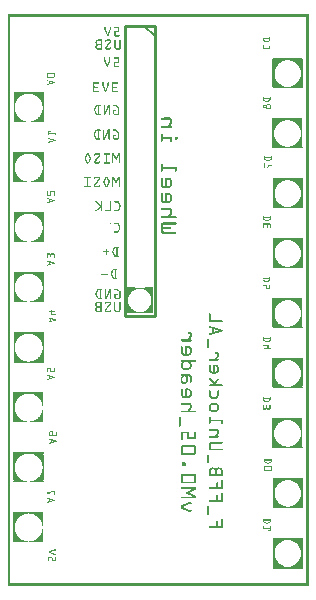
<source format=gbo>
G04 MADE WITH FRITZING*
G04 WWW.FRITZING.ORG*
G04 DOUBLE SIDED*
G04 HOLES PLATED*
G04 CONTOUR ON CENTER OF CONTOUR VECTOR*
%ASAXBY*%
%FSLAX23Y23*%
%MOIN*%
%OFA0B0*%
%SFA1.0B1.0*%
%ADD10C,0.010000*%
%ADD11C,0.005000*%
%ADD12C,0.000100*%
%ADD13R,0.001000X0.001000*%
%LNSILK0*%
G90*
G70*
G54D10*
X491Y1867D02*
X491Y901D01*
D02*
X491Y901D02*
X391Y901D01*
D02*
X391Y901D02*
X391Y1867D01*
D02*
X391Y1867D02*
X491Y1867D01*
G54D11*
D02*
X491Y1832D02*
X456Y1867D01*
G54D12*
G36*
X985Y1264D02*
X985Y1263D01*
X885Y1263D01*
X885Y1264D01*
X985Y1264D01*
G37*
D02*
G36*
X985Y1264D02*
X985Y1263D01*
X885Y1263D01*
X885Y1264D01*
X985Y1264D01*
G37*
D02*
G36*
X985Y1263D02*
X985Y1258D01*
X885Y1258D01*
X885Y1263D01*
X985Y1263D01*
G37*
D02*
G36*
X985Y1663D02*
X985Y1658D01*
X884Y1658D01*
X884Y1663D01*
X985Y1663D01*
G37*
D02*
G36*
X986Y64D02*
X986Y63D01*
X886Y63D01*
X886Y64D01*
X986Y64D01*
G37*
D02*
G36*
X986Y64D02*
X986Y63D01*
X886Y63D01*
X886Y64D01*
X986Y64D01*
G37*
D02*
G36*
X986Y63D02*
X986Y57D01*
X886Y57D01*
X886Y63D01*
X986Y63D01*
G37*
D02*
G36*
X984Y464D02*
X984Y459D01*
X883Y459D01*
X883Y464D01*
X984Y464D01*
G37*
D02*
G36*
X984Y1463D02*
X984Y1458D01*
X883Y1458D01*
X883Y1463D01*
X984Y1463D01*
G37*
D02*
G36*
X986Y263D02*
X986Y258D01*
X886Y258D01*
X886Y263D01*
X986Y263D01*
G37*
D02*
G36*
X984Y864D02*
X984Y863D01*
X884Y863D01*
X884Y864D01*
X984Y864D01*
G37*
D02*
G36*
X984Y864D02*
X984Y863D01*
X884Y863D01*
X884Y864D01*
X984Y864D01*
G37*
D02*
G36*
X984Y863D02*
X984Y858D01*
X884Y858D01*
X884Y863D01*
X984Y863D01*
G37*
D02*
G36*
X985Y664D02*
X985Y663D01*
X884Y663D01*
X884Y664D01*
X985Y664D01*
G37*
D02*
G36*
X985Y664D02*
X985Y663D01*
X884Y663D01*
X884Y664D01*
X985Y664D01*
G37*
D02*
G36*
X985Y663D02*
X985Y658D01*
X884Y658D01*
X884Y663D01*
X985Y663D01*
G37*
D02*
G54D13*
X1Y1905D02*
X1004Y1905D01*
X1Y1904D02*
X1004Y1904D01*
X1Y1903D02*
X1004Y1903D01*
X1Y1902D02*
X1004Y1902D01*
X1Y1901D02*
X1004Y1901D01*
X1Y1900D02*
X1004Y1900D01*
X1Y1899D02*
X1004Y1899D01*
X1Y1898D02*
X1004Y1898D01*
X1Y1897D02*
X8Y1897D01*
X997Y1897D02*
X1004Y1897D01*
X1Y1896D02*
X8Y1896D01*
X997Y1896D02*
X1004Y1896D01*
X1Y1895D02*
X8Y1895D01*
X997Y1895D02*
X1004Y1895D01*
X1Y1894D02*
X8Y1894D01*
X997Y1894D02*
X1004Y1894D01*
X1Y1893D02*
X8Y1893D01*
X997Y1893D02*
X1004Y1893D01*
X1Y1892D02*
X8Y1892D01*
X997Y1892D02*
X1004Y1892D01*
X1Y1891D02*
X8Y1891D01*
X997Y1891D02*
X1004Y1891D01*
X1Y1890D02*
X8Y1890D01*
X997Y1890D02*
X1004Y1890D01*
X1Y1889D02*
X8Y1889D01*
X997Y1889D02*
X1004Y1889D01*
X1Y1888D02*
X8Y1888D01*
X997Y1888D02*
X1004Y1888D01*
X1Y1887D02*
X8Y1887D01*
X997Y1887D02*
X1004Y1887D01*
X1Y1886D02*
X8Y1886D01*
X997Y1886D02*
X1004Y1886D01*
X1Y1885D02*
X8Y1885D01*
X997Y1885D02*
X1004Y1885D01*
X1Y1884D02*
X8Y1884D01*
X997Y1884D02*
X1004Y1884D01*
X1Y1883D02*
X8Y1883D01*
X997Y1883D02*
X1004Y1883D01*
X1Y1882D02*
X8Y1882D01*
X997Y1882D02*
X1004Y1882D01*
X1Y1881D02*
X8Y1881D01*
X997Y1881D02*
X1004Y1881D01*
X1Y1880D02*
X8Y1880D01*
X997Y1880D02*
X1004Y1880D01*
X1Y1879D02*
X8Y1879D01*
X997Y1879D02*
X1004Y1879D01*
X1Y1878D02*
X8Y1878D01*
X997Y1878D02*
X1004Y1878D01*
X1Y1877D02*
X8Y1877D01*
X997Y1877D02*
X1004Y1877D01*
X1Y1876D02*
X8Y1876D01*
X997Y1876D02*
X1004Y1876D01*
X1Y1875D02*
X8Y1875D01*
X997Y1875D02*
X1004Y1875D01*
X1Y1874D02*
X8Y1874D01*
X997Y1874D02*
X1004Y1874D01*
X1Y1873D02*
X8Y1873D01*
X997Y1873D02*
X1004Y1873D01*
X1Y1872D02*
X8Y1872D01*
X997Y1872D02*
X1004Y1872D01*
X1Y1871D02*
X8Y1871D01*
X997Y1871D02*
X1004Y1871D01*
X1Y1870D02*
X8Y1870D01*
X997Y1870D02*
X1004Y1870D01*
X1Y1869D02*
X8Y1869D01*
X997Y1869D02*
X1004Y1869D01*
X1Y1868D02*
X8Y1868D01*
X997Y1868D02*
X1004Y1868D01*
X1Y1867D02*
X8Y1867D01*
X997Y1867D02*
X1004Y1867D01*
X1Y1866D02*
X8Y1866D01*
X997Y1866D02*
X1004Y1866D01*
X1Y1865D02*
X8Y1865D01*
X997Y1865D02*
X1004Y1865D01*
X1Y1864D02*
X8Y1864D01*
X325Y1864D02*
X327Y1864D01*
X342Y1864D02*
X344Y1864D01*
X357Y1864D02*
X373Y1864D01*
X997Y1864D02*
X1004Y1864D01*
X1Y1863D02*
X8Y1863D01*
X324Y1863D02*
X327Y1863D01*
X341Y1863D02*
X345Y1863D01*
X356Y1863D02*
X373Y1863D01*
X997Y1863D02*
X1004Y1863D01*
X1Y1862D02*
X8Y1862D01*
X324Y1862D02*
X327Y1862D01*
X341Y1862D02*
X345Y1862D01*
X356Y1862D02*
X373Y1862D01*
X997Y1862D02*
X1004Y1862D01*
X1Y1861D02*
X8Y1861D01*
X324Y1861D02*
X327Y1861D01*
X341Y1861D02*
X345Y1861D01*
X357Y1861D02*
X373Y1861D01*
X997Y1861D02*
X1004Y1861D01*
X1Y1860D02*
X8Y1860D01*
X324Y1860D02*
X327Y1860D01*
X341Y1860D02*
X345Y1860D01*
X369Y1860D02*
X373Y1860D01*
X997Y1860D02*
X1004Y1860D01*
X1Y1859D02*
X8Y1859D01*
X324Y1859D02*
X327Y1859D01*
X341Y1859D02*
X345Y1859D01*
X369Y1859D02*
X373Y1859D01*
X997Y1859D02*
X1004Y1859D01*
X1Y1858D02*
X8Y1858D01*
X324Y1858D02*
X327Y1858D01*
X341Y1858D02*
X345Y1858D01*
X369Y1858D02*
X373Y1858D01*
X997Y1858D02*
X1004Y1858D01*
X1Y1857D02*
X8Y1857D01*
X324Y1857D02*
X327Y1857D01*
X341Y1857D02*
X345Y1857D01*
X369Y1857D02*
X373Y1857D01*
X997Y1857D02*
X1004Y1857D01*
X1Y1856D02*
X8Y1856D01*
X324Y1856D02*
X327Y1856D01*
X341Y1856D02*
X345Y1856D01*
X369Y1856D02*
X373Y1856D01*
X997Y1856D02*
X1004Y1856D01*
X1Y1855D02*
X8Y1855D01*
X324Y1855D02*
X328Y1855D01*
X341Y1855D02*
X345Y1855D01*
X369Y1855D02*
X373Y1855D01*
X997Y1855D02*
X1004Y1855D01*
X1Y1854D02*
X8Y1854D01*
X324Y1854D02*
X328Y1854D01*
X341Y1854D02*
X344Y1854D01*
X369Y1854D02*
X373Y1854D01*
X997Y1854D02*
X1004Y1854D01*
X1Y1853D02*
X8Y1853D01*
X325Y1853D02*
X329Y1853D01*
X340Y1853D02*
X344Y1853D01*
X369Y1853D02*
X373Y1853D01*
X997Y1853D02*
X1004Y1853D01*
X1Y1852D02*
X8Y1852D01*
X325Y1852D02*
X329Y1852D01*
X340Y1852D02*
X344Y1852D01*
X369Y1852D02*
X373Y1852D01*
X997Y1852D02*
X1004Y1852D01*
X1Y1851D02*
X8Y1851D01*
X326Y1851D02*
X329Y1851D01*
X339Y1851D02*
X343Y1851D01*
X369Y1851D02*
X373Y1851D01*
X997Y1851D02*
X1004Y1851D01*
X1Y1850D02*
X8Y1850D01*
X326Y1850D02*
X330Y1850D01*
X339Y1850D02*
X343Y1850D01*
X360Y1850D02*
X373Y1850D01*
X997Y1850D02*
X1004Y1850D01*
X1Y1849D02*
X8Y1849D01*
X326Y1849D02*
X330Y1849D01*
X339Y1849D02*
X342Y1849D01*
X358Y1849D02*
X373Y1849D01*
X997Y1849D02*
X1004Y1849D01*
X1Y1848D02*
X8Y1848D01*
X327Y1848D02*
X330Y1848D01*
X338Y1848D02*
X342Y1848D01*
X357Y1848D02*
X373Y1848D01*
X997Y1848D02*
X1004Y1848D01*
X1Y1847D02*
X8Y1847D01*
X327Y1847D02*
X331Y1847D01*
X338Y1847D02*
X342Y1847D01*
X357Y1847D02*
X373Y1847D01*
X997Y1847D02*
X1004Y1847D01*
X1Y1846D02*
X8Y1846D01*
X328Y1846D02*
X331Y1846D01*
X338Y1846D02*
X341Y1846D01*
X356Y1846D02*
X373Y1846D01*
X997Y1846D02*
X1004Y1846D01*
X1Y1845D02*
X8Y1845D01*
X328Y1845D02*
X332Y1845D01*
X337Y1845D02*
X341Y1845D01*
X356Y1845D02*
X360Y1845D01*
X997Y1845D02*
X1004Y1845D01*
X1Y1844D02*
X8Y1844D01*
X328Y1844D02*
X332Y1844D01*
X337Y1844D02*
X341Y1844D01*
X356Y1844D02*
X360Y1844D01*
X997Y1844D02*
X1004Y1844D01*
X1Y1843D02*
X8Y1843D01*
X329Y1843D02*
X332Y1843D01*
X336Y1843D02*
X340Y1843D01*
X356Y1843D02*
X360Y1843D01*
X997Y1843D02*
X1004Y1843D01*
X1Y1842D02*
X8Y1842D01*
X329Y1842D02*
X333Y1842D01*
X336Y1842D02*
X340Y1842D01*
X356Y1842D02*
X360Y1842D01*
X997Y1842D02*
X1004Y1842D01*
X1Y1841D02*
X8Y1841D01*
X329Y1841D02*
X333Y1841D01*
X336Y1841D02*
X339Y1841D01*
X356Y1841D02*
X360Y1841D01*
X997Y1841D02*
X1004Y1841D01*
X1Y1840D02*
X8Y1840D01*
X330Y1840D02*
X339Y1840D01*
X356Y1840D02*
X360Y1840D01*
X997Y1840D02*
X1004Y1840D01*
X1Y1839D02*
X8Y1839D01*
X330Y1839D02*
X339Y1839D01*
X356Y1839D02*
X360Y1839D01*
X997Y1839D02*
X1004Y1839D01*
X1Y1838D02*
X8Y1838D01*
X331Y1838D02*
X338Y1838D01*
X356Y1838D02*
X360Y1838D01*
X997Y1838D02*
X1004Y1838D01*
X1Y1837D02*
X8Y1837D01*
X331Y1837D02*
X338Y1837D01*
X356Y1837D02*
X360Y1837D01*
X997Y1837D02*
X1004Y1837D01*
X1Y1836D02*
X8Y1836D01*
X331Y1836D02*
X337Y1836D01*
X356Y1836D02*
X360Y1836D01*
X372Y1836D02*
X374Y1836D01*
X997Y1836D02*
X1004Y1836D01*
X1Y1835D02*
X8Y1835D01*
X332Y1835D02*
X337Y1835D01*
X356Y1835D02*
X375Y1835D01*
X997Y1835D02*
X1004Y1835D01*
X1Y1834D02*
X8Y1834D01*
X332Y1834D02*
X337Y1834D01*
X357Y1834D02*
X375Y1834D01*
X997Y1834D02*
X1004Y1834D01*
X1Y1833D02*
X8Y1833D01*
X333Y1833D02*
X336Y1833D01*
X357Y1833D02*
X374Y1833D01*
X997Y1833D02*
X1004Y1833D01*
X1Y1832D02*
X8Y1832D01*
X333Y1832D02*
X336Y1832D01*
X358Y1832D02*
X373Y1832D01*
X997Y1832D02*
X1004Y1832D01*
X1Y1831D02*
X8Y1831D01*
X360Y1831D02*
X371Y1831D01*
X997Y1831D02*
X1004Y1831D01*
X1Y1830D02*
X8Y1830D01*
X997Y1830D02*
X1004Y1830D01*
X1Y1829D02*
X8Y1829D01*
X852Y1829D02*
X853Y1829D01*
X874Y1829D02*
X876Y1829D01*
X997Y1829D02*
X1004Y1829D01*
X1Y1828D02*
X8Y1828D01*
X851Y1828D02*
X853Y1828D01*
X874Y1828D02*
X876Y1828D01*
X997Y1828D02*
X1004Y1828D01*
X1Y1827D02*
X8Y1827D01*
X851Y1827D02*
X854Y1827D01*
X874Y1827D02*
X876Y1827D01*
X997Y1827D02*
X1004Y1827D01*
X1Y1826D02*
X8Y1826D01*
X851Y1826D02*
X876Y1826D01*
X997Y1826D02*
X1004Y1826D01*
X1Y1825D02*
X8Y1825D01*
X851Y1825D02*
X876Y1825D01*
X997Y1825D02*
X1004Y1825D01*
X1Y1824D02*
X8Y1824D01*
X851Y1824D02*
X876Y1824D01*
X997Y1824D02*
X1004Y1824D01*
X1Y1823D02*
X8Y1823D01*
X851Y1823D02*
X876Y1823D01*
X997Y1823D02*
X1004Y1823D01*
X1Y1822D02*
X8Y1822D01*
X851Y1822D02*
X854Y1822D01*
X874Y1822D02*
X876Y1822D01*
X997Y1822D02*
X1004Y1822D01*
X1Y1821D02*
X8Y1821D01*
X303Y1821D02*
X314Y1821D01*
X331Y1821D02*
X342Y1821D01*
X851Y1821D02*
X854Y1821D01*
X874Y1821D02*
X876Y1821D01*
X997Y1821D02*
X1004Y1821D01*
X1Y1820D02*
X8Y1820D01*
X299Y1820D02*
X315Y1820D01*
X328Y1820D02*
X344Y1820D01*
X357Y1820D02*
X360Y1820D01*
X375Y1820D02*
X377Y1820D01*
X851Y1820D02*
X854Y1820D01*
X874Y1820D02*
X876Y1820D01*
X997Y1820D02*
X1004Y1820D01*
X1Y1819D02*
X8Y1819D01*
X298Y1819D02*
X315Y1819D01*
X327Y1819D02*
X345Y1819D01*
X357Y1819D02*
X360Y1819D01*
X374Y1819D02*
X378Y1819D01*
X851Y1819D02*
X855Y1819D01*
X873Y1819D02*
X876Y1819D01*
X997Y1819D02*
X1004Y1819D01*
X1Y1818D02*
X8Y1818D01*
X296Y1818D02*
X315Y1818D01*
X326Y1818D02*
X346Y1818D01*
X357Y1818D02*
X360Y1818D01*
X374Y1818D02*
X378Y1818D01*
X852Y1818D02*
X857Y1818D01*
X871Y1818D02*
X876Y1818D01*
X997Y1818D02*
X1004Y1818D01*
X1Y1817D02*
X8Y1817D01*
X296Y1817D02*
X315Y1817D01*
X326Y1817D02*
X346Y1817D01*
X357Y1817D02*
X360Y1817D01*
X374Y1817D02*
X378Y1817D01*
X853Y1817D02*
X859Y1817D01*
X869Y1817D02*
X875Y1817D01*
X997Y1817D02*
X1004Y1817D01*
X1Y1816D02*
X8Y1816D01*
X295Y1816D02*
X300Y1816D01*
X312Y1816D02*
X315Y1816D01*
X326Y1816D02*
X329Y1816D01*
X343Y1816D02*
X346Y1816D01*
X357Y1816D02*
X360Y1816D01*
X374Y1816D02*
X378Y1816D01*
X854Y1816D02*
X861Y1816D01*
X867Y1816D02*
X873Y1816D01*
X997Y1816D02*
X1004Y1816D01*
X1Y1815D02*
X8Y1815D01*
X295Y1815D02*
X299Y1815D01*
X312Y1815D02*
X315Y1815D01*
X326Y1815D02*
X329Y1815D01*
X342Y1815D02*
X346Y1815D01*
X357Y1815D02*
X360Y1815D01*
X374Y1815D02*
X378Y1815D01*
X856Y1815D02*
X871Y1815D01*
X997Y1815D02*
X1004Y1815D01*
X1Y1814D02*
X8Y1814D01*
X294Y1814D02*
X298Y1814D01*
X312Y1814D02*
X315Y1814D01*
X326Y1814D02*
X329Y1814D01*
X341Y1814D02*
X346Y1814D01*
X357Y1814D02*
X360Y1814D01*
X374Y1814D02*
X378Y1814D01*
X858Y1814D02*
X869Y1814D01*
X997Y1814D02*
X1004Y1814D01*
X1Y1813D02*
X8Y1813D01*
X294Y1813D02*
X298Y1813D01*
X312Y1813D02*
X315Y1813D01*
X341Y1813D02*
X345Y1813D01*
X357Y1813D02*
X360Y1813D01*
X374Y1813D02*
X378Y1813D01*
X860Y1813D02*
X867Y1813D01*
X997Y1813D02*
X1004Y1813D01*
X1Y1812D02*
X8Y1812D01*
X294Y1812D02*
X298Y1812D01*
X312Y1812D02*
X315Y1812D01*
X340Y1812D02*
X344Y1812D01*
X357Y1812D02*
X360Y1812D01*
X374Y1812D02*
X378Y1812D01*
X863Y1812D02*
X865Y1812D01*
X997Y1812D02*
X1004Y1812D01*
X1Y1811D02*
X8Y1811D01*
X294Y1811D02*
X298Y1811D01*
X312Y1811D02*
X315Y1811D01*
X339Y1811D02*
X344Y1811D01*
X357Y1811D02*
X360Y1811D01*
X374Y1811D02*
X378Y1811D01*
X997Y1811D02*
X1004Y1811D01*
X1Y1810D02*
X8Y1810D01*
X294Y1810D02*
X298Y1810D01*
X312Y1810D02*
X315Y1810D01*
X338Y1810D02*
X343Y1810D01*
X357Y1810D02*
X360Y1810D01*
X374Y1810D02*
X378Y1810D01*
X997Y1810D02*
X1004Y1810D01*
X1Y1809D02*
X8Y1809D01*
X294Y1809D02*
X298Y1809D01*
X312Y1809D02*
X315Y1809D01*
X337Y1809D02*
X342Y1809D01*
X357Y1809D02*
X360Y1809D01*
X374Y1809D02*
X378Y1809D01*
X997Y1809D02*
X1004Y1809D01*
X1Y1808D02*
X8Y1808D01*
X295Y1808D02*
X299Y1808D01*
X312Y1808D02*
X315Y1808D01*
X337Y1808D02*
X341Y1808D01*
X357Y1808D02*
X360Y1808D01*
X374Y1808D02*
X378Y1808D01*
X997Y1808D02*
X1004Y1808D01*
X1Y1807D02*
X8Y1807D01*
X295Y1807D02*
X300Y1807D01*
X312Y1807D02*
X315Y1807D01*
X336Y1807D02*
X341Y1807D01*
X357Y1807D02*
X360Y1807D01*
X374Y1807D02*
X378Y1807D01*
X997Y1807D02*
X1004Y1807D01*
X1Y1806D02*
X8Y1806D01*
X296Y1806D02*
X315Y1806D01*
X335Y1806D02*
X340Y1806D01*
X357Y1806D02*
X360Y1806D01*
X374Y1806D02*
X378Y1806D01*
X997Y1806D02*
X1004Y1806D01*
X1Y1805D02*
X8Y1805D01*
X296Y1805D02*
X315Y1805D01*
X334Y1805D02*
X339Y1805D01*
X357Y1805D02*
X360Y1805D01*
X374Y1805D02*
X378Y1805D01*
X997Y1805D02*
X1004Y1805D01*
X1Y1804D02*
X8Y1804D01*
X297Y1804D02*
X315Y1804D01*
X334Y1804D02*
X338Y1804D01*
X357Y1804D02*
X360Y1804D01*
X374Y1804D02*
X378Y1804D01*
X851Y1804D02*
X863Y1804D01*
X997Y1804D02*
X1004Y1804D01*
X1Y1803D02*
X8Y1803D01*
X296Y1803D02*
X315Y1803D01*
X333Y1803D02*
X337Y1803D01*
X357Y1803D02*
X360Y1803D01*
X374Y1803D02*
X378Y1803D01*
X851Y1803D02*
X863Y1803D01*
X997Y1803D02*
X1004Y1803D01*
X1Y1802D02*
X8Y1802D01*
X296Y1802D02*
X315Y1802D01*
X332Y1802D02*
X337Y1802D01*
X357Y1802D02*
X360Y1802D01*
X374Y1802D02*
X378Y1802D01*
X851Y1802D02*
X863Y1802D01*
X997Y1802D02*
X1004Y1802D01*
X1Y1801D02*
X8Y1801D01*
X295Y1801D02*
X300Y1801D01*
X312Y1801D02*
X315Y1801D01*
X331Y1801D02*
X336Y1801D01*
X357Y1801D02*
X360Y1801D01*
X374Y1801D02*
X378Y1801D01*
X851Y1801D02*
X854Y1801D01*
X861Y1801D02*
X863Y1801D01*
X875Y1801D02*
X876Y1801D01*
X997Y1801D02*
X1004Y1801D01*
X1Y1800D02*
X8Y1800D01*
X295Y1800D02*
X299Y1800D01*
X312Y1800D02*
X315Y1800D01*
X330Y1800D02*
X335Y1800D01*
X357Y1800D02*
X360Y1800D01*
X374Y1800D02*
X378Y1800D01*
X851Y1800D02*
X854Y1800D01*
X861Y1800D02*
X863Y1800D01*
X874Y1800D02*
X876Y1800D01*
X997Y1800D02*
X1004Y1800D01*
X1Y1799D02*
X8Y1799D01*
X294Y1799D02*
X298Y1799D01*
X312Y1799D02*
X315Y1799D01*
X330Y1799D02*
X334Y1799D01*
X357Y1799D02*
X360Y1799D01*
X374Y1799D02*
X378Y1799D01*
X851Y1799D02*
X854Y1799D01*
X861Y1799D02*
X863Y1799D01*
X874Y1799D02*
X876Y1799D01*
X997Y1799D02*
X1004Y1799D01*
X1Y1798D02*
X8Y1798D01*
X294Y1798D02*
X298Y1798D01*
X312Y1798D02*
X315Y1798D01*
X329Y1798D02*
X334Y1798D01*
X357Y1798D02*
X360Y1798D01*
X374Y1798D02*
X378Y1798D01*
X851Y1798D02*
X854Y1798D01*
X861Y1798D02*
X863Y1798D01*
X874Y1798D02*
X876Y1798D01*
X997Y1798D02*
X1004Y1798D01*
X1Y1797D02*
X8Y1797D01*
X294Y1797D02*
X298Y1797D01*
X312Y1797D02*
X315Y1797D01*
X328Y1797D02*
X333Y1797D01*
X357Y1797D02*
X360Y1797D01*
X374Y1797D02*
X378Y1797D01*
X851Y1797D02*
X854Y1797D01*
X861Y1797D02*
X863Y1797D01*
X874Y1797D02*
X876Y1797D01*
X997Y1797D02*
X1004Y1797D01*
X1Y1796D02*
X8Y1796D01*
X294Y1796D02*
X298Y1796D01*
X312Y1796D02*
X315Y1796D01*
X327Y1796D02*
X332Y1796D01*
X357Y1796D02*
X360Y1796D01*
X374Y1796D02*
X378Y1796D01*
X851Y1796D02*
X854Y1796D01*
X861Y1796D02*
X863Y1796D01*
X874Y1796D02*
X876Y1796D01*
X997Y1796D02*
X1004Y1796D01*
X1Y1795D02*
X8Y1795D01*
X294Y1795D02*
X298Y1795D01*
X312Y1795D02*
X315Y1795D01*
X327Y1795D02*
X331Y1795D01*
X344Y1795D02*
X345Y1795D01*
X357Y1795D02*
X360Y1795D01*
X374Y1795D02*
X378Y1795D01*
X851Y1795D02*
X854Y1795D01*
X861Y1795D02*
X863Y1795D01*
X874Y1795D02*
X876Y1795D01*
X997Y1795D02*
X1004Y1795D01*
X1Y1794D02*
X8Y1794D01*
X295Y1794D02*
X298Y1794D01*
X312Y1794D02*
X315Y1794D01*
X326Y1794D02*
X330Y1794D01*
X343Y1794D02*
X346Y1794D01*
X357Y1794D02*
X360Y1794D01*
X374Y1794D02*
X378Y1794D01*
X851Y1794D02*
X854Y1794D01*
X861Y1794D02*
X863Y1794D01*
X874Y1794D02*
X876Y1794D01*
X997Y1794D02*
X1004Y1794D01*
X1Y1793D02*
X8Y1793D01*
X295Y1793D02*
X299Y1793D01*
X312Y1793D02*
X315Y1793D01*
X326Y1793D02*
X330Y1793D01*
X343Y1793D02*
X346Y1793D01*
X357Y1793D02*
X361Y1793D01*
X374Y1793D02*
X378Y1793D01*
X851Y1793D02*
X854Y1793D01*
X861Y1793D02*
X863Y1793D01*
X874Y1793D02*
X876Y1793D01*
X997Y1793D02*
X1004Y1793D01*
X1Y1792D02*
X8Y1792D01*
X295Y1792D02*
X300Y1792D01*
X311Y1792D02*
X315Y1792D01*
X326Y1792D02*
X329Y1792D01*
X342Y1792D02*
X346Y1792D01*
X357Y1792D02*
X361Y1792D01*
X373Y1792D02*
X377Y1792D01*
X851Y1792D02*
X854Y1792D01*
X861Y1792D02*
X863Y1792D01*
X874Y1792D02*
X876Y1792D01*
X997Y1792D02*
X1004Y1792D01*
X1Y1791D02*
X8Y1791D01*
X296Y1791D02*
X315Y1791D01*
X326Y1791D02*
X346Y1791D01*
X358Y1791D02*
X377Y1791D01*
X851Y1791D02*
X876Y1791D01*
X997Y1791D02*
X1004Y1791D01*
X1Y1790D02*
X8Y1790D01*
X297Y1790D02*
X315Y1790D01*
X326Y1790D02*
X345Y1790D01*
X358Y1790D02*
X376Y1790D01*
X851Y1790D02*
X876Y1790D01*
X997Y1790D02*
X1004Y1790D01*
X1Y1789D02*
X8Y1789D01*
X298Y1789D02*
X315Y1789D01*
X327Y1789D02*
X345Y1789D01*
X359Y1789D02*
X376Y1789D01*
X851Y1789D02*
X876Y1789D01*
X997Y1789D02*
X1004Y1789D01*
X1Y1788D02*
X8Y1788D01*
X299Y1788D02*
X315Y1788D01*
X328Y1788D02*
X343Y1788D01*
X361Y1788D02*
X374Y1788D01*
X997Y1788D02*
X1004Y1788D01*
X1Y1787D02*
X8Y1787D01*
X997Y1787D02*
X1004Y1787D01*
X1Y1786D02*
X8Y1786D01*
X997Y1786D02*
X1004Y1786D01*
X1Y1785D02*
X8Y1785D01*
X997Y1785D02*
X1004Y1785D01*
X1Y1784D02*
X8Y1784D01*
X997Y1784D02*
X1004Y1784D01*
X1Y1783D02*
X8Y1783D01*
X997Y1783D02*
X1004Y1783D01*
X1Y1782D02*
X8Y1782D01*
X997Y1782D02*
X1004Y1782D01*
X1Y1781D02*
X8Y1781D01*
X997Y1781D02*
X1004Y1781D01*
X1Y1780D02*
X8Y1780D01*
X997Y1780D02*
X1004Y1780D01*
X1Y1779D02*
X8Y1779D01*
X997Y1779D02*
X1004Y1779D01*
X1Y1778D02*
X8Y1778D01*
X997Y1778D02*
X1004Y1778D01*
X1Y1777D02*
X8Y1777D01*
X997Y1777D02*
X1004Y1777D01*
X1Y1776D02*
X8Y1776D01*
X997Y1776D02*
X1004Y1776D01*
X1Y1775D02*
X8Y1775D01*
X997Y1775D02*
X1004Y1775D01*
X1Y1774D02*
X8Y1774D01*
X997Y1774D02*
X1004Y1774D01*
X1Y1773D02*
X8Y1773D01*
X997Y1773D02*
X1004Y1773D01*
X1Y1772D02*
X8Y1772D01*
X997Y1772D02*
X1004Y1772D01*
X1Y1771D02*
X8Y1771D01*
X997Y1771D02*
X1004Y1771D01*
X1Y1770D02*
X8Y1770D01*
X997Y1770D02*
X1004Y1770D01*
X1Y1769D02*
X8Y1769D01*
X997Y1769D02*
X1004Y1769D01*
X1Y1768D02*
X8Y1768D01*
X997Y1768D02*
X1004Y1768D01*
X1Y1767D02*
X8Y1767D01*
X997Y1767D02*
X1004Y1767D01*
X1Y1766D02*
X8Y1766D01*
X997Y1766D02*
X1004Y1766D01*
X1Y1765D02*
X8Y1765D01*
X997Y1765D02*
X1004Y1765D01*
X1Y1764D02*
X8Y1764D01*
X997Y1764D02*
X1004Y1764D01*
X1Y1763D02*
X8Y1763D01*
X997Y1763D02*
X1004Y1763D01*
X1Y1762D02*
X8Y1762D01*
X324Y1762D02*
X325Y1762D01*
X341Y1762D02*
X342Y1762D01*
X356Y1762D02*
X371Y1762D01*
X997Y1762D02*
X1004Y1762D01*
X1Y1761D02*
X8Y1761D01*
X323Y1761D02*
X326Y1761D01*
X340Y1761D02*
X343Y1761D01*
X355Y1761D02*
X371Y1761D01*
X997Y1761D02*
X1004Y1761D01*
X1Y1760D02*
X8Y1760D01*
X322Y1760D02*
X326Y1760D01*
X340Y1760D02*
X343Y1760D01*
X355Y1760D02*
X371Y1760D01*
X997Y1760D02*
X1004Y1760D01*
X1Y1759D02*
X8Y1759D01*
X322Y1759D02*
X326Y1759D01*
X340Y1759D02*
X343Y1759D01*
X355Y1759D02*
X371Y1759D01*
X997Y1759D02*
X1004Y1759D01*
X1Y1758D02*
X8Y1758D01*
X322Y1758D02*
X326Y1758D01*
X340Y1758D02*
X343Y1758D01*
X357Y1758D02*
X371Y1758D01*
X885Y1758D02*
X983Y1758D01*
X997Y1758D02*
X1004Y1758D01*
X1Y1757D02*
X8Y1757D01*
X322Y1757D02*
X326Y1757D01*
X340Y1757D02*
X343Y1757D01*
X368Y1757D02*
X371Y1757D01*
X884Y1757D02*
X984Y1757D01*
X997Y1757D02*
X1004Y1757D01*
X1Y1756D02*
X8Y1756D01*
X322Y1756D02*
X326Y1756D01*
X340Y1756D02*
X343Y1756D01*
X368Y1756D02*
X371Y1756D01*
X884Y1756D02*
X984Y1756D01*
X997Y1756D02*
X1004Y1756D01*
X1Y1755D02*
X8Y1755D01*
X322Y1755D02*
X326Y1755D01*
X340Y1755D02*
X343Y1755D01*
X368Y1755D02*
X371Y1755D01*
X884Y1755D02*
X984Y1755D01*
X997Y1755D02*
X1004Y1755D01*
X1Y1754D02*
X8Y1754D01*
X322Y1754D02*
X326Y1754D01*
X340Y1754D02*
X343Y1754D01*
X368Y1754D02*
X371Y1754D01*
X884Y1754D02*
X984Y1754D01*
X997Y1754D02*
X1004Y1754D01*
X1Y1753D02*
X8Y1753D01*
X322Y1753D02*
X326Y1753D01*
X340Y1753D02*
X343Y1753D01*
X368Y1753D02*
X371Y1753D01*
X884Y1753D02*
X984Y1753D01*
X997Y1753D02*
X1004Y1753D01*
X1Y1752D02*
X8Y1752D01*
X323Y1752D02*
X326Y1752D01*
X339Y1752D02*
X343Y1752D01*
X368Y1752D02*
X371Y1752D01*
X884Y1752D02*
X984Y1752D01*
X997Y1752D02*
X1004Y1752D01*
X1Y1751D02*
X8Y1751D01*
X323Y1751D02*
X327Y1751D01*
X339Y1751D02*
X343Y1751D01*
X368Y1751D02*
X371Y1751D01*
X884Y1751D02*
X926Y1751D01*
X943Y1751D02*
X984Y1751D01*
X997Y1751D02*
X1004Y1751D01*
X1Y1750D02*
X8Y1750D01*
X323Y1750D02*
X327Y1750D01*
X338Y1750D02*
X342Y1750D01*
X368Y1750D02*
X371Y1750D01*
X884Y1750D02*
X922Y1750D01*
X948Y1750D02*
X984Y1750D01*
X997Y1750D02*
X1004Y1750D01*
X1Y1749D02*
X8Y1749D01*
X324Y1749D02*
X327Y1749D01*
X338Y1749D02*
X342Y1749D01*
X368Y1749D02*
X371Y1749D01*
X884Y1749D02*
X919Y1749D01*
X951Y1749D02*
X984Y1749D01*
X997Y1749D02*
X1004Y1749D01*
X1Y1748D02*
X8Y1748D01*
X324Y1748D02*
X328Y1748D01*
X338Y1748D02*
X341Y1748D01*
X368Y1748D02*
X371Y1748D01*
X884Y1748D02*
X916Y1748D01*
X953Y1748D02*
X984Y1748D01*
X997Y1748D02*
X1004Y1748D01*
X1Y1747D02*
X8Y1747D01*
X325Y1747D02*
X328Y1747D01*
X337Y1747D02*
X341Y1747D01*
X357Y1747D02*
X371Y1747D01*
X884Y1747D02*
X914Y1747D01*
X955Y1747D02*
X984Y1747D01*
X997Y1747D02*
X1004Y1747D01*
X1Y1746D02*
X8Y1746D01*
X325Y1746D02*
X329Y1746D01*
X337Y1746D02*
X341Y1746D01*
X356Y1746D02*
X371Y1746D01*
X884Y1746D02*
X912Y1746D01*
X957Y1746D02*
X984Y1746D01*
X997Y1746D02*
X1004Y1746D01*
X1Y1745D02*
X8Y1745D01*
X325Y1745D02*
X329Y1745D01*
X336Y1745D02*
X340Y1745D01*
X355Y1745D02*
X371Y1745D01*
X884Y1745D02*
X911Y1745D01*
X958Y1745D02*
X984Y1745D01*
X997Y1745D02*
X1004Y1745D01*
X1Y1744D02*
X8Y1744D01*
X326Y1744D02*
X329Y1744D01*
X336Y1744D02*
X340Y1744D01*
X355Y1744D02*
X371Y1744D01*
X884Y1744D02*
X909Y1744D01*
X960Y1744D02*
X984Y1744D01*
X997Y1744D02*
X1004Y1744D01*
X1Y1743D02*
X8Y1743D01*
X326Y1743D02*
X330Y1743D01*
X336Y1743D02*
X339Y1743D01*
X355Y1743D02*
X358Y1743D01*
X884Y1743D02*
X908Y1743D01*
X961Y1743D02*
X984Y1743D01*
X997Y1743D02*
X1004Y1743D01*
X1Y1742D02*
X8Y1742D01*
X326Y1742D02*
X330Y1742D01*
X335Y1742D02*
X339Y1742D01*
X355Y1742D02*
X358Y1742D01*
X884Y1742D02*
X906Y1742D01*
X963Y1742D02*
X984Y1742D01*
X997Y1742D02*
X1004Y1742D01*
X1Y1741D02*
X8Y1741D01*
X327Y1741D02*
X331Y1741D01*
X335Y1741D02*
X339Y1741D01*
X355Y1741D02*
X358Y1741D01*
X884Y1741D02*
X905Y1741D01*
X964Y1741D02*
X984Y1741D01*
X997Y1741D02*
X1004Y1741D01*
X1Y1740D02*
X8Y1740D01*
X327Y1740D02*
X331Y1740D01*
X335Y1740D02*
X338Y1740D01*
X355Y1740D02*
X358Y1740D01*
X884Y1740D02*
X904Y1740D01*
X965Y1740D02*
X984Y1740D01*
X997Y1740D02*
X1004Y1740D01*
X1Y1739D02*
X8Y1739D01*
X328Y1739D02*
X331Y1739D01*
X334Y1739D02*
X338Y1739D01*
X355Y1739D02*
X358Y1739D01*
X884Y1739D02*
X903Y1739D01*
X966Y1739D02*
X984Y1739D01*
X997Y1739D02*
X1004Y1739D01*
X1Y1738D02*
X8Y1738D01*
X328Y1738D02*
X332Y1738D01*
X334Y1738D02*
X338Y1738D01*
X355Y1738D02*
X358Y1738D01*
X884Y1738D02*
X902Y1738D01*
X967Y1738D02*
X984Y1738D01*
X997Y1738D02*
X1004Y1738D01*
X1Y1737D02*
X8Y1737D01*
X328Y1737D02*
X337Y1737D01*
X355Y1737D02*
X358Y1737D01*
X884Y1737D02*
X901Y1737D01*
X968Y1737D02*
X984Y1737D01*
X997Y1737D02*
X1004Y1737D01*
X1Y1736D02*
X8Y1736D01*
X329Y1736D02*
X337Y1736D01*
X355Y1736D02*
X358Y1736D01*
X884Y1736D02*
X900Y1736D01*
X969Y1736D02*
X984Y1736D01*
X997Y1736D02*
X1004Y1736D01*
X1Y1735D02*
X8Y1735D01*
X329Y1735D02*
X336Y1735D01*
X355Y1735D02*
X358Y1735D01*
X884Y1735D02*
X900Y1735D01*
X970Y1735D02*
X984Y1735D01*
X997Y1735D02*
X1004Y1735D01*
X1Y1734D02*
X8Y1734D01*
X330Y1734D02*
X336Y1734D01*
X355Y1734D02*
X358Y1734D01*
X372Y1734D02*
X372Y1734D01*
X884Y1734D02*
X899Y1734D01*
X970Y1734D02*
X984Y1734D01*
X997Y1734D02*
X1004Y1734D01*
X1Y1733D02*
X8Y1733D01*
X330Y1733D02*
X336Y1733D01*
X355Y1733D02*
X358Y1733D01*
X370Y1733D02*
X373Y1733D01*
X884Y1733D02*
X898Y1733D01*
X971Y1733D02*
X984Y1733D01*
X997Y1733D02*
X1004Y1733D01*
X1Y1732D02*
X8Y1732D01*
X330Y1732D02*
X335Y1732D01*
X355Y1732D02*
X374Y1732D01*
X884Y1732D02*
X897Y1732D01*
X972Y1732D02*
X984Y1732D01*
X997Y1732D02*
X1004Y1732D01*
X1Y1731D02*
X8Y1731D01*
X331Y1731D02*
X335Y1731D01*
X355Y1731D02*
X373Y1731D01*
X884Y1731D02*
X897Y1731D01*
X972Y1731D02*
X984Y1731D01*
X997Y1731D02*
X1004Y1731D01*
X1Y1730D02*
X8Y1730D01*
X331Y1730D02*
X334Y1730D01*
X356Y1730D02*
X372Y1730D01*
X884Y1730D02*
X896Y1730D01*
X973Y1730D02*
X984Y1730D01*
X997Y1730D02*
X1004Y1730D01*
X1Y1729D02*
X8Y1729D01*
X332Y1729D02*
X334Y1729D01*
X357Y1729D02*
X371Y1729D01*
X884Y1729D02*
X895Y1729D01*
X974Y1729D02*
X984Y1729D01*
X997Y1729D02*
X1004Y1729D01*
X1Y1728D02*
X8Y1728D01*
X884Y1728D02*
X895Y1728D01*
X974Y1728D02*
X984Y1728D01*
X997Y1728D02*
X1004Y1728D01*
X1Y1727D02*
X8Y1727D01*
X884Y1727D02*
X895Y1727D01*
X975Y1727D02*
X984Y1727D01*
X997Y1727D02*
X1004Y1727D01*
X1Y1726D02*
X8Y1726D01*
X884Y1726D02*
X894Y1726D01*
X975Y1726D02*
X984Y1726D01*
X997Y1726D02*
X1004Y1726D01*
X1Y1725D02*
X8Y1725D01*
X884Y1725D02*
X894Y1725D01*
X976Y1725D02*
X984Y1725D01*
X997Y1725D02*
X1004Y1725D01*
X1Y1724D02*
X8Y1724D01*
X884Y1724D02*
X893Y1724D01*
X976Y1724D02*
X984Y1724D01*
X997Y1724D02*
X1004Y1724D01*
X1Y1723D02*
X8Y1723D01*
X884Y1723D02*
X893Y1723D01*
X976Y1723D02*
X984Y1723D01*
X997Y1723D02*
X1004Y1723D01*
X1Y1722D02*
X8Y1722D01*
X884Y1722D02*
X892Y1722D01*
X977Y1722D02*
X984Y1722D01*
X997Y1722D02*
X1004Y1722D01*
X1Y1721D02*
X8Y1721D01*
X884Y1721D02*
X892Y1721D01*
X977Y1721D02*
X984Y1721D01*
X997Y1721D02*
X1004Y1721D01*
X1Y1720D02*
X8Y1720D01*
X884Y1720D02*
X892Y1720D01*
X977Y1720D02*
X984Y1720D01*
X997Y1720D02*
X1004Y1720D01*
X1Y1719D02*
X8Y1719D01*
X884Y1719D02*
X892Y1719D01*
X978Y1719D02*
X984Y1719D01*
X997Y1719D02*
X1004Y1719D01*
X1Y1718D02*
X8Y1718D01*
X884Y1718D02*
X891Y1718D01*
X978Y1718D02*
X984Y1718D01*
X997Y1718D02*
X1004Y1718D01*
X1Y1717D02*
X8Y1717D01*
X884Y1717D02*
X890Y1717D01*
X978Y1717D02*
X984Y1717D01*
X997Y1717D02*
X1004Y1717D01*
X1Y1716D02*
X8Y1716D01*
X884Y1716D02*
X890Y1716D01*
X978Y1716D02*
X984Y1716D01*
X997Y1716D02*
X1004Y1716D01*
X1Y1715D02*
X8Y1715D01*
X884Y1715D02*
X890Y1715D01*
X978Y1715D02*
X984Y1715D01*
X997Y1715D02*
X1004Y1715D01*
X1Y1714D02*
X8Y1714D01*
X884Y1714D02*
X890Y1714D01*
X979Y1714D02*
X984Y1714D01*
X997Y1714D02*
X1004Y1714D01*
X1Y1713D02*
X8Y1713D01*
X884Y1713D02*
X890Y1713D01*
X979Y1713D02*
X984Y1713D01*
X997Y1713D02*
X1004Y1713D01*
X1Y1712D02*
X8Y1712D01*
X884Y1712D02*
X890Y1712D01*
X979Y1712D02*
X984Y1712D01*
X997Y1712D02*
X1004Y1712D01*
X1Y1711D02*
X8Y1711D01*
X884Y1711D02*
X890Y1711D01*
X979Y1711D02*
X984Y1711D01*
X997Y1711D02*
X1004Y1711D01*
X1Y1710D02*
X8Y1710D01*
X135Y1710D02*
X154Y1710D01*
X884Y1710D02*
X890Y1710D01*
X979Y1710D02*
X984Y1710D01*
X997Y1710D02*
X1004Y1710D01*
X1Y1709D02*
X8Y1709D01*
X133Y1709D02*
X156Y1709D01*
X884Y1709D02*
X890Y1709D01*
X979Y1709D02*
X984Y1709D01*
X997Y1709D02*
X1004Y1709D01*
X1Y1708D02*
X8Y1708D01*
X132Y1708D02*
X157Y1708D01*
X884Y1708D02*
X890Y1708D01*
X979Y1708D02*
X984Y1708D01*
X997Y1708D02*
X1004Y1708D01*
X1Y1707D02*
X8Y1707D01*
X132Y1707D02*
X157Y1707D01*
X884Y1707D02*
X890Y1707D01*
X979Y1707D02*
X984Y1707D01*
X997Y1707D02*
X1004Y1707D01*
X1Y1706D02*
X8Y1706D01*
X132Y1706D02*
X134Y1706D01*
X155Y1706D02*
X157Y1706D01*
X884Y1706D02*
X890Y1706D01*
X979Y1706D02*
X984Y1706D01*
X997Y1706D02*
X1004Y1706D01*
X1Y1705D02*
X8Y1705D01*
X132Y1705D02*
X134Y1705D01*
X155Y1705D02*
X157Y1705D01*
X884Y1705D02*
X890Y1705D01*
X979Y1705D02*
X984Y1705D01*
X997Y1705D02*
X1004Y1705D01*
X1Y1704D02*
X8Y1704D01*
X132Y1704D02*
X134Y1704D01*
X155Y1704D02*
X157Y1704D01*
X884Y1704D02*
X890Y1704D01*
X979Y1704D02*
X984Y1704D01*
X997Y1704D02*
X1004Y1704D01*
X1Y1703D02*
X8Y1703D01*
X132Y1703D02*
X134Y1703D01*
X155Y1703D02*
X157Y1703D01*
X884Y1703D02*
X890Y1703D01*
X979Y1703D02*
X984Y1703D01*
X997Y1703D02*
X1004Y1703D01*
X1Y1702D02*
X8Y1702D01*
X132Y1702D02*
X134Y1702D01*
X155Y1702D02*
X157Y1702D01*
X884Y1702D02*
X890Y1702D01*
X979Y1702D02*
X984Y1702D01*
X997Y1702D02*
X1004Y1702D01*
X1Y1701D02*
X8Y1701D01*
X132Y1701D02*
X134Y1701D01*
X155Y1701D02*
X157Y1701D01*
X884Y1701D02*
X890Y1701D01*
X978Y1701D02*
X984Y1701D01*
X997Y1701D02*
X1004Y1701D01*
X1Y1700D02*
X8Y1700D01*
X132Y1700D02*
X134Y1700D01*
X155Y1700D02*
X157Y1700D01*
X884Y1700D02*
X890Y1700D01*
X978Y1700D02*
X984Y1700D01*
X997Y1700D02*
X1004Y1700D01*
X1Y1699D02*
X8Y1699D01*
X132Y1699D02*
X134Y1699D01*
X155Y1699D02*
X157Y1699D01*
X884Y1699D02*
X890Y1699D01*
X978Y1699D02*
X984Y1699D01*
X997Y1699D02*
X1004Y1699D01*
X1Y1698D02*
X8Y1698D01*
X132Y1698D02*
X134Y1698D01*
X155Y1698D02*
X157Y1698D01*
X884Y1698D02*
X890Y1698D01*
X978Y1698D02*
X984Y1698D01*
X997Y1698D02*
X1004Y1698D01*
X1Y1697D02*
X8Y1697D01*
X132Y1697D02*
X134Y1697D01*
X154Y1697D02*
X157Y1697D01*
X884Y1697D02*
X890Y1697D01*
X978Y1697D02*
X984Y1697D01*
X997Y1697D02*
X1004Y1697D01*
X1Y1696D02*
X8Y1696D01*
X132Y1696D02*
X157Y1696D01*
X884Y1696D02*
X892Y1696D01*
X977Y1696D02*
X984Y1696D01*
X997Y1696D02*
X1004Y1696D01*
X1Y1695D02*
X8Y1695D01*
X132Y1695D02*
X156Y1695D01*
X884Y1695D02*
X892Y1695D01*
X977Y1695D02*
X984Y1695D01*
X997Y1695D02*
X1004Y1695D01*
X1Y1694D02*
X8Y1694D01*
X133Y1694D02*
X155Y1694D01*
X884Y1694D02*
X892Y1694D01*
X977Y1694D02*
X984Y1694D01*
X997Y1694D02*
X1004Y1694D01*
X1Y1693D02*
X8Y1693D01*
X884Y1693D02*
X892Y1693D01*
X976Y1693D02*
X984Y1693D01*
X997Y1693D02*
X1004Y1693D01*
X1Y1692D02*
X8Y1692D01*
X884Y1692D02*
X892Y1692D01*
X976Y1692D02*
X984Y1692D01*
X997Y1692D02*
X1004Y1692D01*
X1Y1691D02*
X8Y1691D01*
X884Y1691D02*
X893Y1691D01*
X976Y1691D02*
X984Y1691D01*
X997Y1691D02*
X1004Y1691D01*
X1Y1690D02*
X8Y1690D01*
X884Y1690D02*
X894Y1690D01*
X975Y1690D02*
X984Y1690D01*
X997Y1690D02*
X1004Y1690D01*
X1Y1689D02*
X8Y1689D01*
X884Y1689D02*
X894Y1689D01*
X975Y1689D02*
X984Y1689D01*
X997Y1689D02*
X1004Y1689D01*
X1Y1688D02*
X8Y1688D01*
X884Y1688D02*
X894Y1688D01*
X974Y1688D02*
X984Y1688D01*
X997Y1688D02*
X1004Y1688D01*
X1Y1687D02*
X8Y1687D01*
X884Y1687D02*
X895Y1687D01*
X974Y1687D02*
X984Y1687D01*
X997Y1687D02*
X1004Y1687D01*
X1Y1686D02*
X8Y1686D01*
X884Y1686D02*
X895Y1686D01*
X973Y1686D02*
X984Y1686D01*
X997Y1686D02*
X1004Y1686D01*
X1Y1685D02*
X8Y1685D01*
X132Y1685D02*
X136Y1685D01*
X884Y1685D02*
X895Y1685D01*
X973Y1685D02*
X984Y1685D01*
X997Y1685D02*
X1004Y1685D01*
X1Y1684D02*
X8Y1684D01*
X132Y1684D02*
X139Y1684D01*
X884Y1684D02*
X897Y1684D01*
X972Y1684D02*
X984Y1684D01*
X997Y1684D02*
X1004Y1684D01*
X1Y1683D02*
X8Y1683D01*
X133Y1683D02*
X143Y1683D01*
X884Y1683D02*
X897Y1683D01*
X971Y1683D02*
X984Y1683D01*
X997Y1683D02*
X1004Y1683D01*
X1Y1682D02*
X8Y1682D01*
X135Y1682D02*
X146Y1682D01*
X884Y1682D02*
X897Y1682D01*
X971Y1682D02*
X984Y1682D01*
X997Y1682D02*
X1004Y1682D01*
X1Y1681D02*
X8Y1681D01*
X138Y1681D02*
X150Y1681D01*
X884Y1681D02*
X898Y1681D01*
X970Y1681D02*
X984Y1681D01*
X997Y1681D02*
X1004Y1681D01*
X1Y1680D02*
X8Y1680D01*
X138Y1680D02*
X140Y1680D01*
X142Y1680D02*
X153Y1680D01*
X884Y1680D02*
X899Y1680D01*
X969Y1680D02*
X984Y1680D01*
X997Y1680D02*
X1004Y1680D01*
X1Y1679D02*
X8Y1679D01*
X138Y1679D02*
X140Y1679D01*
X145Y1679D02*
X156Y1679D01*
X289Y1679D02*
X304Y1679D01*
X319Y1679D02*
X319Y1679D01*
X336Y1679D02*
X336Y1679D01*
X352Y1679D02*
X367Y1679D01*
X884Y1679D02*
X900Y1679D01*
X968Y1679D02*
X984Y1679D01*
X997Y1679D02*
X1004Y1679D01*
X1Y1678D02*
X8Y1678D01*
X138Y1678D02*
X140Y1678D01*
X149Y1678D02*
X157Y1678D01*
X287Y1678D02*
X306Y1678D01*
X317Y1678D02*
X320Y1678D01*
X335Y1678D02*
X337Y1678D01*
X350Y1678D02*
X369Y1678D01*
X884Y1678D02*
X900Y1678D01*
X967Y1678D02*
X984Y1678D01*
X997Y1678D02*
X1004Y1678D01*
X1Y1677D02*
X8Y1677D01*
X138Y1677D02*
X140Y1677D01*
X148Y1677D02*
X157Y1677D01*
X286Y1677D02*
X306Y1677D01*
X317Y1677D02*
X320Y1677D01*
X334Y1677D02*
X338Y1677D01*
X349Y1677D02*
X369Y1677D01*
X884Y1677D02*
X902Y1677D01*
X966Y1677D02*
X984Y1677D01*
X997Y1677D02*
X1004Y1677D01*
X1Y1676D02*
X8Y1676D01*
X138Y1676D02*
X140Y1676D01*
X145Y1676D02*
X156Y1676D01*
X286Y1676D02*
X306Y1676D01*
X317Y1676D02*
X320Y1676D01*
X334Y1676D02*
X338Y1676D01*
X349Y1676D02*
X369Y1676D01*
X884Y1676D02*
X903Y1676D01*
X965Y1676D02*
X984Y1676D01*
X997Y1676D02*
X1004Y1676D01*
X1Y1675D02*
X8Y1675D01*
X138Y1675D02*
X140Y1675D01*
X142Y1675D02*
X153Y1675D01*
X286Y1675D02*
X305Y1675D01*
X317Y1675D02*
X320Y1675D01*
X334Y1675D02*
X338Y1675D01*
X348Y1675D02*
X368Y1675D01*
X884Y1675D02*
X904Y1675D01*
X964Y1675D02*
X984Y1675D01*
X997Y1675D02*
X1004Y1675D01*
X1Y1674D02*
X8Y1674D01*
X137Y1674D02*
X149Y1674D01*
X286Y1674D02*
X289Y1674D01*
X317Y1674D02*
X320Y1674D01*
X334Y1674D02*
X338Y1674D01*
X348Y1674D02*
X352Y1674D01*
X884Y1674D02*
X905Y1674D01*
X963Y1674D02*
X984Y1674D01*
X997Y1674D02*
X1004Y1674D01*
X1Y1673D02*
X8Y1673D01*
X135Y1673D02*
X146Y1673D01*
X286Y1673D02*
X289Y1673D01*
X317Y1673D02*
X320Y1673D01*
X334Y1673D02*
X338Y1673D01*
X348Y1673D02*
X352Y1673D01*
X884Y1673D02*
X905Y1673D01*
X962Y1673D02*
X984Y1673D01*
X997Y1673D02*
X1004Y1673D01*
X1Y1672D02*
X8Y1672D01*
X132Y1672D02*
X143Y1672D01*
X286Y1672D02*
X289Y1672D01*
X317Y1672D02*
X320Y1672D01*
X334Y1672D02*
X338Y1672D01*
X348Y1672D02*
X352Y1672D01*
X884Y1672D02*
X907Y1672D01*
X960Y1672D02*
X984Y1672D01*
X997Y1672D02*
X1004Y1672D01*
X1Y1671D02*
X8Y1671D01*
X132Y1671D02*
X139Y1671D01*
X286Y1671D02*
X289Y1671D01*
X317Y1671D02*
X320Y1671D01*
X334Y1671D02*
X338Y1671D01*
X348Y1671D02*
X352Y1671D01*
X884Y1671D02*
X910Y1671D01*
X959Y1671D02*
X984Y1671D01*
X997Y1671D02*
X1004Y1671D01*
X1Y1670D02*
X8Y1670D01*
X132Y1670D02*
X136Y1670D01*
X286Y1670D02*
X289Y1670D01*
X317Y1670D02*
X320Y1670D01*
X334Y1670D02*
X338Y1670D01*
X348Y1670D02*
X352Y1670D01*
X884Y1670D02*
X910Y1670D01*
X957Y1670D02*
X984Y1670D01*
X997Y1670D02*
X1004Y1670D01*
X1Y1669D02*
X8Y1669D01*
X286Y1669D02*
X289Y1669D01*
X317Y1669D02*
X321Y1669D01*
X334Y1669D02*
X338Y1669D01*
X348Y1669D02*
X352Y1669D01*
X884Y1669D02*
X914Y1669D01*
X956Y1669D02*
X984Y1669D01*
X997Y1669D02*
X1004Y1669D01*
X1Y1668D02*
X8Y1668D01*
X286Y1668D02*
X289Y1668D01*
X317Y1668D02*
X321Y1668D01*
X334Y1668D02*
X337Y1668D01*
X348Y1668D02*
X352Y1668D01*
X884Y1668D02*
X914Y1668D01*
X954Y1668D02*
X984Y1668D01*
X997Y1668D02*
X1004Y1668D01*
X1Y1667D02*
X8Y1667D01*
X286Y1667D02*
X289Y1667D01*
X318Y1667D02*
X322Y1667D01*
X333Y1667D02*
X337Y1667D01*
X348Y1667D02*
X352Y1667D01*
X884Y1667D02*
X917Y1667D01*
X951Y1667D02*
X984Y1667D01*
X997Y1667D02*
X1004Y1667D01*
X1Y1666D02*
X8Y1666D01*
X286Y1666D02*
X289Y1666D01*
X318Y1666D02*
X322Y1666D01*
X333Y1666D02*
X336Y1666D01*
X348Y1666D02*
X352Y1666D01*
X884Y1666D02*
X921Y1666D01*
X948Y1666D02*
X984Y1666D01*
X997Y1666D02*
X1004Y1666D01*
X1Y1665D02*
X8Y1665D01*
X286Y1665D02*
X290Y1665D01*
X319Y1665D02*
X322Y1665D01*
X332Y1665D02*
X336Y1665D01*
X349Y1665D02*
X353Y1665D01*
X884Y1665D02*
X922Y1665D01*
X945Y1665D02*
X984Y1665D01*
X997Y1665D02*
X1004Y1665D01*
X1Y1664D02*
X8Y1664D01*
X286Y1664D02*
X301Y1664D01*
X319Y1664D02*
X323Y1664D01*
X332Y1664D02*
X336Y1664D01*
X349Y1664D02*
X364Y1664D01*
X885Y1664D02*
X932Y1664D01*
X937Y1664D02*
X984Y1664D01*
X997Y1664D02*
X1004Y1664D01*
X1Y1663D02*
X8Y1663D01*
X287Y1663D02*
X302Y1663D01*
X319Y1663D02*
X323Y1663D01*
X332Y1663D02*
X335Y1663D01*
X350Y1663D02*
X364Y1663D01*
X885Y1663D02*
X984Y1663D01*
X997Y1663D02*
X1004Y1663D01*
X1Y1662D02*
X8Y1662D01*
X287Y1662D02*
X302Y1662D01*
X320Y1662D02*
X324Y1662D01*
X331Y1662D02*
X335Y1662D01*
X350Y1662D02*
X365Y1662D01*
X997Y1662D02*
X1004Y1662D01*
X1Y1661D02*
X8Y1661D01*
X287Y1661D02*
X302Y1661D01*
X320Y1661D02*
X324Y1661D01*
X331Y1661D02*
X335Y1661D01*
X349Y1661D02*
X364Y1661D01*
X997Y1661D02*
X1004Y1661D01*
X1Y1660D02*
X8Y1660D01*
X286Y1660D02*
X300Y1660D01*
X321Y1660D02*
X324Y1660D01*
X330Y1660D02*
X334Y1660D01*
X349Y1660D02*
X363Y1660D01*
X997Y1660D02*
X1004Y1660D01*
X1Y1659D02*
X8Y1659D01*
X286Y1659D02*
X289Y1659D01*
X321Y1659D02*
X325Y1659D01*
X330Y1659D02*
X334Y1659D01*
X349Y1659D02*
X352Y1659D01*
X997Y1659D02*
X1004Y1659D01*
X1Y1658D02*
X8Y1658D01*
X286Y1658D02*
X289Y1658D01*
X321Y1658D02*
X325Y1658D01*
X330Y1658D02*
X333Y1658D01*
X348Y1658D02*
X352Y1658D01*
X997Y1658D02*
X1004Y1658D01*
X1Y1657D02*
X8Y1657D01*
X286Y1657D02*
X289Y1657D01*
X322Y1657D02*
X325Y1657D01*
X329Y1657D02*
X333Y1657D01*
X348Y1657D02*
X352Y1657D01*
X997Y1657D02*
X1004Y1657D01*
X1Y1656D02*
X8Y1656D01*
X286Y1656D02*
X289Y1656D01*
X322Y1656D02*
X326Y1656D01*
X329Y1656D02*
X333Y1656D01*
X348Y1656D02*
X352Y1656D01*
X997Y1656D02*
X1004Y1656D01*
X1Y1655D02*
X8Y1655D01*
X286Y1655D02*
X289Y1655D01*
X323Y1655D02*
X326Y1655D01*
X328Y1655D02*
X332Y1655D01*
X348Y1655D02*
X352Y1655D01*
X997Y1655D02*
X1004Y1655D01*
X1Y1654D02*
X8Y1654D01*
X286Y1654D02*
X289Y1654D01*
X323Y1654D02*
X332Y1654D01*
X348Y1654D02*
X352Y1654D01*
X997Y1654D02*
X1004Y1654D01*
X1Y1653D02*
X8Y1653D01*
X286Y1653D02*
X289Y1653D01*
X323Y1653D02*
X331Y1653D01*
X348Y1653D02*
X352Y1653D01*
X997Y1653D02*
X1004Y1653D01*
X1Y1652D02*
X8Y1652D01*
X286Y1652D02*
X289Y1652D01*
X324Y1652D02*
X331Y1652D01*
X348Y1652D02*
X352Y1652D01*
X997Y1652D02*
X1004Y1652D01*
X1Y1651D02*
X8Y1651D01*
X286Y1651D02*
X289Y1651D01*
X324Y1651D02*
X331Y1651D01*
X348Y1651D02*
X352Y1651D01*
X997Y1651D02*
X1004Y1651D01*
X1Y1650D02*
X8Y1650D01*
X286Y1650D02*
X289Y1650D01*
X324Y1650D02*
X330Y1650D01*
X348Y1650D02*
X352Y1650D01*
X997Y1650D02*
X1004Y1650D01*
X1Y1649D02*
X8Y1649D01*
X286Y1649D02*
X305Y1649D01*
X325Y1649D02*
X330Y1649D01*
X349Y1649D02*
X368Y1649D01*
X997Y1649D02*
X1004Y1649D01*
X1Y1648D02*
X8Y1648D01*
X286Y1648D02*
X306Y1648D01*
X325Y1648D02*
X329Y1648D01*
X349Y1648D02*
X369Y1648D01*
X997Y1648D02*
X1004Y1648D01*
X1Y1647D02*
X8Y1647D01*
X287Y1647D02*
X306Y1647D01*
X326Y1647D02*
X329Y1647D01*
X349Y1647D02*
X369Y1647D01*
X997Y1647D02*
X1004Y1647D01*
X1Y1646D02*
X8Y1646D01*
X288Y1646D02*
X306Y1646D01*
X326Y1646D02*
X328Y1646D01*
X350Y1646D02*
X368Y1646D01*
X997Y1646D02*
X1004Y1646D01*
X1Y1645D02*
X8Y1645D01*
X23Y1645D02*
X122Y1645D01*
X997Y1645D02*
X1004Y1645D01*
X1Y1644D02*
X8Y1644D01*
X23Y1644D02*
X122Y1644D01*
X997Y1644D02*
X1004Y1644D01*
X1Y1643D02*
X8Y1643D01*
X23Y1643D02*
X122Y1643D01*
X997Y1643D02*
X1004Y1643D01*
X1Y1642D02*
X8Y1642D01*
X23Y1642D02*
X122Y1642D01*
X997Y1642D02*
X1004Y1642D01*
X1Y1641D02*
X8Y1641D01*
X23Y1641D02*
X122Y1641D01*
X997Y1641D02*
X1004Y1641D01*
X1Y1640D02*
X8Y1640D01*
X23Y1640D02*
X64Y1640D01*
X78Y1640D02*
X122Y1640D01*
X997Y1640D02*
X1004Y1640D01*
X1Y1639D02*
X8Y1639D01*
X23Y1639D02*
X59Y1639D01*
X83Y1639D02*
X122Y1639D01*
X997Y1639D02*
X1004Y1639D01*
X1Y1638D02*
X8Y1638D01*
X23Y1638D02*
X55Y1638D01*
X86Y1638D02*
X122Y1638D01*
X997Y1638D02*
X1004Y1638D01*
X1Y1637D02*
X8Y1637D01*
X23Y1637D02*
X53Y1637D01*
X89Y1637D02*
X122Y1637D01*
X997Y1637D02*
X1004Y1637D01*
X1Y1636D02*
X8Y1636D01*
X23Y1636D02*
X50Y1636D01*
X91Y1636D02*
X122Y1636D01*
X997Y1636D02*
X1004Y1636D01*
X1Y1635D02*
X8Y1635D01*
X23Y1635D02*
X48Y1635D01*
X93Y1635D02*
X122Y1635D01*
X997Y1635D02*
X1004Y1635D01*
X1Y1634D02*
X8Y1634D01*
X23Y1634D02*
X47Y1634D01*
X95Y1634D02*
X122Y1634D01*
X997Y1634D02*
X1004Y1634D01*
X1Y1633D02*
X8Y1633D01*
X23Y1633D02*
X45Y1633D01*
X97Y1633D02*
X122Y1633D01*
X997Y1633D02*
X1004Y1633D01*
X1Y1632D02*
X8Y1632D01*
X23Y1632D02*
X44Y1632D01*
X98Y1632D02*
X122Y1632D01*
X997Y1632D02*
X1004Y1632D01*
X1Y1631D02*
X8Y1631D01*
X23Y1631D02*
X42Y1631D01*
X100Y1631D02*
X122Y1631D01*
X997Y1631D02*
X1004Y1631D01*
X1Y1630D02*
X8Y1630D01*
X23Y1630D02*
X41Y1630D01*
X101Y1630D02*
X122Y1630D01*
X997Y1630D02*
X1004Y1630D01*
X1Y1629D02*
X8Y1629D01*
X23Y1629D02*
X40Y1629D01*
X102Y1629D02*
X122Y1629D01*
X852Y1629D02*
X854Y1629D01*
X875Y1629D02*
X877Y1629D01*
X997Y1629D02*
X1004Y1629D01*
X1Y1628D02*
X8Y1628D01*
X23Y1628D02*
X39Y1628D01*
X103Y1628D02*
X122Y1628D01*
X852Y1628D02*
X854Y1628D01*
X875Y1628D02*
X877Y1628D01*
X997Y1628D02*
X1004Y1628D01*
X1Y1627D02*
X8Y1627D01*
X23Y1627D02*
X38Y1627D01*
X104Y1627D02*
X122Y1627D01*
X852Y1627D02*
X854Y1627D01*
X874Y1627D02*
X877Y1627D01*
X997Y1627D02*
X1004Y1627D01*
X1Y1626D02*
X8Y1626D01*
X23Y1626D02*
X37Y1626D01*
X105Y1626D02*
X122Y1626D01*
X852Y1626D02*
X877Y1626D01*
X997Y1626D02*
X1004Y1626D01*
X1Y1625D02*
X8Y1625D01*
X23Y1625D02*
X36Y1625D01*
X106Y1625D02*
X122Y1625D01*
X852Y1625D02*
X877Y1625D01*
X997Y1625D02*
X1004Y1625D01*
X1Y1624D02*
X8Y1624D01*
X23Y1624D02*
X35Y1624D01*
X107Y1624D02*
X122Y1624D01*
X852Y1624D02*
X877Y1624D01*
X997Y1624D02*
X1004Y1624D01*
X1Y1623D02*
X8Y1623D01*
X23Y1623D02*
X34Y1623D01*
X108Y1623D02*
X122Y1623D01*
X852Y1623D02*
X854Y1623D01*
X874Y1623D02*
X877Y1623D01*
X997Y1623D02*
X1004Y1623D01*
X1Y1622D02*
X8Y1622D01*
X23Y1622D02*
X33Y1622D01*
X109Y1622D02*
X122Y1622D01*
X852Y1622D02*
X854Y1622D01*
X875Y1622D02*
X877Y1622D01*
X997Y1622D02*
X1004Y1622D01*
X1Y1621D02*
X8Y1621D01*
X23Y1621D02*
X33Y1621D01*
X109Y1621D02*
X122Y1621D01*
X852Y1621D02*
X854Y1621D01*
X874Y1621D02*
X877Y1621D01*
X997Y1621D02*
X1004Y1621D01*
X1Y1620D02*
X8Y1620D01*
X23Y1620D02*
X32Y1620D01*
X110Y1620D02*
X122Y1620D01*
X852Y1620D02*
X855Y1620D01*
X874Y1620D02*
X877Y1620D01*
X997Y1620D02*
X1004Y1620D01*
X1Y1619D02*
X8Y1619D01*
X23Y1619D02*
X31Y1619D01*
X111Y1619D02*
X122Y1619D01*
X852Y1619D02*
X856Y1619D01*
X872Y1619D02*
X876Y1619D01*
X997Y1619D02*
X1004Y1619D01*
X1Y1618D02*
X8Y1618D01*
X23Y1618D02*
X31Y1618D01*
X111Y1618D02*
X122Y1618D01*
X853Y1618D02*
X858Y1618D01*
X870Y1618D02*
X876Y1618D01*
X997Y1618D02*
X1004Y1618D01*
X1Y1617D02*
X8Y1617D01*
X23Y1617D02*
X30Y1617D01*
X112Y1617D02*
X122Y1617D01*
X854Y1617D02*
X860Y1617D01*
X868Y1617D02*
X875Y1617D01*
X997Y1617D02*
X1004Y1617D01*
X1Y1616D02*
X8Y1616D01*
X23Y1616D02*
X29Y1616D01*
X112Y1616D02*
X122Y1616D01*
X856Y1616D02*
X863Y1616D01*
X866Y1616D02*
X873Y1616D01*
X997Y1616D02*
X1004Y1616D01*
X1Y1615D02*
X8Y1615D01*
X23Y1615D02*
X29Y1615D01*
X113Y1615D02*
X122Y1615D01*
X858Y1615D02*
X871Y1615D01*
X997Y1615D02*
X1004Y1615D01*
X1Y1614D02*
X8Y1614D01*
X23Y1614D02*
X28Y1614D01*
X113Y1614D02*
X122Y1614D01*
X860Y1614D02*
X869Y1614D01*
X997Y1614D02*
X1004Y1614D01*
X1Y1613D02*
X8Y1613D01*
X23Y1613D02*
X28Y1613D01*
X114Y1613D02*
X122Y1613D01*
X862Y1613D02*
X867Y1613D01*
X997Y1613D02*
X1004Y1613D01*
X1Y1612D02*
X8Y1612D01*
X23Y1612D02*
X27Y1612D01*
X114Y1612D02*
X122Y1612D01*
X997Y1612D02*
X1004Y1612D01*
X1Y1611D02*
X8Y1611D01*
X23Y1611D02*
X27Y1611D01*
X115Y1611D02*
X122Y1611D01*
X997Y1611D02*
X1004Y1611D01*
X1Y1610D02*
X8Y1610D01*
X23Y1610D02*
X27Y1610D01*
X115Y1610D02*
X122Y1610D01*
X997Y1610D02*
X1004Y1610D01*
X1Y1609D02*
X8Y1609D01*
X23Y1609D02*
X26Y1609D01*
X115Y1609D02*
X122Y1609D01*
X997Y1609D02*
X1004Y1609D01*
X1Y1608D02*
X8Y1608D01*
X23Y1608D02*
X26Y1608D01*
X116Y1608D02*
X122Y1608D01*
X997Y1608D02*
X1004Y1608D01*
X1Y1607D02*
X8Y1607D01*
X23Y1607D02*
X26Y1607D01*
X116Y1607D02*
X122Y1607D01*
X997Y1607D02*
X1004Y1607D01*
X1Y1606D02*
X8Y1606D01*
X23Y1606D02*
X26Y1606D01*
X116Y1606D02*
X122Y1606D01*
X997Y1606D02*
X1004Y1606D01*
X1Y1605D02*
X8Y1605D01*
X23Y1605D02*
X25Y1605D01*
X117Y1605D02*
X122Y1605D01*
X865Y1605D02*
X875Y1605D01*
X997Y1605D02*
X1004Y1605D01*
X1Y1604D02*
X8Y1604D01*
X23Y1604D02*
X25Y1604D01*
X117Y1604D02*
X122Y1604D01*
X864Y1604D02*
X876Y1604D01*
X997Y1604D02*
X1004Y1604D01*
X1Y1603D02*
X8Y1603D01*
X23Y1603D02*
X25Y1603D01*
X117Y1603D02*
X122Y1603D01*
X297Y1603D02*
X310Y1603D01*
X321Y1603D02*
X324Y1603D01*
X336Y1603D02*
X341Y1603D01*
X353Y1603D02*
X363Y1603D01*
X863Y1603D02*
X877Y1603D01*
X997Y1603D02*
X1004Y1603D01*
X1Y1602D02*
X8Y1602D01*
X23Y1602D02*
X25Y1602D01*
X117Y1602D02*
X122Y1602D01*
X296Y1602D02*
X311Y1602D01*
X321Y1602D02*
X324Y1602D01*
X336Y1602D02*
X341Y1602D01*
X352Y1602D02*
X364Y1602D01*
X853Y1602D02*
X877Y1602D01*
X997Y1602D02*
X1004Y1602D01*
X1Y1601D02*
X8Y1601D01*
X23Y1601D02*
X24Y1601D01*
X117Y1601D02*
X122Y1601D01*
X295Y1601D02*
X311Y1601D01*
X321Y1601D02*
X324Y1601D01*
X335Y1601D02*
X341Y1601D01*
X352Y1601D02*
X365Y1601D01*
X852Y1601D02*
X866Y1601D01*
X875Y1601D02*
X877Y1601D01*
X997Y1601D02*
X1004Y1601D01*
X1Y1600D02*
X8Y1600D01*
X23Y1600D02*
X24Y1600D01*
X118Y1600D02*
X122Y1600D01*
X294Y1600D02*
X310Y1600D01*
X321Y1600D02*
X324Y1600D01*
X335Y1600D02*
X341Y1600D01*
X353Y1600D02*
X366Y1600D01*
X852Y1600D02*
X866Y1600D01*
X875Y1600D02*
X877Y1600D01*
X997Y1600D02*
X1004Y1600D01*
X1Y1599D02*
X8Y1599D01*
X23Y1599D02*
X24Y1599D01*
X118Y1599D02*
X122Y1599D01*
X294Y1599D02*
X298Y1599D01*
X303Y1599D02*
X306Y1599D01*
X321Y1599D02*
X324Y1599D01*
X335Y1599D02*
X341Y1599D01*
X362Y1599D02*
X368Y1599D01*
X852Y1599D02*
X866Y1599D01*
X875Y1599D02*
X877Y1599D01*
X997Y1599D02*
X1004Y1599D01*
X1Y1598D02*
X8Y1598D01*
X23Y1598D02*
X24Y1598D01*
X118Y1598D02*
X122Y1598D01*
X293Y1598D02*
X297Y1598D01*
X303Y1598D02*
X306Y1598D01*
X321Y1598D02*
X324Y1598D01*
X334Y1598D02*
X341Y1598D01*
X363Y1598D02*
X369Y1598D01*
X852Y1598D02*
X854Y1598D01*
X863Y1598D02*
X866Y1598D01*
X875Y1598D02*
X877Y1598D01*
X997Y1598D02*
X1004Y1598D01*
X1Y1597D02*
X8Y1597D01*
X23Y1597D02*
X24Y1597D01*
X118Y1597D02*
X122Y1597D01*
X293Y1597D02*
X297Y1597D01*
X303Y1597D02*
X306Y1597D01*
X321Y1597D02*
X324Y1597D01*
X334Y1597D02*
X341Y1597D01*
X364Y1597D02*
X370Y1597D01*
X852Y1597D02*
X854Y1597D01*
X863Y1597D02*
X866Y1597D01*
X875Y1597D02*
X877Y1597D01*
X997Y1597D02*
X1004Y1597D01*
X1Y1596D02*
X8Y1596D01*
X23Y1596D02*
X24Y1596D01*
X118Y1596D02*
X122Y1596D01*
X292Y1596D02*
X296Y1596D01*
X303Y1596D02*
X306Y1596D01*
X321Y1596D02*
X324Y1596D01*
X333Y1596D02*
X341Y1596D01*
X365Y1596D02*
X371Y1596D01*
X852Y1596D02*
X854Y1596D01*
X863Y1596D02*
X866Y1596D01*
X875Y1596D02*
X877Y1596D01*
X997Y1596D02*
X1004Y1596D01*
X1Y1595D02*
X8Y1595D01*
X23Y1595D02*
X24Y1595D01*
X118Y1595D02*
X122Y1595D01*
X292Y1595D02*
X296Y1595D01*
X303Y1595D02*
X306Y1595D01*
X321Y1595D02*
X324Y1595D01*
X333Y1595D02*
X341Y1595D01*
X367Y1595D02*
X372Y1595D01*
X852Y1595D02*
X866Y1595D01*
X875Y1595D02*
X877Y1595D01*
X997Y1595D02*
X1004Y1595D01*
X1Y1594D02*
X8Y1594D01*
X23Y1594D02*
X24Y1594D01*
X118Y1594D02*
X122Y1594D01*
X291Y1594D02*
X295Y1594D01*
X303Y1594D02*
X306Y1594D01*
X321Y1594D02*
X324Y1594D01*
X332Y1594D02*
X336Y1594D01*
X338Y1594D02*
X341Y1594D01*
X368Y1594D02*
X372Y1594D01*
X852Y1594D02*
X866Y1594D01*
X875Y1594D02*
X877Y1594D01*
X997Y1594D02*
X1004Y1594D01*
X1Y1593D02*
X8Y1593D01*
X23Y1593D02*
X24Y1593D01*
X118Y1593D02*
X122Y1593D01*
X291Y1593D02*
X295Y1593D01*
X303Y1593D02*
X306Y1593D01*
X321Y1593D02*
X324Y1593D01*
X332Y1593D02*
X336Y1593D01*
X338Y1593D02*
X341Y1593D01*
X369Y1593D02*
X373Y1593D01*
X852Y1593D02*
X866Y1593D01*
X875Y1593D02*
X877Y1593D01*
X997Y1593D02*
X1004Y1593D01*
X1Y1592D02*
X8Y1592D01*
X23Y1592D02*
X24Y1592D01*
X118Y1592D02*
X122Y1592D01*
X290Y1592D02*
X294Y1592D01*
X303Y1592D02*
X306Y1592D01*
X321Y1592D02*
X324Y1592D01*
X332Y1592D02*
X335Y1592D01*
X338Y1592D02*
X341Y1592D01*
X369Y1592D02*
X373Y1592D01*
X853Y1592D02*
X877Y1592D01*
X997Y1592D02*
X1004Y1592D01*
X1Y1591D02*
X8Y1591D01*
X23Y1591D02*
X24Y1591D01*
X118Y1591D02*
X122Y1591D01*
X290Y1591D02*
X294Y1591D01*
X303Y1591D02*
X306Y1591D01*
X321Y1591D02*
X324Y1591D01*
X331Y1591D02*
X335Y1591D01*
X338Y1591D02*
X341Y1591D01*
X369Y1591D02*
X373Y1591D01*
X863Y1591D02*
X877Y1591D01*
X997Y1591D02*
X1004Y1591D01*
X1Y1590D02*
X8Y1590D01*
X23Y1590D02*
X24Y1590D01*
X118Y1590D02*
X122Y1590D01*
X289Y1590D02*
X293Y1590D01*
X303Y1590D02*
X306Y1590D01*
X321Y1590D02*
X324Y1590D01*
X331Y1590D02*
X334Y1590D01*
X338Y1590D02*
X341Y1590D01*
X369Y1590D02*
X373Y1590D01*
X864Y1590D02*
X876Y1590D01*
X997Y1590D02*
X1004Y1590D01*
X1Y1589D02*
X8Y1589D01*
X23Y1589D02*
X24Y1589D01*
X118Y1589D02*
X122Y1589D01*
X289Y1589D02*
X293Y1589D01*
X303Y1589D02*
X306Y1589D01*
X321Y1589D02*
X324Y1589D01*
X330Y1589D02*
X334Y1589D01*
X338Y1589D02*
X341Y1589D01*
X369Y1589D02*
X373Y1589D01*
X865Y1589D02*
X875Y1589D01*
X997Y1589D02*
X1004Y1589D01*
X1Y1588D02*
X8Y1588D01*
X23Y1588D02*
X24Y1588D01*
X118Y1588D02*
X122Y1588D01*
X289Y1588D02*
X292Y1588D01*
X303Y1588D02*
X306Y1588D01*
X321Y1588D02*
X324Y1588D01*
X330Y1588D02*
X334Y1588D01*
X338Y1588D02*
X341Y1588D01*
X369Y1588D02*
X373Y1588D01*
X997Y1588D02*
X1004Y1588D01*
X1Y1587D02*
X8Y1587D01*
X23Y1587D02*
X24Y1587D01*
X117Y1587D02*
X122Y1587D01*
X289Y1587D02*
X292Y1587D01*
X303Y1587D02*
X306Y1587D01*
X321Y1587D02*
X324Y1587D01*
X329Y1587D02*
X333Y1587D01*
X338Y1587D02*
X341Y1587D01*
X369Y1587D02*
X373Y1587D01*
X997Y1587D02*
X1004Y1587D01*
X1Y1586D02*
X8Y1586D01*
X23Y1586D02*
X25Y1586D01*
X117Y1586D02*
X122Y1586D01*
X289Y1586D02*
X292Y1586D01*
X303Y1586D02*
X306Y1586D01*
X321Y1586D02*
X324Y1586D01*
X329Y1586D02*
X333Y1586D01*
X338Y1586D02*
X341Y1586D01*
X353Y1586D02*
X363Y1586D01*
X369Y1586D02*
X373Y1586D01*
X997Y1586D02*
X1004Y1586D01*
X1Y1585D02*
X8Y1585D01*
X23Y1585D02*
X25Y1585D01*
X117Y1585D02*
X122Y1585D01*
X289Y1585D02*
X293Y1585D01*
X303Y1585D02*
X306Y1585D01*
X321Y1585D02*
X324Y1585D01*
X328Y1585D02*
X332Y1585D01*
X338Y1585D02*
X341Y1585D01*
X352Y1585D02*
X363Y1585D01*
X369Y1585D02*
X373Y1585D01*
X997Y1585D02*
X1004Y1585D01*
X1Y1584D02*
X8Y1584D01*
X23Y1584D02*
X25Y1584D01*
X117Y1584D02*
X122Y1584D01*
X289Y1584D02*
X293Y1584D01*
X303Y1584D02*
X306Y1584D01*
X321Y1584D02*
X324Y1584D01*
X328Y1584D02*
X332Y1584D01*
X338Y1584D02*
X341Y1584D01*
X352Y1584D02*
X363Y1584D01*
X369Y1584D02*
X373Y1584D01*
X997Y1584D02*
X1004Y1584D01*
X1Y1583D02*
X8Y1583D01*
X23Y1583D02*
X25Y1583D01*
X117Y1583D02*
X122Y1583D01*
X290Y1583D02*
X293Y1583D01*
X303Y1583D02*
X306Y1583D01*
X321Y1583D02*
X324Y1583D01*
X328Y1583D02*
X331Y1583D01*
X338Y1583D02*
X341Y1583D01*
X352Y1583D02*
X363Y1583D01*
X369Y1583D02*
X373Y1583D01*
X997Y1583D02*
X1004Y1583D01*
X1Y1582D02*
X8Y1582D01*
X23Y1582D02*
X25Y1582D01*
X116Y1582D02*
X122Y1582D01*
X290Y1582D02*
X294Y1582D01*
X303Y1582D02*
X306Y1582D01*
X321Y1582D02*
X324Y1582D01*
X327Y1582D02*
X331Y1582D01*
X338Y1582D02*
X341Y1582D01*
X352Y1582D02*
X356Y1582D01*
X369Y1582D02*
X373Y1582D01*
X997Y1582D02*
X1004Y1582D01*
X1Y1581D02*
X8Y1581D01*
X23Y1581D02*
X26Y1581D01*
X116Y1581D02*
X122Y1581D01*
X291Y1581D02*
X294Y1581D01*
X303Y1581D02*
X306Y1581D01*
X321Y1581D02*
X324Y1581D01*
X327Y1581D02*
X331Y1581D01*
X338Y1581D02*
X341Y1581D01*
X352Y1581D02*
X356Y1581D01*
X369Y1581D02*
X373Y1581D01*
X997Y1581D02*
X1004Y1581D01*
X1Y1580D02*
X8Y1580D01*
X23Y1580D02*
X26Y1580D01*
X116Y1580D02*
X122Y1580D01*
X291Y1580D02*
X295Y1580D01*
X303Y1580D02*
X306Y1580D01*
X321Y1580D02*
X324Y1580D01*
X326Y1580D02*
X330Y1580D01*
X338Y1580D02*
X341Y1580D01*
X352Y1580D02*
X356Y1580D01*
X369Y1580D02*
X373Y1580D01*
X997Y1580D02*
X1004Y1580D01*
X1Y1579D02*
X8Y1579D01*
X23Y1579D02*
X26Y1579D01*
X116Y1579D02*
X122Y1579D01*
X292Y1579D02*
X295Y1579D01*
X303Y1579D02*
X306Y1579D01*
X321Y1579D02*
X324Y1579D01*
X326Y1579D02*
X330Y1579D01*
X338Y1579D02*
X341Y1579D01*
X352Y1579D02*
X356Y1579D01*
X369Y1579D02*
X373Y1579D01*
X997Y1579D02*
X1004Y1579D01*
X1Y1578D02*
X8Y1578D01*
X23Y1578D02*
X27Y1578D01*
X115Y1578D02*
X122Y1578D01*
X292Y1578D02*
X296Y1578D01*
X303Y1578D02*
X306Y1578D01*
X321Y1578D02*
X329Y1578D01*
X338Y1578D02*
X341Y1578D01*
X352Y1578D02*
X356Y1578D01*
X369Y1578D02*
X373Y1578D01*
X997Y1578D02*
X1004Y1578D01*
X1Y1577D02*
X8Y1577D01*
X23Y1577D02*
X27Y1577D01*
X115Y1577D02*
X122Y1577D01*
X292Y1577D02*
X296Y1577D01*
X303Y1577D02*
X306Y1577D01*
X321Y1577D02*
X329Y1577D01*
X338Y1577D02*
X341Y1577D01*
X352Y1577D02*
X356Y1577D01*
X369Y1577D02*
X373Y1577D01*
X997Y1577D02*
X1004Y1577D01*
X1Y1576D02*
X8Y1576D01*
X23Y1576D02*
X27Y1576D01*
X114Y1576D02*
X122Y1576D01*
X293Y1576D02*
X297Y1576D01*
X303Y1576D02*
X306Y1576D01*
X321Y1576D02*
X328Y1576D01*
X338Y1576D02*
X341Y1576D01*
X352Y1576D02*
X356Y1576D01*
X369Y1576D02*
X373Y1576D01*
X997Y1576D02*
X1004Y1576D01*
X1Y1575D02*
X8Y1575D01*
X23Y1575D02*
X28Y1575D01*
X114Y1575D02*
X122Y1575D01*
X293Y1575D02*
X298Y1575D01*
X303Y1575D02*
X306Y1575D01*
X321Y1575D02*
X328Y1575D01*
X338Y1575D02*
X341Y1575D01*
X352Y1575D02*
X356Y1575D01*
X369Y1575D02*
X373Y1575D01*
X997Y1575D02*
X1004Y1575D01*
X1Y1574D02*
X8Y1574D01*
X23Y1574D02*
X28Y1574D01*
X114Y1574D02*
X122Y1574D01*
X294Y1574D02*
X309Y1574D01*
X321Y1574D02*
X327Y1574D01*
X338Y1574D02*
X341Y1574D01*
X353Y1574D02*
X372Y1574D01*
X997Y1574D02*
X1004Y1574D01*
X1Y1573D02*
X8Y1573D01*
X23Y1573D02*
X29Y1573D01*
X113Y1573D02*
X122Y1573D01*
X295Y1573D02*
X310Y1573D01*
X321Y1573D02*
X327Y1573D01*
X338Y1573D02*
X341Y1573D01*
X353Y1573D02*
X372Y1573D01*
X997Y1573D02*
X1004Y1573D01*
X1Y1572D02*
X8Y1572D01*
X23Y1572D02*
X29Y1572D01*
X113Y1572D02*
X122Y1572D01*
X295Y1572D02*
X311Y1572D01*
X321Y1572D02*
X327Y1572D01*
X338Y1572D02*
X341Y1572D01*
X354Y1572D02*
X371Y1572D01*
X997Y1572D02*
X1004Y1572D01*
X1Y1571D02*
X8Y1571D01*
X23Y1571D02*
X30Y1571D01*
X112Y1571D02*
X122Y1571D01*
X296Y1571D02*
X310Y1571D01*
X321Y1571D02*
X326Y1571D01*
X338Y1571D02*
X341Y1571D01*
X355Y1571D02*
X370Y1571D01*
X997Y1571D02*
X1004Y1571D01*
X1Y1570D02*
X8Y1570D01*
X23Y1570D02*
X31Y1570D01*
X111Y1570D02*
X122Y1570D01*
X299Y1570D02*
X309Y1570D01*
X321Y1570D02*
X325Y1570D01*
X340Y1570D02*
X340Y1570D01*
X358Y1570D02*
X367Y1570D01*
X997Y1570D02*
X1004Y1570D01*
X1Y1569D02*
X8Y1569D01*
X23Y1569D02*
X31Y1569D01*
X111Y1569D02*
X122Y1569D01*
X997Y1569D02*
X1004Y1569D01*
X1Y1568D02*
X8Y1568D01*
X23Y1568D02*
X32Y1568D01*
X110Y1568D02*
X122Y1568D01*
X997Y1568D02*
X1004Y1568D01*
X1Y1567D02*
X8Y1567D01*
X23Y1567D02*
X32Y1567D01*
X109Y1567D02*
X122Y1567D01*
X997Y1567D02*
X1004Y1567D01*
X1Y1566D02*
X8Y1566D01*
X23Y1566D02*
X33Y1566D01*
X109Y1566D02*
X122Y1566D01*
X997Y1566D02*
X1004Y1566D01*
X1Y1565D02*
X8Y1565D01*
X23Y1565D02*
X34Y1565D01*
X108Y1565D02*
X122Y1565D01*
X997Y1565D02*
X1004Y1565D01*
X1Y1564D02*
X8Y1564D01*
X23Y1564D02*
X35Y1564D01*
X107Y1564D02*
X122Y1564D01*
X997Y1564D02*
X1004Y1564D01*
X1Y1563D02*
X8Y1563D01*
X23Y1563D02*
X36Y1563D01*
X106Y1563D02*
X122Y1563D01*
X997Y1563D02*
X1004Y1563D01*
X1Y1562D02*
X8Y1562D01*
X23Y1562D02*
X37Y1562D01*
X105Y1562D02*
X122Y1562D01*
X997Y1562D02*
X1004Y1562D01*
X1Y1561D02*
X8Y1561D01*
X23Y1561D02*
X37Y1561D01*
X104Y1561D02*
X122Y1561D01*
X523Y1561D02*
X540Y1561D01*
X997Y1561D02*
X1004Y1561D01*
X1Y1560D02*
X8Y1560D01*
X23Y1560D02*
X39Y1560D01*
X103Y1560D02*
X122Y1560D01*
X512Y1560D02*
X543Y1560D01*
X997Y1560D02*
X1004Y1560D01*
X1Y1559D02*
X8Y1559D01*
X23Y1559D02*
X40Y1559D01*
X102Y1559D02*
X122Y1559D01*
X511Y1559D02*
X545Y1559D01*
X997Y1559D02*
X1004Y1559D01*
X1Y1558D02*
X8Y1558D01*
X23Y1558D02*
X41Y1558D01*
X101Y1558D02*
X122Y1558D01*
X511Y1558D02*
X546Y1558D01*
X884Y1558D02*
X983Y1558D01*
X997Y1558D02*
X1004Y1558D01*
X1Y1557D02*
X8Y1557D01*
X23Y1557D02*
X42Y1557D01*
X100Y1557D02*
X122Y1557D01*
X511Y1557D02*
X547Y1557D01*
X884Y1557D02*
X983Y1557D01*
X997Y1557D02*
X1004Y1557D01*
X1Y1556D02*
X8Y1556D01*
X23Y1556D02*
X43Y1556D01*
X98Y1556D02*
X122Y1556D01*
X511Y1556D02*
X548Y1556D01*
X884Y1556D02*
X983Y1556D01*
X997Y1556D02*
X1004Y1556D01*
X1Y1555D02*
X8Y1555D01*
X23Y1555D02*
X45Y1555D01*
X97Y1555D02*
X122Y1555D01*
X512Y1555D02*
X548Y1555D01*
X884Y1555D02*
X983Y1555D01*
X997Y1555D02*
X1004Y1555D01*
X1Y1554D02*
X8Y1554D01*
X23Y1554D02*
X47Y1554D01*
X95Y1554D02*
X122Y1554D01*
X540Y1554D02*
X549Y1554D01*
X884Y1554D02*
X983Y1554D01*
X997Y1554D02*
X1004Y1554D01*
X1Y1553D02*
X8Y1553D01*
X23Y1553D02*
X48Y1553D01*
X94Y1553D02*
X122Y1553D01*
X542Y1553D02*
X549Y1553D01*
X884Y1553D02*
X983Y1553D01*
X997Y1553D02*
X1004Y1553D01*
X1Y1552D02*
X8Y1552D01*
X23Y1552D02*
X50Y1552D01*
X92Y1552D02*
X122Y1552D01*
X543Y1552D02*
X549Y1552D01*
X884Y1552D02*
X983Y1552D01*
X997Y1552D02*
X1004Y1552D01*
X1Y1551D02*
X8Y1551D01*
X23Y1551D02*
X52Y1551D01*
X90Y1551D02*
X122Y1551D01*
X543Y1551D02*
X549Y1551D01*
X884Y1551D02*
X925Y1551D01*
X944Y1551D02*
X983Y1551D01*
X997Y1551D02*
X1004Y1551D01*
X1Y1550D02*
X8Y1550D01*
X23Y1550D02*
X55Y1550D01*
X87Y1550D02*
X122Y1550D01*
X543Y1550D02*
X549Y1550D01*
X884Y1550D02*
X921Y1550D01*
X948Y1550D02*
X983Y1550D01*
X997Y1550D02*
X1004Y1550D01*
X1Y1549D02*
X8Y1549D01*
X23Y1549D02*
X58Y1549D01*
X84Y1549D02*
X122Y1549D01*
X543Y1549D02*
X549Y1549D01*
X884Y1549D02*
X918Y1549D01*
X951Y1549D02*
X983Y1549D01*
X997Y1549D02*
X1004Y1549D01*
X1Y1548D02*
X8Y1548D01*
X23Y1548D02*
X63Y1548D01*
X79Y1548D02*
X122Y1548D01*
X543Y1548D02*
X549Y1548D01*
X884Y1548D02*
X916Y1548D01*
X953Y1548D02*
X983Y1548D01*
X997Y1548D02*
X1004Y1548D01*
X1Y1547D02*
X8Y1547D01*
X23Y1547D02*
X122Y1547D01*
X543Y1547D02*
X549Y1547D01*
X884Y1547D02*
X913Y1547D01*
X955Y1547D02*
X983Y1547D01*
X997Y1547D02*
X1004Y1547D01*
X1Y1546D02*
X8Y1546D01*
X23Y1546D02*
X122Y1546D01*
X543Y1546D02*
X549Y1546D01*
X884Y1546D02*
X912Y1546D01*
X957Y1546D02*
X983Y1546D01*
X997Y1546D02*
X1004Y1546D01*
X1Y1545D02*
X8Y1545D01*
X543Y1545D02*
X549Y1545D01*
X884Y1545D02*
X909Y1545D01*
X959Y1545D02*
X983Y1545D01*
X997Y1545D02*
X1004Y1545D01*
X1Y1544D02*
X8Y1544D01*
X542Y1544D02*
X549Y1544D01*
X884Y1544D02*
X909Y1544D01*
X960Y1544D02*
X983Y1544D01*
X997Y1544D02*
X1004Y1544D01*
X1Y1543D02*
X8Y1543D01*
X541Y1543D02*
X548Y1543D01*
X884Y1543D02*
X906Y1543D01*
X962Y1543D02*
X983Y1543D01*
X997Y1543D02*
X1004Y1543D01*
X1Y1542D02*
X8Y1542D01*
X541Y1542D02*
X548Y1542D01*
X884Y1542D02*
X905Y1542D01*
X963Y1542D02*
X983Y1542D01*
X997Y1542D02*
X1004Y1542D01*
X1Y1541D02*
X8Y1541D01*
X540Y1541D02*
X547Y1541D01*
X884Y1541D02*
X904Y1541D01*
X964Y1541D02*
X983Y1541D01*
X997Y1541D02*
X1004Y1541D01*
X1Y1540D02*
X8Y1540D01*
X539Y1540D02*
X547Y1540D01*
X884Y1540D02*
X903Y1540D01*
X965Y1540D02*
X983Y1540D01*
X997Y1540D02*
X1004Y1540D01*
X1Y1539D02*
X8Y1539D01*
X539Y1539D02*
X546Y1539D01*
X884Y1539D02*
X902Y1539D01*
X966Y1539D02*
X983Y1539D01*
X997Y1539D02*
X1004Y1539D01*
X1Y1538D02*
X8Y1538D01*
X538Y1538D02*
X546Y1538D01*
X884Y1538D02*
X901Y1538D01*
X967Y1538D02*
X983Y1538D01*
X997Y1538D02*
X1004Y1538D01*
X1Y1537D02*
X8Y1537D01*
X538Y1537D02*
X545Y1537D01*
X884Y1537D02*
X900Y1537D01*
X968Y1537D02*
X983Y1537D01*
X997Y1537D02*
X1004Y1537D01*
X1Y1536D02*
X8Y1536D01*
X537Y1536D02*
X544Y1536D01*
X884Y1536D02*
X899Y1536D01*
X969Y1536D02*
X983Y1536D01*
X997Y1536D02*
X1004Y1536D01*
X1Y1535D02*
X8Y1535D01*
X536Y1535D02*
X544Y1535D01*
X884Y1535D02*
X898Y1535D01*
X970Y1535D02*
X983Y1535D01*
X997Y1535D02*
X1004Y1535D01*
X1Y1534D02*
X8Y1534D01*
X513Y1534D02*
X547Y1534D01*
X884Y1534D02*
X897Y1534D01*
X970Y1534D02*
X983Y1534D01*
X997Y1534D02*
X1004Y1534D01*
X1Y1533D02*
X8Y1533D01*
X512Y1533D02*
X549Y1533D01*
X884Y1533D02*
X896Y1533D01*
X971Y1533D02*
X983Y1533D01*
X997Y1533D02*
X1004Y1533D01*
X1Y1532D02*
X8Y1532D01*
X511Y1532D02*
X549Y1532D01*
X884Y1532D02*
X896Y1532D01*
X972Y1532D02*
X983Y1532D01*
X997Y1532D02*
X1004Y1532D01*
X1Y1531D02*
X8Y1531D01*
X511Y1531D02*
X549Y1531D01*
X884Y1531D02*
X896Y1531D01*
X972Y1531D02*
X983Y1531D01*
X997Y1531D02*
X1004Y1531D01*
X1Y1530D02*
X8Y1530D01*
X511Y1530D02*
X549Y1530D01*
X884Y1530D02*
X894Y1530D01*
X973Y1530D02*
X983Y1530D01*
X997Y1530D02*
X1004Y1530D01*
X1Y1529D02*
X8Y1529D01*
X511Y1529D02*
X549Y1529D01*
X884Y1529D02*
X894Y1529D01*
X974Y1529D02*
X983Y1529D01*
X997Y1529D02*
X1004Y1529D01*
X1Y1528D02*
X8Y1528D01*
X512Y1528D02*
X548Y1528D01*
X884Y1528D02*
X894Y1528D01*
X974Y1528D02*
X983Y1528D01*
X997Y1528D02*
X1004Y1528D01*
X1Y1527D02*
X8Y1527D01*
X884Y1527D02*
X894Y1527D01*
X975Y1527D02*
X983Y1527D01*
X997Y1527D02*
X1004Y1527D01*
X1Y1526D02*
X8Y1526D01*
X884Y1526D02*
X893Y1526D01*
X975Y1526D02*
X983Y1526D01*
X997Y1526D02*
X1004Y1526D01*
X1Y1525D02*
X8Y1525D01*
X884Y1525D02*
X893Y1525D01*
X976Y1525D02*
X983Y1525D01*
X997Y1525D02*
X1004Y1525D01*
X1Y1524D02*
X8Y1524D01*
X884Y1524D02*
X892Y1524D01*
X976Y1524D02*
X983Y1524D01*
X997Y1524D02*
X1004Y1524D01*
X1Y1523D02*
X8Y1523D01*
X884Y1523D02*
X891Y1523D01*
X976Y1523D02*
X983Y1523D01*
X997Y1523D02*
X1004Y1523D01*
X1Y1522D02*
X8Y1522D01*
X884Y1522D02*
X891Y1522D01*
X977Y1522D02*
X983Y1522D01*
X997Y1522D02*
X1004Y1522D01*
X1Y1521D02*
X8Y1521D01*
X299Y1521D02*
X308Y1521D01*
X336Y1521D02*
X340Y1521D01*
X353Y1521D02*
X360Y1521D01*
X884Y1521D02*
X891Y1521D01*
X977Y1521D02*
X983Y1521D01*
X997Y1521D02*
X1004Y1521D01*
X1Y1520D02*
X8Y1520D01*
X296Y1520D02*
X309Y1520D01*
X320Y1520D02*
X323Y1520D01*
X335Y1520D02*
X340Y1520D01*
X352Y1520D02*
X362Y1520D01*
X884Y1520D02*
X891Y1520D01*
X977Y1520D02*
X983Y1520D01*
X997Y1520D02*
X1004Y1520D01*
X1Y1519D02*
X8Y1519D01*
X294Y1519D02*
X310Y1519D01*
X320Y1519D02*
X323Y1519D01*
X335Y1519D02*
X341Y1519D01*
X351Y1519D02*
X364Y1519D01*
X884Y1519D02*
X891Y1519D01*
X978Y1519D02*
X983Y1519D01*
X997Y1519D02*
X1004Y1519D01*
X1Y1518D02*
X8Y1518D01*
X294Y1518D02*
X310Y1518D01*
X320Y1518D02*
X323Y1518D01*
X334Y1518D02*
X341Y1518D01*
X352Y1518D02*
X365Y1518D01*
X884Y1518D02*
X889Y1518D01*
X978Y1518D02*
X983Y1518D01*
X997Y1518D02*
X1004Y1518D01*
X1Y1517D02*
X8Y1517D01*
X136Y1517D02*
X143Y1517D01*
X293Y1517D02*
X309Y1517D01*
X320Y1517D02*
X323Y1517D01*
X334Y1517D02*
X341Y1517D01*
X352Y1517D02*
X366Y1517D01*
X884Y1517D02*
X889Y1517D01*
X978Y1517D02*
X983Y1517D01*
X997Y1517D02*
X1004Y1517D01*
X1Y1516D02*
X8Y1516D01*
X135Y1516D02*
X144Y1516D01*
X293Y1516D02*
X297Y1516D01*
X302Y1516D02*
X305Y1516D01*
X320Y1516D02*
X323Y1516D01*
X333Y1516D02*
X341Y1516D01*
X361Y1516D02*
X367Y1516D01*
X884Y1516D02*
X889Y1516D01*
X978Y1516D02*
X983Y1516D01*
X997Y1516D02*
X1004Y1516D01*
X1Y1515D02*
X8Y1515D01*
X135Y1515D02*
X144Y1515D01*
X292Y1515D02*
X296Y1515D01*
X302Y1515D02*
X305Y1515D01*
X320Y1515D02*
X323Y1515D01*
X333Y1515D02*
X341Y1515D01*
X363Y1515D02*
X368Y1515D01*
X884Y1515D02*
X889Y1515D01*
X978Y1515D02*
X983Y1515D01*
X997Y1515D02*
X1004Y1515D01*
X1Y1514D02*
X8Y1514D01*
X135Y1514D02*
X138Y1514D01*
X292Y1514D02*
X296Y1514D01*
X302Y1514D02*
X305Y1514D01*
X320Y1514D02*
X323Y1514D01*
X333Y1514D02*
X341Y1514D01*
X364Y1514D02*
X369Y1514D01*
X884Y1514D02*
X889Y1514D01*
X979Y1514D02*
X983Y1514D01*
X997Y1514D02*
X1004Y1514D01*
X1Y1513D02*
X8Y1513D01*
X135Y1513D02*
X137Y1513D01*
X291Y1513D02*
X295Y1513D01*
X302Y1513D02*
X305Y1513D01*
X320Y1513D02*
X323Y1513D01*
X332Y1513D02*
X341Y1513D01*
X365Y1513D02*
X370Y1513D01*
X884Y1513D02*
X889Y1513D01*
X979Y1513D02*
X983Y1513D01*
X997Y1513D02*
X1004Y1513D01*
X1Y1512D02*
X8Y1512D01*
X135Y1512D02*
X137Y1512D01*
X291Y1512D02*
X295Y1512D01*
X302Y1512D02*
X305Y1512D01*
X320Y1512D02*
X323Y1512D01*
X332Y1512D02*
X341Y1512D01*
X366Y1512D02*
X371Y1512D01*
X884Y1512D02*
X889Y1512D01*
X979Y1512D02*
X983Y1512D01*
X997Y1512D02*
X1004Y1512D01*
X1Y1511D02*
X8Y1511D01*
X135Y1511D02*
X137Y1511D01*
X290Y1511D02*
X294Y1511D01*
X302Y1511D02*
X305Y1511D01*
X320Y1511D02*
X323Y1511D01*
X331Y1511D02*
X335Y1511D01*
X337Y1511D02*
X341Y1511D01*
X367Y1511D02*
X371Y1511D01*
X884Y1511D02*
X889Y1511D01*
X979Y1511D02*
X983Y1511D01*
X997Y1511D02*
X1004Y1511D01*
X1Y1510D02*
X8Y1510D01*
X135Y1510D02*
X160Y1510D01*
X290Y1510D02*
X294Y1510D01*
X302Y1510D02*
X305Y1510D01*
X320Y1510D02*
X323Y1510D01*
X331Y1510D02*
X335Y1510D01*
X337Y1510D02*
X341Y1510D01*
X368Y1510D02*
X372Y1510D01*
X884Y1510D02*
X889Y1510D01*
X979Y1510D02*
X983Y1510D01*
X997Y1510D02*
X1004Y1510D01*
X1Y1509D02*
X8Y1509D01*
X135Y1509D02*
X160Y1509D01*
X289Y1509D02*
X293Y1509D01*
X302Y1509D02*
X305Y1509D01*
X320Y1509D02*
X323Y1509D01*
X330Y1509D02*
X334Y1509D01*
X337Y1509D02*
X341Y1509D01*
X368Y1509D02*
X372Y1509D01*
X884Y1509D02*
X889Y1509D01*
X979Y1509D02*
X983Y1509D01*
X997Y1509D02*
X1004Y1509D01*
X1Y1508D02*
X8Y1508D01*
X135Y1508D02*
X160Y1508D01*
X289Y1508D02*
X292Y1508D01*
X302Y1508D02*
X305Y1508D01*
X320Y1508D02*
X323Y1508D01*
X330Y1508D02*
X334Y1508D01*
X337Y1508D02*
X341Y1508D01*
X368Y1508D02*
X372Y1508D01*
X884Y1508D02*
X889Y1508D01*
X979Y1508D02*
X983Y1508D01*
X997Y1508D02*
X1004Y1508D01*
X1Y1507D02*
X8Y1507D01*
X135Y1507D02*
X137Y1507D01*
X158Y1507D02*
X160Y1507D01*
X288Y1507D02*
X292Y1507D01*
X302Y1507D02*
X305Y1507D01*
X320Y1507D02*
X323Y1507D01*
X330Y1507D02*
X333Y1507D01*
X337Y1507D02*
X341Y1507D01*
X369Y1507D02*
X372Y1507D01*
X512Y1507D02*
X515Y1507D01*
X884Y1507D02*
X889Y1507D01*
X979Y1507D02*
X983Y1507D01*
X997Y1507D02*
X1004Y1507D01*
X1Y1506D02*
X8Y1506D01*
X135Y1506D02*
X137Y1506D01*
X158Y1506D02*
X160Y1506D01*
X288Y1506D02*
X292Y1506D01*
X302Y1506D02*
X305Y1506D01*
X320Y1506D02*
X323Y1506D01*
X329Y1506D02*
X333Y1506D01*
X337Y1506D02*
X341Y1506D01*
X369Y1506D02*
X372Y1506D01*
X511Y1506D02*
X516Y1506D01*
X884Y1506D02*
X889Y1506D01*
X979Y1506D02*
X983Y1506D01*
X997Y1506D02*
X1004Y1506D01*
X1Y1505D02*
X8Y1505D01*
X135Y1505D02*
X137Y1505D01*
X158Y1505D02*
X160Y1505D01*
X288Y1505D02*
X291Y1505D01*
X302Y1505D02*
X305Y1505D01*
X320Y1505D02*
X323Y1505D01*
X329Y1505D02*
X332Y1505D01*
X337Y1505D02*
X341Y1505D01*
X369Y1505D02*
X372Y1505D01*
X511Y1505D02*
X517Y1505D01*
X884Y1505D02*
X889Y1505D01*
X979Y1505D02*
X983Y1505D01*
X997Y1505D02*
X1004Y1505D01*
X1Y1504D02*
X8Y1504D01*
X135Y1504D02*
X137Y1504D01*
X158Y1504D02*
X160Y1504D01*
X288Y1504D02*
X291Y1504D01*
X302Y1504D02*
X305Y1504D01*
X320Y1504D02*
X323Y1504D01*
X328Y1504D02*
X332Y1504D01*
X337Y1504D02*
X341Y1504D01*
X353Y1504D02*
X361Y1504D01*
X369Y1504D02*
X372Y1504D01*
X511Y1504D02*
X517Y1504D01*
X884Y1504D02*
X889Y1504D01*
X979Y1504D02*
X983Y1504D01*
X997Y1504D02*
X1004Y1504D01*
X1Y1503D02*
X8Y1503D01*
X135Y1503D02*
X137Y1503D01*
X158Y1503D02*
X160Y1503D01*
X288Y1503D02*
X291Y1503D01*
X302Y1503D02*
X305Y1503D01*
X320Y1503D02*
X323Y1503D01*
X328Y1503D02*
X332Y1503D01*
X337Y1503D02*
X341Y1503D01*
X352Y1503D02*
X362Y1503D01*
X369Y1503D02*
X372Y1503D01*
X511Y1503D02*
X517Y1503D01*
X884Y1503D02*
X889Y1503D01*
X979Y1503D02*
X983Y1503D01*
X997Y1503D02*
X1004Y1503D01*
X1Y1502D02*
X8Y1502D01*
X135Y1502D02*
X137Y1502D01*
X158Y1502D02*
X160Y1502D01*
X288Y1502D02*
X292Y1502D01*
X302Y1502D02*
X305Y1502D01*
X320Y1502D02*
X323Y1502D01*
X327Y1502D02*
X331Y1502D01*
X337Y1502D02*
X341Y1502D01*
X351Y1502D02*
X362Y1502D01*
X369Y1502D02*
X372Y1502D01*
X511Y1502D02*
X517Y1502D01*
X884Y1502D02*
X889Y1502D01*
X979Y1502D02*
X983Y1502D01*
X997Y1502D02*
X1004Y1502D01*
X1Y1501D02*
X8Y1501D01*
X136Y1501D02*
X136Y1501D01*
X158Y1501D02*
X159Y1501D01*
X288Y1501D02*
X292Y1501D01*
X302Y1501D02*
X305Y1501D01*
X320Y1501D02*
X323Y1501D01*
X327Y1501D02*
X331Y1501D01*
X337Y1501D02*
X341Y1501D01*
X351Y1501D02*
X362Y1501D01*
X369Y1501D02*
X372Y1501D01*
X511Y1501D02*
X517Y1501D01*
X884Y1501D02*
X889Y1501D01*
X978Y1501D02*
X983Y1501D01*
X997Y1501D02*
X1004Y1501D01*
X1Y1500D02*
X8Y1500D01*
X289Y1500D02*
X293Y1500D01*
X302Y1500D02*
X305Y1500D01*
X320Y1500D02*
X323Y1500D01*
X326Y1500D02*
X330Y1500D01*
X337Y1500D02*
X341Y1500D01*
X351Y1500D02*
X361Y1500D01*
X369Y1500D02*
X372Y1500D01*
X511Y1500D02*
X517Y1500D01*
X884Y1500D02*
X889Y1500D01*
X978Y1500D02*
X983Y1500D01*
X997Y1500D02*
X1004Y1500D01*
X1Y1499D02*
X8Y1499D01*
X289Y1499D02*
X293Y1499D01*
X302Y1499D02*
X305Y1499D01*
X320Y1499D02*
X323Y1499D01*
X326Y1499D02*
X330Y1499D01*
X337Y1499D02*
X341Y1499D01*
X351Y1499D02*
X355Y1499D01*
X369Y1499D02*
X372Y1499D01*
X511Y1499D02*
X517Y1499D01*
X884Y1499D02*
X889Y1499D01*
X978Y1499D02*
X983Y1499D01*
X997Y1499D02*
X1004Y1499D01*
X1Y1498D02*
X8Y1498D01*
X290Y1498D02*
X294Y1498D01*
X302Y1498D02*
X305Y1498D01*
X320Y1498D02*
X323Y1498D01*
X326Y1498D02*
X329Y1498D01*
X337Y1498D02*
X341Y1498D01*
X351Y1498D02*
X355Y1498D01*
X369Y1498D02*
X372Y1498D01*
X511Y1498D02*
X517Y1498D01*
X884Y1498D02*
X889Y1498D01*
X978Y1498D02*
X983Y1498D01*
X997Y1498D02*
X1004Y1498D01*
X1Y1497D02*
X8Y1497D01*
X290Y1497D02*
X294Y1497D01*
X302Y1497D02*
X305Y1497D01*
X320Y1497D02*
X323Y1497D01*
X325Y1497D02*
X329Y1497D01*
X337Y1497D02*
X341Y1497D01*
X351Y1497D02*
X355Y1497D01*
X369Y1497D02*
X372Y1497D01*
X511Y1497D02*
X547Y1497D01*
X560Y1497D02*
X565Y1497D01*
X884Y1497D02*
X890Y1497D01*
X978Y1497D02*
X983Y1497D01*
X997Y1497D02*
X1004Y1497D01*
X1Y1496D02*
X8Y1496D01*
X291Y1496D02*
X295Y1496D01*
X302Y1496D02*
X305Y1496D01*
X320Y1496D02*
X329Y1496D01*
X337Y1496D02*
X341Y1496D01*
X351Y1496D02*
X355Y1496D01*
X369Y1496D02*
X372Y1496D01*
X511Y1496D02*
X548Y1496D01*
X559Y1496D02*
X566Y1496D01*
X884Y1496D02*
X891Y1496D01*
X977Y1496D02*
X983Y1496D01*
X997Y1496D02*
X1004Y1496D01*
X1Y1495D02*
X8Y1495D01*
X291Y1495D02*
X295Y1495D01*
X302Y1495D02*
X305Y1495D01*
X320Y1495D02*
X328Y1495D01*
X337Y1495D02*
X341Y1495D01*
X351Y1495D02*
X355Y1495D01*
X369Y1495D02*
X372Y1495D01*
X511Y1495D02*
X549Y1495D01*
X558Y1495D02*
X567Y1495D01*
X884Y1495D02*
X891Y1495D01*
X977Y1495D02*
X983Y1495D01*
X997Y1495D02*
X1004Y1495D01*
X1Y1494D02*
X8Y1494D01*
X292Y1494D02*
X296Y1494D01*
X302Y1494D02*
X305Y1494D01*
X320Y1494D02*
X328Y1494D01*
X337Y1494D02*
X341Y1494D01*
X351Y1494D02*
X355Y1494D01*
X369Y1494D02*
X372Y1494D01*
X511Y1494D02*
X549Y1494D01*
X558Y1494D02*
X567Y1494D01*
X884Y1494D02*
X891Y1494D01*
X977Y1494D02*
X983Y1494D01*
X997Y1494D02*
X1004Y1494D01*
X1Y1493D02*
X8Y1493D01*
X136Y1493D02*
X137Y1493D01*
X292Y1493D02*
X296Y1493D01*
X302Y1493D02*
X305Y1493D01*
X320Y1493D02*
X327Y1493D01*
X337Y1493D02*
X341Y1493D01*
X351Y1493D02*
X355Y1493D01*
X368Y1493D02*
X372Y1493D01*
X511Y1493D02*
X549Y1493D01*
X558Y1493D02*
X567Y1493D01*
X884Y1493D02*
X891Y1493D01*
X976Y1493D02*
X983Y1493D01*
X997Y1493D02*
X1004Y1493D01*
X1Y1492D02*
X8Y1492D01*
X135Y1492D02*
X140Y1492D01*
X293Y1492D02*
X297Y1492D01*
X302Y1492D02*
X305Y1492D01*
X320Y1492D02*
X327Y1492D01*
X337Y1492D02*
X341Y1492D01*
X352Y1492D02*
X356Y1492D01*
X368Y1492D02*
X372Y1492D01*
X511Y1492D02*
X549Y1492D01*
X558Y1492D02*
X567Y1492D01*
X884Y1492D02*
X891Y1492D01*
X976Y1492D02*
X983Y1492D01*
X997Y1492D02*
X1004Y1492D01*
X1Y1491D02*
X8Y1491D01*
X135Y1491D02*
X143Y1491D01*
X293Y1491D02*
X309Y1491D01*
X320Y1491D02*
X326Y1491D01*
X337Y1491D02*
X341Y1491D01*
X352Y1491D02*
X371Y1491D01*
X511Y1491D02*
X549Y1491D01*
X558Y1491D02*
X567Y1491D01*
X884Y1491D02*
X893Y1491D01*
X976Y1491D02*
X983Y1491D01*
X997Y1491D02*
X1004Y1491D01*
X1Y1490D02*
X8Y1490D01*
X136Y1490D02*
X147Y1490D01*
X294Y1490D02*
X310Y1490D01*
X320Y1490D02*
X326Y1490D01*
X337Y1490D02*
X341Y1490D01*
X353Y1490D02*
X371Y1490D01*
X511Y1490D02*
X517Y1490D01*
X543Y1490D02*
X549Y1490D01*
X558Y1490D02*
X567Y1490D01*
X884Y1490D02*
X893Y1490D01*
X975Y1490D02*
X983Y1490D01*
X997Y1490D02*
X1004Y1490D01*
X1Y1489D02*
X8Y1489D01*
X139Y1489D02*
X150Y1489D01*
X295Y1489D02*
X310Y1489D01*
X320Y1489D02*
X325Y1489D01*
X337Y1489D02*
X340Y1489D01*
X353Y1489D02*
X370Y1489D01*
X511Y1489D02*
X517Y1489D01*
X543Y1489D02*
X549Y1489D01*
X558Y1489D02*
X566Y1489D01*
X884Y1489D02*
X893Y1489D01*
X975Y1489D02*
X983Y1489D01*
X997Y1489D02*
X1004Y1489D01*
X1Y1488D02*
X8Y1488D01*
X141Y1488D02*
X154Y1488D01*
X296Y1488D02*
X309Y1488D01*
X320Y1488D02*
X325Y1488D01*
X338Y1488D02*
X340Y1488D01*
X355Y1488D02*
X368Y1488D01*
X511Y1488D02*
X517Y1488D01*
X543Y1488D02*
X549Y1488D01*
X559Y1488D02*
X566Y1488D01*
X884Y1488D02*
X894Y1488D01*
X974Y1488D02*
X983Y1488D01*
X997Y1488D02*
X1004Y1488D01*
X1Y1487D02*
X8Y1487D01*
X141Y1487D02*
X143Y1487D01*
X146Y1487D02*
X157Y1487D01*
X511Y1487D02*
X517Y1487D01*
X543Y1487D02*
X549Y1487D01*
X884Y1487D02*
X894Y1487D01*
X974Y1487D02*
X983Y1487D01*
X997Y1487D02*
X1004Y1487D01*
X1Y1486D02*
X8Y1486D01*
X141Y1486D02*
X143Y1486D01*
X149Y1486D02*
X159Y1486D01*
X511Y1486D02*
X517Y1486D01*
X543Y1486D02*
X549Y1486D01*
X884Y1486D02*
X894Y1486D01*
X973Y1486D02*
X983Y1486D01*
X997Y1486D02*
X1004Y1486D01*
X1Y1485D02*
X8Y1485D01*
X141Y1485D02*
X143Y1485D01*
X152Y1485D02*
X160Y1485D01*
X511Y1485D02*
X517Y1485D01*
X543Y1485D02*
X549Y1485D01*
X884Y1485D02*
X896Y1485D01*
X972Y1485D02*
X983Y1485D01*
X997Y1485D02*
X1004Y1485D01*
X1Y1484D02*
X8Y1484D01*
X141Y1484D02*
X143Y1484D01*
X150Y1484D02*
X160Y1484D01*
X511Y1484D02*
X517Y1484D01*
X543Y1484D02*
X549Y1484D01*
X884Y1484D02*
X896Y1484D01*
X972Y1484D02*
X983Y1484D01*
X997Y1484D02*
X1004Y1484D01*
X1Y1483D02*
X8Y1483D01*
X141Y1483D02*
X143Y1483D01*
X147Y1483D02*
X158Y1483D01*
X511Y1483D02*
X517Y1483D01*
X543Y1483D02*
X549Y1483D01*
X884Y1483D02*
X896Y1483D01*
X971Y1483D02*
X983Y1483D01*
X997Y1483D02*
X1004Y1483D01*
X1Y1482D02*
X8Y1482D01*
X141Y1482D02*
X155Y1482D01*
X511Y1482D02*
X516Y1482D01*
X544Y1482D02*
X549Y1482D01*
X884Y1482D02*
X896Y1482D01*
X970Y1482D02*
X983Y1482D01*
X997Y1482D02*
X1004Y1482D01*
X1Y1481D02*
X8Y1481D01*
X140Y1481D02*
X151Y1481D01*
X512Y1481D02*
X515Y1481D01*
X544Y1481D02*
X548Y1481D01*
X884Y1481D02*
X898Y1481D01*
X970Y1481D02*
X983Y1481D01*
X997Y1481D02*
X1004Y1481D01*
X1Y1480D02*
X8Y1480D01*
X137Y1480D02*
X148Y1480D01*
X884Y1480D02*
X899Y1480D01*
X969Y1480D02*
X983Y1480D01*
X997Y1480D02*
X1004Y1480D01*
X1Y1479D02*
X8Y1479D01*
X135Y1479D02*
X144Y1479D01*
X884Y1479D02*
X899Y1479D01*
X968Y1479D02*
X983Y1479D01*
X997Y1479D02*
X1004Y1479D01*
X1Y1478D02*
X8Y1478D01*
X135Y1478D02*
X141Y1478D01*
X884Y1478D02*
X901Y1478D01*
X967Y1478D02*
X983Y1478D01*
X997Y1478D02*
X1004Y1478D01*
X1Y1477D02*
X8Y1477D01*
X135Y1477D02*
X138Y1477D01*
X884Y1477D02*
X901Y1477D01*
X966Y1477D02*
X983Y1477D01*
X997Y1477D02*
X1004Y1477D01*
X1Y1476D02*
X8Y1476D01*
X884Y1476D02*
X903Y1476D01*
X965Y1476D02*
X983Y1476D01*
X997Y1476D02*
X1004Y1476D01*
X1Y1475D02*
X8Y1475D01*
X884Y1475D02*
X904Y1475D01*
X964Y1475D02*
X983Y1475D01*
X997Y1475D02*
X1004Y1475D01*
X1Y1474D02*
X8Y1474D01*
X884Y1474D02*
X904Y1474D01*
X963Y1474D02*
X983Y1474D01*
X997Y1474D02*
X1004Y1474D01*
X1Y1473D02*
X8Y1473D01*
X884Y1473D02*
X906Y1473D01*
X962Y1473D02*
X983Y1473D01*
X997Y1473D02*
X1004Y1473D01*
X1Y1472D02*
X8Y1472D01*
X884Y1472D02*
X906Y1472D01*
X960Y1472D02*
X983Y1472D01*
X997Y1472D02*
X1004Y1472D01*
X1Y1471D02*
X8Y1471D01*
X884Y1471D02*
X909Y1471D01*
X959Y1471D02*
X983Y1471D01*
X997Y1471D02*
X1004Y1471D01*
X1Y1470D02*
X8Y1470D01*
X884Y1470D02*
X912Y1470D01*
X957Y1470D02*
X983Y1470D01*
X997Y1470D02*
X1004Y1470D01*
X1Y1469D02*
X8Y1469D01*
X884Y1469D02*
X913Y1469D01*
X955Y1469D02*
X983Y1469D01*
X997Y1469D02*
X1004Y1469D01*
X1Y1468D02*
X8Y1468D01*
X884Y1468D02*
X916Y1468D01*
X953Y1468D02*
X983Y1468D01*
X997Y1468D02*
X1004Y1468D01*
X1Y1467D02*
X8Y1467D01*
X884Y1467D02*
X916Y1467D01*
X951Y1467D02*
X983Y1467D01*
X997Y1467D02*
X1004Y1467D01*
X1Y1466D02*
X8Y1466D01*
X884Y1466D02*
X921Y1466D01*
X948Y1466D02*
X983Y1466D01*
X997Y1466D02*
X1004Y1466D01*
X1Y1465D02*
X8Y1465D01*
X884Y1465D02*
X925Y1465D01*
X944Y1465D02*
X982Y1465D01*
X997Y1465D02*
X1004Y1465D01*
X1Y1464D02*
X8Y1464D01*
X884Y1464D02*
X983Y1464D01*
X997Y1464D02*
X1004Y1464D01*
X1Y1463D02*
X8Y1463D01*
X997Y1463D02*
X1004Y1463D01*
X1Y1462D02*
X8Y1462D01*
X997Y1462D02*
X1004Y1462D01*
X1Y1461D02*
X8Y1461D01*
X997Y1461D02*
X1004Y1461D01*
X1Y1460D02*
X8Y1460D01*
X997Y1460D02*
X1004Y1460D01*
X1Y1459D02*
X8Y1459D01*
X997Y1459D02*
X1004Y1459D01*
X1Y1458D02*
X8Y1458D01*
X997Y1458D02*
X1004Y1458D01*
X1Y1457D02*
X8Y1457D01*
X997Y1457D02*
X1004Y1457D01*
X1Y1456D02*
X8Y1456D01*
X997Y1456D02*
X1004Y1456D01*
X1Y1455D02*
X8Y1455D01*
X997Y1455D02*
X1004Y1455D01*
X1Y1454D02*
X8Y1454D01*
X997Y1454D02*
X1004Y1454D01*
X1Y1453D02*
X8Y1453D01*
X997Y1453D02*
X1004Y1453D01*
X1Y1452D02*
X8Y1452D01*
X997Y1452D02*
X1004Y1452D01*
X1Y1451D02*
X8Y1451D01*
X997Y1451D02*
X1004Y1451D01*
X1Y1450D02*
X8Y1450D01*
X997Y1450D02*
X1004Y1450D01*
X1Y1449D02*
X8Y1449D01*
X997Y1449D02*
X1004Y1449D01*
X1Y1448D02*
X8Y1448D01*
X997Y1448D02*
X1004Y1448D01*
X1Y1447D02*
X8Y1447D01*
X21Y1447D02*
X120Y1447D01*
X997Y1447D02*
X1004Y1447D01*
X1Y1446D02*
X8Y1446D01*
X20Y1446D02*
X120Y1446D01*
X997Y1446D02*
X1004Y1446D01*
X1Y1445D02*
X8Y1445D01*
X20Y1445D02*
X120Y1445D01*
X997Y1445D02*
X1004Y1445D01*
X1Y1444D02*
X8Y1444D01*
X20Y1444D02*
X120Y1444D01*
X997Y1444D02*
X1004Y1444D01*
X1Y1443D02*
X8Y1443D01*
X20Y1443D02*
X120Y1443D01*
X997Y1443D02*
X1004Y1443D01*
X1Y1442D02*
X8Y1442D01*
X20Y1442D02*
X120Y1442D01*
X997Y1442D02*
X1004Y1442D01*
X1Y1441D02*
X8Y1441D01*
X20Y1441D02*
X120Y1441D01*
X266Y1441D02*
X270Y1441D01*
X293Y1441D02*
X307Y1441D01*
X321Y1441D02*
X340Y1441D01*
X350Y1441D02*
X355Y1441D01*
X369Y1441D02*
X374Y1441D01*
X997Y1441D02*
X1004Y1441D01*
X1Y1440D02*
X8Y1440D01*
X20Y1440D02*
X63Y1440D01*
X78Y1440D02*
X120Y1440D01*
X265Y1440D02*
X271Y1440D01*
X291Y1440D02*
X308Y1440D01*
X320Y1440D02*
X341Y1440D01*
X350Y1440D02*
X355Y1440D01*
X369Y1440D02*
X374Y1440D01*
X997Y1440D02*
X1004Y1440D01*
X1Y1439D02*
X8Y1439D01*
X20Y1439D02*
X59Y1439D01*
X83Y1439D02*
X119Y1439D01*
X264Y1439D02*
X272Y1439D01*
X290Y1439D02*
X309Y1439D01*
X320Y1439D02*
X341Y1439D01*
X350Y1439D02*
X356Y1439D01*
X368Y1439D02*
X374Y1439D01*
X997Y1439D02*
X1004Y1439D01*
X1Y1438D02*
X8Y1438D01*
X20Y1438D02*
X55Y1438D01*
X87Y1438D02*
X120Y1438D01*
X263Y1438D02*
X273Y1438D01*
X289Y1438D02*
X309Y1438D01*
X321Y1438D02*
X340Y1438D01*
X350Y1438D02*
X356Y1438D01*
X368Y1438D02*
X374Y1438D01*
X997Y1438D02*
X1004Y1438D01*
X1Y1437D02*
X8Y1437D01*
X20Y1437D02*
X52Y1437D01*
X89Y1437D02*
X120Y1437D01*
X263Y1437D02*
X267Y1437D01*
X269Y1437D02*
X273Y1437D01*
X289Y1437D02*
X293Y1437D01*
X306Y1437D02*
X309Y1437D01*
X329Y1437D02*
X333Y1437D01*
X350Y1437D02*
X357Y1437D01*
X367Y1437D02*
X374Y1437D01*
X997Y1437D02*
X1004Y1437D01*
X1Y1436D02*
X8Y1436D01*
X20Y1436D02*
X50Y1436D01*
X92Y1436D02*
X120Y1436D01*
X262Y1436D02*
X266Y1436D01*
X270Y1436D02*
X274Y1436D01*
X289Y1436D02*
X292Y1436D01*
X306Y1436D02*
X309Y1436D01*
X329Y1436D02*
X332Y1436D01*
X350Y1436D02*
X357Y1436D01*
X367Y1436D02*
X374Y1436D01*
X997Y1436D02*
X1004Y1436D01*
X1Y1435D02*
X8Y1435D01*
X20Y1435D02*
X48Y1435D01*
X94Y1435D02*
X120Y1435D01*
X262Y1435D02*
X266Y1435D01*
X270Y1435D02*
X274Y1435D01*
X289Y1435D02*
X292Y1435D01*
X305Y1435D02*
X309Y1435D01*
X329Y1435D02*
X332Y1435D01*
X350Y1435D02*
X358Y1435D01*
X366Y1435D02*
X374Y1435D01*
X997Y1435D02*
X1004Y1435D01*
X1Y1434D02*
X8Y1434D01*
X20Y1434D02*
X47Y1434D01*
X95Y1434D02*
X120Y1434D01*
X261Y1434D02*
X265Y1434D01*
X271Y1434D02*
X275Y1434D01*
X290Y1434D02*
X292Y1434D01*
X304Y1434D02*
X309Y1434D01*
X329Y1434D02*
X332Y1434D01*
X350Y1434D02*
X358Y1434D01*
X366Y1434D02*
X374Y1434D01*
X997Y1434D02*
X1004Y1434D01*
X1Y1433D02*
X8Y1433D01*
X20Y1433D02*
X45Y1433D01*
X97Y1433D02*
X120Y1433D01*
X261Y1433D02*
X265Y1433D01*
X271Y1433D02*
X275Y1433D01*
X304Y1433D02*
X308Y1433D01*
X329Y1433D02*
X332Y1433D01*
X350Y1433D02*
X353Y1433D01*
X355Y1433D02*
X359Y1433D01*
X365Y1433D02*
X369Y1433D01*
X371Y1433D02*
X374Y1433D01*
X997Y1433D02*
X1004Y1433D01*
X1Y1432D02*
X8Y1432D01*
X20Y1432D02*
X43Y1432D01*
X98Y1432D02*
X120Y1432D01*
X260Y1432D02*
X264Y1432D01*
X272Y1432D02*
X276Y1432D01*
X303Y1432D02*
X307Y1432D01*
X329Y1432D02*
X332Y1432D01*
X350Y1432D02*
X353Y1432D01*
X355Y1432D02*
X359Y1432D01*
X365Y1432D02*
X369Y1432D01*
X371Y1432D02*
X374Y1432D01*
X856Y1432D02*
X858Y1432D01*
X879Y1432D02*
X880Y1432D01*
X997Y1432D02*
X1004Y1432D01*
X1Y1431D02*
X8Y1431D01*
X20Y1431D02*
X42Y1431D01*
X100Y1431D02*
X120Y1431D01*
X260Y1431D02*
X264Y1431D01*
X272Y1431D02*
X276Y1431D01*
X302Y1431D02*
X307Y1431D01*
X329Y1431D02*
X332Y1431D01*
X350Y1431D02*
X353Y1431D01*
X356Y1431D02*
X360Y1431D01*
X365Y1431D02*
X368Y1431D01*
X371Y1431D02*
X374Y1431D01*
X856Y1431D02*
X858Y1431D01*
X878Y1431D02*
X881Y1431D01*
X997Y1431D02*
X1004Y1431D01*
X1Y1430D02*
X8Y1430D01*
X20Y1430D02*
X41Y1430D01*
X101Y1430D02*
X120Y1430D01*
X259Y1430D02*
X263Y1430D01*
X273Y1430D02*
X277Y1430D01*
X301Y1430D02*
X306Y1430D01*
X329Y1430D02*
X332Y1430D01*
X350Y1430D02*
X353Y1430D01*
X356Y1430D02*
X360Y1430D01*
X364Y1430D02*
X368Y1430D01*
X371Y1430D02*
X374Y1430D01*
X856Y1430D02*
X858Y1430D01*
X878Y1430D02*
X881Y1430D01*
X997Y1430D02*
X1004Y1430D01*
X1Y1429D02*
X8Y1429D01*
X20Y1429D02*
X40Y1429D01*
X102Y1429D02*
X120Y1429D01*
X259Y1429D02*
X263Y1429D01*
X273Y1429D02*
X277Y1429D01*
X300Y1429D02*
X305Y1429D01*
X329Y1429D02*
X332Y1429D01*
X350Y1429D02*
X353Y1429D01*
X357Y1429D02*
X361Y1429D01*
X364Y1429D02*
X367Y1429D01*
X371Y1429D02*
X374Y1429D01*
X856Y1429D02*
X881Y1429D01*
X997Y1429D02*
X1004Y1429D01*
X1Y1428D02*
X8Y1428D01*
X20Y1428D02*
X39Y1428D01*
X103Y1428D02*
X120Y1428D01*
X258Y1428D02*
X262Y1428D01*
X274Y1428D02*
X278Y1428D01*
X300Y1428D02*
X304Y1428D01*
X329Y1428D02*
X332Y1428D01*
X350Y1428D02*
X353Y1428D01*
X357Y1428D02*
X361Y1428D01*
X363Y1428D02*
X367Y1428D01*
X371Y1428D02*
X374Y1428D01*
X856Y1428D02*
X881Y1428D01*
X997Y1428D02*
X1004Y1428D01*
X1Y1427D02*
X8Y1427D01*
X20Y1427D02*
X38Y1427D01*
X104Y1427D02*
X120Y1427D01*
X258Y1427D02*
X262Y1427D01*
X274Y1427D02*
X278Y1427D01*
X299Y1427D02*
X303Y1427D01*
X329Y1427D02*
X332Y1427D01*
X350Y1427D02*
X353Y1427D01*
X358Y1427D02*
X366Y1427D01*
X371Y1427D02*
X374Y1427D01*
X856Y1427D02*
X881Y1427D01*
X997Y1427D02*
X1004Y1427D01*
X1Y1426D02*
X8Y1426D01*
X20Y1426D02*
X37Y1426D01*
X105Y1426D02*
X120Y1426D01*
X258Y1426D02*
X261Y1426D01*
X275Y1426D02*
X278Y1426D01*
X298Y1426D02*
X303Y1426D01*
X329Y1426D02*
X332Y1426D01*
X350Y1426D02*
X353Y1426D01*
X358Y1426D02*
X366Y1426D01*
X371Y1426D02*
X374Y1426D01*
X856Y1426D02*
X858Y1426D01*
X878Y1426D02*
X881Y1426D01*
X997Y1426D02*
X1004Y1426D01*
X1Y1425D02*
X8Y1425D01*
X20Y1425D02*
X36Y1425D01*
X106Y1425D02*
X120Y1425D01*
X258Y1425D02*
X261Y1425D01*
X275Y1425D02*
X278Y1425D01*
X297Y1425D02*
X302Y1425D01*
X329Y1425D02*
X332Y1425D01*
X350Y1425D02*
X353Y1425D01*
X359Y1425D02*
X366Y1425D01*
X371Y1425D02*
X374Y1425D01*
X856Y1425D02*
X858Y1425D01*
X878Y1425D02*
X881Y1425D01*
X997Y1425D02*
X1004Y1425D01*
X1Y1424D02*
X8Y1424D01*
X20Y1424D02*
X35Y1424D01*
X107Y1424D02*
X120Y1424D01*
X258Y1424D02*
X261Y1424D01*
X275Y1424D02*
X278Y1424D01*
X297Y1424D02*
X301Y1424D01*
X329Y1424D02*
X332Y1424D01*
X350Y1424D02*
X353Y1424D01*
X359Y1424D02*
X365Y1424D01*
X371Y1424D02*
X374Y1424D01*
X856Y1424D02*
X858Y1424D01*
X878Y1424D02*
X881Y1424D01*
X997Y1424D02*
X1004Y1424D01*
X1Y1423D02*
X8Y1423D01*
X20Y1423D02*
X34Y1423D01*
X108Y1423D02*
X120Y1423D01*
X258Y1423D02*
X261Y1423D01*
X275Y1423D02*
X278Y1423D01*
X296Y1423D02*
X300Y1423D01*
X329Y1423D02*
X332Y1423D01*
X350Y1423D02*
X353Y1423D01*
X360Y1423D02*
X365Y1423D01*
X371Y1423D02*
X374Y1423D01*
X856Y1423D02*
X858Y1423D01*
X878Y1423D02*
X881Y1423D01*
X997Y1423D02*
X1004Y1423D01*
X1Y1422D02*
X8Y1422D01*
X20Y1422D02*
X33Y1422D01*
X109Y1422D02*
X120Y1422D01*
X258Y1422D02*
X262Y1422D01*
X274Y1422D02*
X278Y1422D01*
X295Y1422D02*
X300Y1422D01*
X329Y1422D02*
X332Y1422D01*
X350Y1422D02*
X353Y1422D01*
X360Y1422D02*
X364Y1422D01*
X371Y1422D02*
X374Y1422D01*
X856Y1422D02*
X860Y1422D01*
X876Y1422D02*
X880Y1422D01*
X997Y1422D02*
X1004Y1422D01*
X1Y1421D02*
X8Y1421D01*
X20Y1421D02*
X33Y1421D01*
X109Y1421D02*
X120Y1421D01*
X258Y1421D02*
X262Y1421D01*
X274Y1421D02*
X277Y1421D01*
X294Y1421D02*
X299Y1421D01*
X329Y1421D02*
X332Y1421D01*
X350Y1421D02*
X353Y1421D01*
X361Y1421D02*
X364Y1421D01*
X371Y1421D02*
X374Y1421D01*
X857Y1421D02*
X862Y1421D01*
X875Y1421D02*
X880Y1421D01*
X997Y1421D02*
X1004Y1421D01*
X1Y1420D02*
X8Y1420D01*
X20Y1420D02*
X32Y1420D01*
X110Y1420D02*
X120Y1420D01*
X259Y1420D02*
X263Y1420D01*
X273Y1420D02*
X277Y1420D01*
X293Y1420D02*
X298Y1420D01*
X329Y1420D02*
X332Y1420D01*
X350Y1420D02*
X353Y1420D01*
X361Y1420D02*
X363Y1420D01*
X371Y1420D02*
X374Y1420D01*
X857Y1420D02*
X864Y1420D01*
X873Y1420D02*
X879Y1420D01*
X997Y1420D02*
X1004Y1420D01*
X1Y1419D02*
X8Y1419D01*
X20Y1419D02*
X31Y1419D01*
X111Y1419D02*
X120Y1419D01*
X259Y1419D02*
X263Y1419D01*
X273Y1419D02*
X277Y1419D01*
X293Y1419D02*
X297Y1419D01*
X329Y1419D02*
X332Y1419D01*
X350Y1419D02*
X353Y1419D01*
X371Y1419D02*
X374Y1419D01*
X859Y1419D02*
X866Y1419D01*
X870Y1419D02*
X877Y1419D01*
X997Y1419D02*
X1004Y1419D01*
X1Y1418D02*
X8Y1418D01*
X20Y1418D02*
X31Y1418D01*
X111Y1418D02*
X120Y1418D01*
X260Y1418D02*
X264Y1418D01*
X272Y1418D02*
X276Y1418D01*
X292Y1418D02*
X297Y1418D01*
X329Y1418D02*
X332Y1418D01*
X350Y1418D02*
X353Y1418D01*
X371Y1418D02*
X374Y1418D01*
X861Y1418D02*
X875Y1418D01*
X997Y1418D02*
X1004Y1418D01*
X1Y1417D02*
X8Y1417D01*
X20Y1417D02*
X30Y1417D01*
X112Y1417D02*
X120Y1417D01*
X260Y1417D02*
X264Y1417D01*
X272Y1417D02*
X276Y1417D01*
X291Y1417D02*
X296Y1417D01*
X329Y1417D02*
X332Y1417D01*
X350Y1417D02*
X353Y1417D01*
X371Y1417D02*
X374Y1417D01*
X863Y1417D02*
X873Y1417D01*
X997Y1417D02*
X1004Y1417D01*
X1Y1416D02*
X8Y1416D01*
X20Y1416D02*
X29Y1416D01*
X112Y1416D02*
X120Y1416D01*
X261Y1416D02*
X265Y1416D01*
X271Y1416D02*
X275Y1416D01*
X290Y1416D02*
X295Y1416D01*
X329Y1416D02*
X332Y1416D01*
X350Y1416D02*
X353Y1416D01*
X371Y1416D02*
X374Y1416D01*
X865Y1416D02*
X871Y1416D01*
X997Y1416D02*
X1004Y1416D01*
X1Y1415D02*
X8Y1415D01*
X20Y1415D02*
X29Y1415D01*
X113Y1415D02*
X120Y1415D01*
X261Y1415D02*
X265Y1415D01*
X271Y1415D02*
X275Y1415D01*
X290Y1415D02*
X294Y1415D01*
X307Y1415D02*
X309Y1415D01*
X329Y1415D02*
X332Y1415D01*
X350Y1415D02*
X353Y1415D01*
X371Y1415D02*
X374Y1415D01*
X997Y1415D02*
X1004Y1415D01*
X1Y1414D02*
X8Y1414D01*
X20Y1414D02*
X28Y1414D01*
X113Y1414D02*
X120Y1414D01*
X262Y1414D02*
X266Y1414D01*
X270Y1414D02*
X274Y1414D01*
X289Y1414D02*
X293Y1414D01*
X306Y1414D02*
X309Y1414D01*
X329Y1414D02*
X332Y1414D01*
X350Y1414D02*
X353Y1414D01*
X371Y1414D02*
X374Y1414D01*
X997Y1414D02*
X1004Y1414D01*
X1Y1413D02*
X8Y1413D01*
X20Y1413D02*
X28Y1413D01*
X114Y1413D02*
X120Y1413D01*
X262Y1413D02*
X266Y1413D01*
X270Y1413D02*
X274Y1413D01*
X289Y1413D02*
X293Y1413D01*
X306Y1413D02*
X310Y1413D01*
X329Y1413D02*
X332Y1413D01*
X350Y1413D02*
X353Y1413D01*
X371Y1413D02*
X374Y1413D01*
X997Y1413D02*
X1004Y1413D01*
X1Y1412D02*
X8Y1412D01*
X20Y1412D02*
X27Y1412D01*
X114Y1412D02*
X120Y1412D01*
X263Y1412D02*
X273Y1412D01*
X289Y1412D02*
X309Y1412D01*
X323Y1412D02*
X339Y1412D01*
X350Y1412D02*
X353Y1412D01*
X371Y1412D02*
X374Y1412D01*
X997Y1412D02*
X1004Y1412D01*
X1Y1411D02*
X8Y1411D01*
X20Y1411D02*
X27Y1411D01*
X115Y1411D02*
X120Y1411D01*
X263Y1411D02*
X273Y1411D01*
X289Y1411D02*
X309Y1411D01*
X321Y1411D02*
X341Y1411D01*
X350Y1411D02*
X353Y1411D01*
X371Y1411D02*
X374Y1411D01*
X997Y1411D02*
X1004Y1411D01*
X1Y1410D02*
X8Y1410D01*
X20Y1410D02*
X27Y1410D01*
X115Y1410D02*
X120Y1410D01*
X264Y1410D02*
X272Y1410D01*
X290Y1410D02*
X308Y1410D01*
X320Y1410D02*
X341Y1410D01*
X350Y1410D02*
X353Y1410D01*
X371Y1410D02*
X374Y1410D01*
X997Y1410D02*
X1004Y1410D01*
X1Y1409D02*
X8Y1409D01*
X20Y1409D02*
X26Y1409D01*
X116Y1409D02*
X120Y1409D01*
X265Y1409D02*
X271Y1409D01*
X291Y1409D02*
X307Y1409D01*
X321Y1409D02*
X341Y1409D01*
X350Y1409D02*
X353Y1409D01*
X371Y1409D02*
X374Y1409D01*
X997Y1409D02*
X1004Y1409D01*
X1Y1408D02*
X8Y1408D01*
X20Y1408D02*
X26Y1408D01*
X116Y1408D02*
X120Y1408D01*
X267Y1408D02*
X269Y1408D01*
X292Y1408D02*
X306Y1408D01*
X321Y1408D02*
X340Y1408D01*
X351Y1408D02*
X352Y1408D01*
X372Y1408D02*
X373Y1408D01*
X857Y1408D02*
X857Y1408D01*
X997Y1408D02*
X1004Y1408D01*
X1Y1407D02*
X8Y1407D01*
X20Y1407D02*
X26Y1407D01*
X116Y1407D02*
X120Y1407D01*
X513Y1407D02*
X515Y1407D01*
X856Y1407D02*
X859Y1407D01*
X997Y1407D02*
X1004Y1407D01*
X1Y1406D02*
X8Y1406D01*
X20Y1406D02*
X26Y1406D01*
X116Y1406D02*
X120Y1406D01*
X511Y1406D02*
X516Y1406D01*
X856Y1406D02*
X859Y1406D01*
X997Y1406D02*
X1004Y1406D01*
X1Y1405D02*
X8Y1405D01*
X20Y1405D02*
X25Y1405D01*
X117Y1405D02*
X120Y1405D01*
X511Y1405D02*
X517Y1405D01*
X856Y1405D02*
X858Y1405D01*
X997Y1405D02*
X1004Y1405D01*
X1Y1404D02*
X8Y1404D01*
X20Y1404D02*
X25Y1404D01*
X117Y1404D02*
X120Y1404D01*
X511Y1404D02*
X517Y1404D01*
X856Y1404D02*
X858Y1404D01*
X997Y1404D02*
X1004Y1404D01*
X1Y1403D02*
X8Y1403D01*
X20Y1403D02*
X25Y1403D01*
X117Y1403D02*
X120Y1403D01*
X511Y1403D02*
X517Y1403D01*
X856Y1403D02*
X858Y1403D01*
X997Y1403D02*
X1004Y1403D01*
X1Y1402D02*
X8Y1402D01*
X20Y1402D02*
X25Y1402D01*
X117Y1402D02*
X120Y1402D01*
X511Y1402D02*
X517Y1402D01*
X856Y1402D02*
X858Y1402D01*
X997Y1402D02*
X1004Y1402D01*
X1Y1401D02*
X8Y1401D01*
X20Y1401D02*
X24Y1401D01*
X117Y1401D02*
X120Y1401D01*
X511Y1401D02*
X517Y1401D01*
X856Y1401D02*
X858Y1401D01*
X870Y1401D02*
X880Y1401D01*
X997Y1401D02*
X1004Y1401D01*
X1Y1400D02*
X8Y1400D01*
X20Y1400D02*
X24Y1400D01*
X118Y1400D02*
X120Y1400D01*
X511Y1400D02*
X517Y1400D01*
X856Y1400D02*
X858Y1400D01*
X869Y1400D02*
X881Y1400D01*
X997Y1400D02*
X1004Y1400D01*
X1Y1399D02*
X8Y1399D01*
X20Y1399D02*
X24Y1399D01*
X118Y1399D02*
X120Y1399D01*
X511Y1399D02*
X517Y1399D01*
X856Y1399D02*
X858Y1399D01*
X869Y1399D02*
X880Y1399D01*
X997Y1399D02*
X1004Y1399D01*
X1Y1398D02*
X8Y1398D01*
X20Y1398D02*
X24Y1398D01*
X118Y1398D02*
X120Y1398D01*
X511Y1398D02*
X517Y1398D01*
X856Y1398D02*
X858Y1398D01*
X868Y1398D02*
X872Y1398D01*
X997Y1398D02*
X1004Y1398D01*
X1Y1397D02*
X8Y1397D01*
X20Y1397D02*
X24Y1397D01*
X118Y1397D02*
X120Y1397D01*
X511Y1397D02*
X561Y1397D01*
X856Y1397D02*
X858Y1397D01*
X867Y1397D02*
X870Y1397D01*
X997Y1397D02*
X1004Y1397D01*
X1Y1396D02*
X8Y1396D01*
X20Y1396D02*
X24Y1396D01*
X118Y1396D02*
X120Y1396D01*
X511Y1396D02*
X563Y1396D01*
X856Y1396D02*
X858Y1396D01*
X866Y1396D02*
X869Y1396D01*
X997Y1396D02*
X1004Y1396D01*
X1Y1395D02*
X8Y1395D01*
X20Y1395D02*
X24Y1395D01*
X118Y1395D02*
X120Y1395D01*
X511Y1395D02*
X564Y1395D01*
X856Y1395D02*
X858Y1395D01*
X865Y1395D02*
X869Y1395D01*
X997Y1395D02*
X1004Y1395D01*
X1Y1394D02*
X8Y1394D01*
X20Y1394D02*
X24Y1394D01*
X118Y1394D02*
X120Y1394D01*
X511Y1394D02*
X564Y1394D01*
X856Y1394D02*
X868Y1394D01*
X997Y1394D02*
X1004Y1394D01*
X1Y1393D02*
X8Y1393D01*
X20Y1393D02*
X24Y1393D01*
X118Y1393D02*
X120Y1393D01*
X511Y1393D02*
X564Y1393D01*
X856Y1393D02*
X867Y1393D01*
X997Y1393D02*
X1004Y1393D01*
X1Y1392D02*
X8Y1392D01*
X20Y1392D02*
X24Y1392D01*
X118Y1392D02*
X120Y1392D01*
X511Y1392D02*
X564Y1392D01*
X856Y1392D02*
X866Y1392D01*
X997Y1392D02*
X1004Y1392D01*
X1Y1391D02*
X8Y1391D01*
X20Y1391D02*
X24Y1391D01*
X118Y1391D02*
X120Y1391D01*
X511Y1391D02*
X564Y1391D01*
X997Y1391D02*
X1004Y1391D01*
X1Y1390D02*
X8Y1390D01*
X20Y1390D02*
X24Y1390D01*
X118Y1390D02*
X120Y1390D01*
X511Y1390D02*
X517Y1390D01*
X558Y1390D02*
X564Y1390D01*
X997Y1390D02*
X1004Y1390D01*
X1Y1389D02*
X8Y1389D01*
X20Y1389D02*
X24Y1389D01*
X118Y1389D02*
X120Y1389D01*
X511Y1389D02*
X517Y1389D01*
X558Y1389D02*
X564Y1389D01*
X997Y1389D02*
X1004Y1389D01*
X1Y1388D02*
X8Y1388D01*
X20Y1388D02*
X24Y1388D01*
X118Y1388D02*
X120Y1388D01*
X511Y1388D02*
X517Y1388D01*
X558Y1388D02*
X564Y1388D01*
X997Y1388D02*
X1004Y1388D01*
X1Y1387D02*
X8Y1387D01*
X20Y1387D02*
X24Y1387D01*
X117Y1387D02*
X120Y1387D01*
X511Y1387D02*
X517Y1387D01*
X558Y1387D02*
X564Y1387D01*
X997Y1387D02*
X1004Y1387D01*
X1Y1386D02*
X8Y1386D01*
X20Y1386D02*
X25Y1386D01*
X117Y1386D02*
X120Y1386D01*
X511Y1386D02*
X517Y1386D01*
X558Y1386D02*
X564Y1386D01*
X997Y1386D02*
X1004Y1386D01*
X1Y1385D02*
X8Y1385D01*
X20Y1385D02*
X25Y1385D01*
X117Y1385D02*
X120Y1385D01*
X511Y1385D02*
X517Y1385D01*
X558Y1385D02*
X564Y1385D01*
X997Y1385D02*
X1004Y1385D01*
X1Y1384D02*
X8Y1384D01*
X20Y1384D02*
X25Y1384D01*
X117Y1384D02*
X120Y1384D01*
X511Y1384D02*
X517Y1384D01*
X558Y1384D02*
X564Y1384D01*
X997Y1384D02*
X1004Y1384D01*
X1Y1383D02*
X8Y1383D01*
X20Y1383D02*
X25Y1383D01*
X117Y1383D02*
X120Y1383D01*
X511Y1383D02*
X517Y1383D01*
X558Y1383D02*
X564Y1383D01*
X997Y1383D02*
X1004Y1383D01*
X1Y1382D02*
X8Y1382D01*
X20Y1382D02*
X26Y1382D01*
X116Y1382D02*
X120Y1382D01*
X511Y1382D02*
X516Y1382D01*
X558Y1382D02*
X564Y1382D01*
X997Y1382D02*
X1004Y1382D01*
X1Y1381D02*
X8Y1381D01*
X20Y1381D02*
X26Y1381D01*
X116Y1381D02*
X120Y1381D01*
X512Y1381D02*
X516Y1381D01*
X559Y1381D02*
X563Y1381D01*
X997Y1381D02*
X1004Y1381D01*
X1Y1380D02*
X8Y1380D01*
X20Y1380D02*
X26Y1380D01*
X116Y1380D02*
X120Y1380D01*
X513Y1380D02*
X514Y1380D01*
X560Y1380D02*
X561Y1380D01*
X997Y1380D02*
X1004Y1380D01*
X1Y1379D02*
X8Y1379D01*
X20Y1379D02*
X26Y1379D01*
X116Y1379D02*
X120Y1379D01*
X997Y1379D02*
X1004Y1379D01*
X1Y1378D02*
X8Y1378D01*
X20Y1378D02*
X27Y1378D01*
X115Y1378D02*
X120Y1378D01*
X997Y1378D02*
X1004Y1378D01*
X1Y1377D02*
X8Y1377D01*
X20Y1377D02*
X27Y1377D01*
X115Y1377D02*
X120Y1377D01*
X997Y1377D02*
X1004Y1377D01*
X1Y1376D02*
X8Y1376D01*
X20Y1376D02*
X27Y1376D01*
X114Y1376D02*
X120Y1376D01*
X997Y1376D02*
X1004Y1376D01*
X1Y1375D02*
X8Y1375D01*
X20Y1375D02*
X28Y1375D01*
X114Y1375D02*
X120Y1375D01*
X997Y1375D02*
X1004Y1375D01*
X1Y1374D02*
X8Y1374D01*
X20Y1374D02*
X28Y1374D01*
X113Y1374D02*
X120Y1374D01*
X997Y1374D02*
X1004Y1374D01*
X1Y1373D02*
X8Y1373D01*
X20Y1373D02*
X29Y1373D01*
X113Y1373D02*
X120Y1373D01*
X997Y1373D02*
X1004Y1373D01*
X1Y1372D02*
X8Y1372D01*
X20Y1372D02*
X29Y1372D01*
X112Y1372D02*
X120Y1372D01*
X997Y1372D02*
X1004Y1372D01*
X1Y1371D02*
X8Y1371D01*
X20Y1371D02*
X30Y1371D01*
X112Y1371D02*
X120Y1371D01*
X997Y1371D02*
X1004Y1371D01*
X1Y1370D02*
X8Y1370D01*
X20Y1370D02*
X31Y1370D01*
X111Y1370D02*
X120Y1370D01*
X997Y1370D02*
X1004Y1370D01*
X1Y1369D02*
X8Y1369D01*
X20Y1369D02*
X31Y1369D01*
X111Y1369D02*
X120Y1369D01*
X997Y1369D02*
X1004Y1369D01*
X1Y1368D02*
X8Y1368D01*
X20Y1368D02*
X32Y1368D01*
X110Y1368D02*
X120Y1368D01*
X997Y1368D02*
X1004Y1368D01*
X1Y1367D02*
X8Y1367D01*
X20Y1367D02*
X33Y1367D01*
X109Y1367D02*
X120Y1367D01*
X997Y1367D02*
X1004Y1367D01*
X1Y1366D02*
X8Y1366D01*
X20Y1366D02*
X33Y1366D01*
X109Y1366D02*
X120Y1366D01*
X997Y1366D02*
X1004Y1366D01*
X1Y1365D02*
X8Y1365D01*
X20Y1365D02*
X34Y1365D01*
X108Y1365D02*
X120Y1365D01*
X997Y1365D02*
X1004Y1365D01*
X1Y1364D02*
X8Y1364D01*
X20Y1364D02*
X35Y1364D01*
X107Y1364D02*
X120Y1364D01*
X997Y1364D02*
X1004Y1364D01*
X1Y1363D02*
X8Y1363D01*
X20Y1363D02*
X36Y1363D01*
X106Y1363D02*
X120Y1363D01*
X258Y1363D02*
X277Y1363D01*
X293Y1363D02*
X306Y1363D01*
X329Y1363D02*
X332Y1363D01*
X350Y1363D02*
X354Y1363D01*
X369Y1363D02*
X373Y1363D01*
X997Y1363D02*
X1004Y1363D01*
X1Y1362D02*
X8Y1362D01*
X20Y1362D02*
X37Y1362D01*
X105Y1362D02*
X120Y1362D01*
X257Y1362D02*
X278Y1362D01*
X291Y1362D02*
X308Y1362D01*
X327Y1362D02*
X333Y1362D01*
X350Y1362D02*
X355Y1362D01*
X369Y1362D02*
X374Y1362D01*
X997Y1362D02*
X1004Y1362D01*
X1Y1361D02*
X8Y1361D01*
X20Y1361D02*
X38Y1361D01*
X104Y1361D02*
X120Y1361D01*
X257Y1361D02*
X278Y1361D01*
X290Y1361D02*
X308Y1361D01*
X326Y1361D02*
X334Y1361D01*
X350Y1361D02*
X355Y1361D01*
X368Y1361D02*
X374Y1361D01*
X997Y1361D02*
X1004Y1361D01*
X1Y1360D02*
X8Y1360D01*
X20Y1360D02*
X39Y1360D01*
X103Y1360D02*
X120Y1360D01*
X258Y1360D02*
X278Y1360D01*
X289Y1360D02*
X309Y1360D01*
X326Y1360D02*
X335Y1360D01*
X350Y1360D02*
X356Y1360D01*
X368Y1360D02*
X374Y1360D01*
X512Y1360D02*
X515Y1360D01*
X528Y1360D02*
X540Y1360D01*
X997Y1360D02*
X1004Y1360D01*
X1Y1359D02*
X8Y1359D01*
X20Y1359D02*
X40Y1359D01*
X102Y1359D02*
X120Y1359D01*
X259Y1359D02*
X276Y1359D01*
X289Y1359D02*
X309Y1359D01*
X325Y1359D02*
X336Y1359D01*
X350Y1359D02*
X356Y1359D01*
X367Y1359D02*
X374Y1359D01*
X511Y1359D02*
X516Y1359D01*
X527Y1359D02*
X542Y1359D01*
X997Y1359D02*
X1004Y1359D01*
X1Y1358D02*
X8Y1358D01*
X20Y1358D02*
X41Y1358D01*
X101Y1358D02*
X120Y1358D01*
X266Y1358D02*
X269Y1358D01*
X289Y1358D02*
X292Y1358D01*
X306Y1358D02*
X309Y1358D01*
X325Y1358D02*
X329Y1358D01*
X332Y1358D02*
X336Y1358D01*
X350Y1358D02*
X357Y1358D01*
X367Y1358D02*
X374Y1358D01*
X511Y1358D02*
X517Y1358D01*
X527Y1358D02*
X544Y1358D01*
X885Y1358D02*
X984Y1358D01*
X997Y1358D02*
X1004Y1358D01*
X1Y1357D02*
X8Y1357D01*
X20Y1357D02*
X42Y1357D01*
X100Y1357D02*
X120Y1357D01*
X266Y1357D02*
X269Y1357D01*
X289Y1357D02*
X292Y1357D01*
X305Y1357D02*
X309Y1357D01*
X324Y1357D02*
X328Y1357D01*
X333Y1357D02*
X337Y1357D01*
X350Y1357D02*
X357Y1357D01*
X366Y1357D02*
X374Y1357D01*
X511Y1357D02*
X517Y1357D01*
X527Y1357D02*
X545Y1357D01*
X885Y1357D02*
X984Y1357D01*
X997Y1357D02*
X1004Y1357D01*
X1Y1356D02*
X8Y1356D01*
X20Y1356D02*
X44Y1356D01*
X98Y1356D02*
X120Y1356D01*
X266Y1356D02*
X269Y1356D01*
X289Y1356D02*
X291Y1356D01*
X304Y1356D02*
X309Y1356D01*
X324Y1356D02*
X328Y1356D01*
X333Y1356D02*
X337Y1356D01*
X350Y1356D02*
X358Y1356D01*
X366Y1356D02*
X374Y1356D01*
X511Y1356D02*
X517Y1356D01*
X527Y1356D02*
X546Y1356D01*
X885Y1356D02*
X984Y1356D01*
X997Y1356D02*
X1004Y1356D01*
X1Y1355D02*
X8Y1355D01*
X20Y1355D02*
X45Y1355D01*
X97Y1355D02*
X120Y1355D01*
X266Y1355D02*
X269Y1355D01*
X303Y1355D02*
X308Y1355D01*
X323Y1355D02*
X327Y1355D01*
X334Y1355D02*
X338Y1355D01*
X350Y1355D02*
X358Y1355D01*
X365Y1355D02*
X374Y1355D01*
X511Y1355D02*
X517Y1355D01*
X527Y1355D02*
X546Y1355D01*
X885Y1355D02*
X984Y1355D01*
X997Y1355D02*
X1004Y1355D01*
X1Y1354D02*
X8Y1354D01*
X20Y1354D02*
X47Y1354D01*
X95Y1354D02*
X120Y1354D01*
X266Y1354D02*
X269Y1354D01*
X303Y1354D02*
X307Y1354D01*
X323Y1354D02*
X327Y1354D01*
X334Y1354D02*
X338Y1354D01*
X350Y1354D02*
X353Y1354D01*
X355Y1354D02*
X359Y1354D01*
X365Y1354D02*
X369Y1354D01*
X371Y1354D02*
X374Y1354D01*
X511Y1354D02*
X517Y1354D01*
X527Y1354D02*
X547Y1354D01*
X885Y1354D02*
X984Y1354D01*
X997Y1354D02*
X1004Y1354D01*
X1Y1353D02*
X8Y1353D01*
X20Y1353D02*
X48Y1353D01*
X94Y1353D02*
X120Y1353D01*
X266Y1353D02*
X269Y1353D01*
X302Y1353D02*
X306Y1353D01*
X322Y1353D02*
X326Y1353D01*
X335Y1353D02*
X339Y1353D01*
X350Y1353D02*
X353Y1353D01*
X355Y1353D02*
X359Y1353D01*
X364Y1353D02*
X368Y1353D01*
X371Y1353D02*
X374Y1353D01*
X511Y1353D02*
X517Y1353D01*
X527Y1353D02*
X533Y1353D01*
X540Y1353D02*
X548Y1353D01*
X885Y1353D02*
X984Y1353D01*
X997Y1353D02*
X1004Y1353D01*
X1Y1352D02*
X8Y1352D01*
X21Y1352D02*
X50Y1352D01*
X92Y1352D02*
X119Y1352D01*
X266Y1352D02*
X269Y1352D01*
X301Y1352D02*
X306Y1352D01*
X322Y1352D02*
X326Y1352D01*
X335Y1352D02*
X339Y1352D01*
X350Y1352D02*
X353Y1352D01*
X356Y1352D02*
X360Y1352D01*
X364Y1352D02*
X368Y1352D01*
X371Y1352D02*
X374Y1352D01*
X511Y1352D02*
X517Y1352D01*
X527Y1352D02*
X533Y1352D01*
X541Y1352D02*
X548Y1352D01*
X885Y1352D02*
X984Y1352D01*
X997Y1352D02*
X1004Y1352D01*
X1Y1351D02*
X8Y1351D01*
X20Y1351D02*
X52Y1351D01*
X89Y1351D02*
X120Y1351D01*
X266Y1351D02*
X269Y1351D01*
X300Y1351D02*
X305Y1351D01*
X321Y1351D02*
X325Y1351D01*
X336Y1351D02*
X340Y1351D01*
X350Y1351D02*
X353Y1351D01*
X356Y1351D02*
X360Y1351D01*
X363Y1351D02*
X367Y1351D01*
X371Y1351D02*
X374Y1351D01*
X511Y1351D02*
X517Y1351D01*
X527Y1351D02*
X533Y1351D01*
X542Y1351D02*
X549Y1351D01*
X885Y1351D02*
X925Y1351D01*
X944Y1351D02*
X984Y1351D01*
X997Y1351D02*
X1004Y1351D01*
X1Y1350D02*
X8Y1350D01*
X20Y1350D02*
X55Y1350D01*
X87Y1350D02*
X120Y1350D01*
X266Y1350D02*
X269Y1350D01*
X300Y1350D02*
X304Y1350D01*
X321Y1350D02*
X325Y1350D01*
X336Y1350D02*
X340Y1350D01*
X350Y1350D02*
X353Y1350D01*
X357Y1350D02*
X361Y1350D01*
X363Y1350D02*
X367Y1350D01*
X371Y1350D02*
X374Y1350D01*
X511Y1350D02*
X517Y1350D01*
X527Y1350D02*
X533Y1350D01*
X542Y1350D02*
X549Y1350D01*
X885Y1350D02*
X921Y1350D01*
X948Y1350D02*
X984Y1350D01*
X997Y1350D02*
X1004Y1350D01*
X1Y1349D02*
X8Y1349D01*
X20Y1349D02*
X59Y1349D01*
X83Y1349D02*
X120Y1349D01*
X266Y1349D02*
X269Y1349D01*
X299Y1349D02*
X303Y1349D01*
X320Y1349D02*
X324Y1349D01*
X337Y1349D02*
X340Y1349D01*
X350Y1349D02*
X353Y1349D01*
X357Y1349D02*
X366Y1349D01*
X371Y1349D02*
X374Y1349D01*
X511Y1349D02*
X517Y1349D01*
X527Y1349D02*
X533Y1349D01*
X543Y1349D02*
X549Y1349D01*
X885Y1349D02*
X918Y1349D01*
X951Y1349D02*
X984Y1349D01*
X997Y1349D02*
X1004Y1349D01*
X1Y1348D02*
X8Y1348D01*
X20Y1348D02*
X64Y1348D01*
X78Y1348D02*
X120Y1348D01*
X266Y1348D02*
X269Y1348D01*
X298Y1348D02*
X303Y1348D01*
X320Y1348D02*
X324Y1348D01*
X337Y1348D02*
X341Y1348D01*
X350Y1348D02*
X353Y1348D01*
X358Y1348D02*
X366Y1348D01*
X371Y1348D02*
X374Y1348D01*
X511Y1348D02*
X517Y1348D01*
X527Y1348D02*
X533Y1348D01*
X543Y1348D02*
X549Y1348D01*
X885Y1348D02*
X916Y1348D01*
X953Y1348D02*
X984Y1348D01*
X997Y1348D02*
X1004Y1348D01*
X1Y1347D02*
X8Y1347D01*
X21Y1347D02*
X119Y1347D01*
X266Y1347D02*
X269Y1347D01*
X297Y1347D02*
X302Y1347D01*
X320Y1347D02*
X324Y1347D01*
X337Y1347D02*
X341Y1347D01*
X350Y1347D02*
X353Y1347D01*
X358Y1347D02*
X365Y1347D01*
X371Y1347D02*
X374Y1347D01*
X511Y1347D02*
X517Y1347D01*
X527Y1347D02*
X533Y1347D01*
X543Y1347D02*
X549Y1347D01*
X885Y1347D02*
X914Y1347D01*
X955Y1347D02*
X984Y1347D01*
X997Y1347D02*
X1004Y1347D01*
X1Y1346D02*
X8Y1346D01*
X266Y1346D02*
X269Y1346D01*
X296Y1346D02*
X301Y1346D01*
X320Y1346D02*
X324Y1346D01*
X337Y1346D02*
X341Y1346D01*
X350Y1346D02*
X353Y1346D01*
X359Y1346D02*
X365Y1346D01*
X371Y1346D02*
X374Y1346D01*
X511Y1346D02*
X517Y1346D01*
X527Y1346D02*
X533Y1346D01*
X543Y1346D02*
X549Y1346D01*
X885Y1346D02*
X912Y1346D01*
X957Y1346D02*
X984Y1346D01*
X997Y1346D02*
X1004Y1346D01*
X1Y1345D02*
X8Y1345D01*
X266Y1345D02*
X269Y1345D01*
X296Y1345D02*
X300Y1345D01*
X320Y1345D02*
X324Y1345D01*
X337Y1345D02*
X341Y1345D01*
X350Y1345D02*
X353Y1345D01*
X359Y1345D02*
X364Y1345D01*
X371Y1345D02*
X374Y1345D01*
X511Y1345D02*
X517Y1345D01*
X527Y1345D02*
X533Y1345D01*
X543Y1345D02*
X549Y1345D01*
X885Y1345D02*
X910Y1345D01*
X959Y1345D02*
X984Y1345D01*
X997Y1345D02*
X1004Y1345D01*
X1Y1344D02*
X8Y1344D01*
X266Y1344D02*
X269Y1344D01*
X295Y1344D02*
X299Y1344D01*
X320Y1344D02*
X324Y1344D01*
X337Y1344D02*
X340Y1344D01*
X350Y1344D02*
X353Y1344D01*
X360Y1344D02*
X364Y1344D01*
X371Y1344D02*
X374Y1344D01*
X511Y1344D02*
X517Y1344D01*
X527Y1344D02*
X533Y1344D01*
X543Y1344D02*
X549Y1344D01*
X885Y1344D02*
X909Y1344D01*
X960Y1344D02*
X984Y1344D01*
X997Y1344D02*
X1004Y1344D01*
X1Y1343D02*
X8Y1343D01*
X266Y1343D02*
X269Y1343D01*
X294Y1343D02*
X299Y1343D01*
X321Y1343D02*
X324Y1343D01*
X336Y1343D02*
X340Y1343D01*
X350Y1343D02*
X353Y1343D01*
X360Y1343D02*
X363Y1343D01*
X371Y1343D02*
X374Y1343D01*
X511Y1343D02*
X517Y1343D01*
X527Y1343D02*
X533Y1343D01*
X543Y1343D02*
X549Y1343D01*
X885Y1343D02*
X908Y1343D01*
X962Y1343D02*
X984Y1343D01*
X997Y1343D02*
X1004Y1343D01*
X1Y1342D02*
X8Y1342D01*
X266Y1342D02*
X269Y1342D01*
X293Y1342D02*
X298Y1342D01*
X321Y1342D02*
X325Y1342D01*
X336Y1342D02*
X340Y1342D01*
X350Y1342D02*
X353Y1342D01*
X361Y1342D02*
X363Y1342D01*
X371Y1342D02*
X374Y1342D01*
X511Y1342D02*
X517Y1342D01*
X527Y1342D02*
X533Y1342D01*
X543Y1342D02*
X549Y1342D01*
X885Y1342D02*
X906Y1342D01*
X963Y1342D02*
X984Y1342D01*
X997Y1342D02*
X1004Y1342D01*
X1Y1341D02*
X8Y1341D01*
X266Y1341D02*
X269Y1341D01*
X293Y1341D02*
X297Y1341D01*
X322Y1341D02*
X325Y1341D01*
X335Y1341D02*
X339Y1341D01*
X350Y1341D02*
X353Y1341D01*
X371Y1341D02*
X374Y1341D01*
X511Y1341D02*
X517Y1341D01*
X527Y1341D02*
X533Y1341D01*
X543Y1341D02*
X549Y1341D01*
X885Y1341D02*
X905Y1341D01*
X964Y1341D02*
X984Y1341D01*
X997Y1341D02*
X1004Y1341D01*
X1Y1340D02*
X8Y1340D01*
X266Y1340D02*
X269Y1340D01*
X292Y1340D02*
X296Y1340D01*
X322Y1340D02*
X326Y1340D01*
X335Y1340D02*
X339Y1340D01*
X350Y1340D02*
X353Y1340D01*
X371Y1340D02*
X374Y1340D01*
X511Y1340D02*
X517Y1340D01*
X527Y1340D02*
X533Y1340D01*
X543Y1340D02*
X549Y1340D01*
X885Y1340D02*
X904Y1340D01*
X965Y1340D02*
X984Y1340D01*
X997Y1340D02*
X1004Y1340D01*
X1Y1339D02*
X8Y1339D01*
X266Y1339D02*
X269Y1339D01*
X291Y1339D02*
X296Y1339D01*
X323Y1339D02*
X326Y1339D01*
X334Y1339D02*
X338Y1339D01*
X350Y1339D02*
X353Y1339D01*
X371Y1339D02*
X374Y1339D01*
X511Y1339D02*
X517Y1339D01*
X527Y1339D02*
X533Y1339D01*
X543Y1339D02*
X549Y1339D01*
X885Y1339D02*
X903Y1339D01*
X966Y1339D02*
X984Y1339D01*
X997Y1339D02*
X1004Y1339D01*
X1Y1338D02*
X8Y1338D01*
X266Y1338D02*
X269Y1338D01*
X290Y1338D02*
X295Y1338D01*
X323Y1338D02*
X327Y1338D01*
X334Y1338D02*
X338Y1338D01*
X350Y1338D02*
X353Y1338D01*
X371Y1338D02*
X374Y1338D01*
X511Y1338D02*
X517Y1338D01*
X527Y1338D02*
X533Y1338D01*
X543Y1338D02*
X549Y1338D01*
X885Y1338D02*
X902Y1338D01*
X967Y1338D02*
X984Y1338D01*
X997Y1338D02*
X1004Y1338D01*
X1Y1337D02*
X8Y1337D01*
X266Y1337D02*
X269Y1337D01*
X289Y1337D02*
X294Y1337D01*
X307Y1337D02*
X308Y1337D01*
X324Y1337D02*
X327Y1337D01*
X333Y1337D02*
X337Y1337D01*
X350Y1337D02*
X353Y1337D01*
X371Y1337D02*
X374Y1337D01*
X511Y1337D02*
X518Y1337D01*
X527Y1337D02*
X533Y1337D01*
X542Y1337D02*
X549Y1337D01*
X885Y1337D02*
X901Y1337D01*
X968Y1337D02*
X984Y1337D01*
X997Y1337D02*
X1004Y1337D01*
X1Y1336D02*
X8Y1336D01*
X266Y1336D02*
X269Y1336D01*
X289Y1336D02*
X293Y1336D01*
X306Y1336D02*
X309Y1336D01*
X324Y1336D02*
X328Y1336D01*
X333Y1336D02*
X337Y1336D01*
X350Y1336D02*
X353Y1336D01*
X371Y1336D02*
X374Y1336D01*
X511Y1336D02*
X518Y1336D01*
X527Y1336D02*
X533Y1336D01*
X542Y1336D02*
X549Y1336D01*
X885Y1336D02*
X900Y1336D01*
X969Y1336D02*
X984Y1336D01*
X997Y1336D02*
X1004Y1336D01*
X1Y1335D02*
X8Y1335D01*
X266Y1335D02*
X269Y1335D01*
X289Y1335D02*
X293Y1335D01*
X306Y1335D02*
X309Y1335D01*
X325Y1335D02*
X328Y1335D01*
X332Y1335D02*
X336Y1335D01*
X350Y1335D02*
X353Y1335D01*
X371Y1335D02*
X374Y1335D01*
X512Y1335D02*
X519Y1335D01*
X527Y1335D02*
X533Y1335D01*
X541Y1335D02*
X548Y1335D01*
X885Y1335D02*
X899Y1335D01*
X970Y1335D02*
X984Y1335D01*
X997Y1335D02*
X1004Y1335D01*
X1Y1334D02*
X8Y1334D01*
X266Y1334D02*
X269Y1334D01*
X289Y1334D02*
X292Y1334D01*
X305Y1334D02*
X309Y1334D01*
X325Y1334D02*
X329Y1334D01*
X331Y1334D02*
X336Y1334D01*
X350Y1334D02*
X353Y1334D01*
X371Y1334D02*
X374Y1334D01*
X512Y1334D02*
X520Y1334D01*
X527Y1334D02*
X533Y1334D01*
X540Y1334D02*
X548Y1334D01*
X885Y1334D02*
X899Y1334D01*
X970Y1334D02*
X984Y1334D01*
X997Y1334D02*
X1004Y1334D01*
X1Y1333D02*
X8Y1333D01*
X258Y1333D02*
X277Y1333D01*
X289Y1333D02*
X309Y1333D01*
X326Y1333D02*
X335Y1333D01*
X350Y1333D02*
X353Y1333D01*
X371Y1333D02*
X374Y1333D01*
X513Y1333D02*
X547Y1333D01*
X885Y1333D02*
X898Y1333D01*
X971Y1333D02*
X984Y1333D01*
X997Y1333D02*
X1004Y1333D01*
X1Y1332D02*
X8Y1332D01*
X257Y1332D02*
X278Y1332D01*
X289Y1332D02*
X308Y1332D01*
X326Y1332D02*
X335Y1332D01*
X350Y1332D02*
X353Y1332D01*
X371Y1332D02*
X374Y1332D01*
X514Y1332D02*
X546Y1332D01*
X885Y1332D02*
X897Y1332D01*
X972Y1332D02*
X984Y1332D01*
X997Y1332D02*
X1004Y1332D01*
X1Y1331D02*
X8Y1331D01*
X257Y1331D02*
X278Y1331D01*
X290Y1331D02*
X307Y1331D01*
X327Y1331D02*
X334Y1331D01*
X350Y1331D02*
X353Y1331D01*
X371Y1331D02*
X374Y1331D01*
X514Y1331D02*
X546Y1331D01*
X885Y1331D02*
X897Y1331D01*
X972Y1331D02*
X984Y1331D01*
X997Y1331D02*
X1004Y1331D01*
X1Y1330D02*
X8Y1330D01*
X258Y1330D02*
X277Y1330D01*
X291Y1330D02*
X306Y1330D01*
X329Y1330D02*
X332Y1330D01*
X350Y1330D02*
X352Y1330D01*
X371Y1330D02*
X373Y1330D01*
X515Y1330D02*
X545Y1330D01*
X885Y1330D02*
X896Y1330D01*
X973Y1330D02*
X984Y1330D01*
X997Y1330D02*
X1004Y1330D01*
X1Y1329D02*
X8Y1329D01*
X516Y1329D02*
X544Y1329D01*
X885Y1329D02*
X896Y1329D01*
X974Y1329D02*
X984Y1329D01*
X997Y1329D02*
X1004Y1329D01*
X1Y1328D02*
X8Y1328D01*
X517Y1328D02*
X542Y1328D01*
X885Y1328D02*
X895Y1328D01*
X974Y1328D02*
X984Y1328D01*
X997Y1328D02*
X1004Y1328D01*
X1Y1327D02*
X8Y1327D01*
X519Y1327D02*
X540Y1327D01*
X885Y1327D02*
X895Y1327D01*
X975Y1327D02*
X984Y1327D01*
X997Y1327D02*
X1004Y1327D01*
X1Y1326D02*
X8Y1326D01*
X885Y1326D02*
X894Y1326D01*
X975Y1326D02*
X984Y1326D01*
X997Y1326D02*
X1004Y1326D01*
X1Y1325D02*
X8Y1325D01*
X885Y1325D02*
X894Y1325D01*
X976Y1325D02*
X984Y1325D01*
X997Y1325D02*
X1004Y1325D01*
X1Y1324D02*
X8Y1324D01*
X885Y1324D02*
X893Y1324D01*
X976Y1324D02*
X984Y1324D01*
X997Y1324D02*
X1004Y1324D01*
X1Y1323D02*
X8Y1323D01*
X885Y1323D02*
X893Y1323D01*
X976Y1323D02*
X984Y1323D01*
X997Y1323D02*
X1004Y1323D01*
X1Y1322D02*
X8Y1322D01*
X885Y1322D02*
X892Y1322D01*
X977Y1322D02*
X984Y1322D01*
X997Y1322D02*
X1004Y1322D01*
X1Y1321D02*
X8Y1321D01*
X885Y1321D02*
X892Y1321D01*
X977Y1321D02*
X984Y1321D01*
X997Y1321D02*
X1004Y1321D01*
X1Y1320D02*
X8Y1320D01*
X885Y1320D02*
X892Y1320D01*
X977Y1320D02*
X984Y1320D01*
X997Y1320D02*
X1004Y1320D01*
X1Y1319D02*
X8Y1319D01*
X885Y1319D02*
X892Y1319D01*
X978Y1319D02*
X984Y1319D01*
X997Y1319D02*
X1004Y1319D01*
X1Y1318D02*
X8Y1318D01*
X885Y1318D02*
X891Y1318D01*
X978Y1318D02*
X984Y1318D01*
X997Y1318D02*
X1004Y1318D01*
X1Y1317D02*
X8Y1317D01*
X885Y1317D02*
X891Y1317D01*
X978Y1317D02*
X984Y1317D01*
X997Y1317D02*
X1004Y1317D01*
X1Y1316D02*
X8Y1316D01*
X132Y1316D02*
X134Y1316D01*
X145Y1316D02*
X156Y1316D01*
X885Y1316D02*
X891Y1316D01*
X978Y1316D02*
X984Y1316D01*
X997Y1316D02*
X1004Y1316D01*
X1Y1315D02*
X8Y1315D01*
X132Y1315D02*
X134Y1315D01*
X144Y1315D02*
X157Y1315D01*
X885Y1315D02*
X891Y1315D01*
X978Y1315D02*
X984Y1315D01*
X997Y1315D02*
X1004Y1315D01*
X1Y1314D02*
X8Y1314D01*
X132Y1314D02*
X135Y1314D01*
X144Y1314D02*
X157Y1314D01*
X885Y1314D02*
X891Y1314D01*
X979Y1314D02*
X984Y1314D01*
X997Y1314D02*
X1004Y1314D01*
X1Y1313D02*
X8Y1313D01*
X132Y1313D02*
X135Y1313D01*
X143Y1313D02*
X146Y1313D01*
X155Y1313D02*
X157Y1313D01*
X885Y1313D02*
X890Y1313D01*
X979Y1313D02*
X984Y1313D01*
X997Y1313D02*
X1004Y1313D01*
X1Y1312D02*
X8Y1312D01*
X132Y1312D02*
X135Y1312D01*
X143Y1312D02*
X146Y1312D01*
X155Y1312D02*
X157Y1312D01*
X885Y1312D02*
X890Y1312D01*
X979Y1312D02*
X984Y1312D01*
X997Y1312D02*
X1004Y1312D01*
X1Y1311D02*
X8Y1311D01*
X132Y1311D02*
X135Y1311D01*
X143Y1311D02*
X146Y1311D01*
X155Y1311D02*
X157Y1311D01*
X885Y1311D02*
X890Y1311D01*
X979Y1311D02*
X984Y1311D01*
X997Y1311D02*
X1004Y1311D01*
X1Y1310D02*
X8Y1310D01*
X132Y1310D02*
X135Y1310D01*
X143Y1310D02*
X146Y1310D01*
X155Y1310D02*
X157Y1310D01*
X512Y1310D02*
X515Y1310D01*
X529Y1310D02*
X540Y1310D01*
X885Y1310D02*
X890Y1310D01*
X979Y1310D02*
X984Y1310D01*
X997Y1310D02*
X1004Y1310D01*
X1Y1309D02*
X8Y1309D01*
X132Y1309D02*
X135Y1309D01*
X143Y1309D02*
X146Y1309D01*
X155Y1309D02*
X157Y1309D01*
X511Y1309D02*
X516Y1309D01*
X528Y1309D02*
X542Y1309D01*
X885Y1309D02*
X890Y1309D01*
X979Y1309D02*
X984Y1309D01*
X997Y1309D02*
X1004Y1309D01*
X1Y1308D02*
X8Y1308D01*
X132Y1308D02*
X135Y1308D01*
X143Y1308D02*
X146Y1308D01*
X155Y1308D02*
X157Y1308D01*
X511Y1308D02*
X517Y1308D01*
X527Y1308D02*
X543Y1308D01*
X885Y1308D02*
X890Y1308D01*
X979Y1308D02*
X984Y1308D01*
X997Y1308D02*
X1004Y1308D01*
X1Y1307D02*
X8Y1307D01*
X132Y1307D02*
X135Y1307D01*
X143Y1307D02*
X146Y1307D01*
X155Y1307D02*
X157Y1307D01*
X511Y1307D02*
X517Y1307D01*
X527Y1307D02*
X544Y1307D01*
X885Y1307D02*
X890Y1307D01*
X979Y1307D02*
X984Y1307D01*
X997Y1307D02*
X1004Y1307D01*
X1Y1306D02*
X8Y1306D01*
X132Y1306D02*
X135Y1306D01*
X143Y1306D02*
X146Y1306D01*
X155Y1306D02*
X157Y1306D01*
X511Y1306D02*
X517Y1306D01*
X527Y1306D02*
X545Y1306D01*
X885Y1306D02*
X890Y1306D01*
X979Y1306D02*
X984Y1306D01*
X997Y1306D02*
X1004Y1306D01*
X1Y1305D02*
X8Y1305D01*
X132Y1305D02*
X135Y1305D01*
X143Y1305D02*
X146Y1305D01*
X155Y1305D02*
X157Y1305D01*
X511Y1305D02*
X517Y1305D01*
X527Y1305D02*
X546Y1305D01*
X885Y1305D02*
X890Y1305D01*
X979Y1305D02*
X984Y1305D01*
X997Y1305D02*
X1004Y1305D01*
X1Y1304D02*
X8Y1304D01*
X132Y1304D02*
X135Y1304D01*
X143Y1304D02*
X146Y1304D01*
X155Y1304D02*
X157Y1304D01*
X511Y1304D02*
X517Y1304D01*
X527Y1304D02*
X547Y1304D01*
X885Y1304D02*
X890Y1304D01*
X979Y1304D02*
X984Y1304D01*
X997Y1304D02*
X1004Y1304D01*
X1Y1303D02*
X8Y1303D01*
X132Y1303D02*
X146Y1303D01*
X155Y1303D02*
X157Y1303D01*
X511Y1303D02*
X517Y1303D01*
X527Y1303D02*
X533Y1303D01*
X539Y1303D02*
X548Y1303D01*
X885Y1303D02*
X891Y1303D01*
X979Y1303D02*
X984Y1303D01*
X997Y1303D02*
X1004Y1303D01*
X1Y1302D02*
X8Y1302D01*
X132Y1302D02*
X145Y1302D01*
X155Y1302D02*
X157Y1302D01*
X511Y1302D02*
X517Y1302D01*
X527Y1302D02*
X533Y1302D01*
X541Y1302D02*
X548Y1302D01*
X885Y1302D02*
X891Y1302D01*
X979Y1302D02*
X984Y1302D01*
X997Y1302D02*
X1004Y1302D01*
X1Y1301D02*
X8Y1301D01*
X132Y1301D02*
X144Y1301D01*
X155Y1301D02*
X157Y1301D01*
X511Y1301D02*
X517Y1301D01*
X527Y1301D02*
X533Y1301D01*
X542Y1301D02*
X548Y1301D01*
X885Y1301D02*
X891Y1301D01*
X978Y1301D02*
X984Y1301D01*
X997Y1301D02*
X1004Y1301D01*
X1Y1300D02*
X8Y1300D01*
X511Y1300D02*
X517Y1300D01*
X527Y1300D02*
X533Y1300D01*
X542Y1300D02*
X549Y1300D01*
X885Y1300D02*
X891Y1300D01*
X978Y1300D02*
X984Y1300D01*
X997Y1300D02*
X1004Y1300D01*
X1Y1299D02*
X8Y1299D01*
X511Y1299D02*
X517Y1299D01*
X527Y1299D02*
X533Y1299D01*
X543Y1299D02*
X549Y1299D01*
X885Y1299D02*
X891Y1299D01*
X978Y1299D02*
X984Y1299D01*
X997Y1299D02*
X1004Y1299D01*
X1Y1298D02*
X8Y1298D01*
X511Y1298D02*
X517Y1298D01*
X527Y1298D02*
X533Y1298D01*
X543Y1298D02*
X549Y1298D01*
X885Y1298D02*
X891Y1298D01*
X978Y1298D02*
X984Y1298D01*
X997Y1298D02*
X1004Y1298D01*
X1Y1297D02*
X8Y1297D01*
X511Y1297D02*
X517Y1297D01*
X527Y1297D02*
X533Y1297D01*
X543Y1297D02*
X549Y1297D01*
X885Y1297D02*
X891Y1297D01*
X978Y1297D02*
X984Y1297D01*
X997Y1297D02*
X1004Y1297D01*
X1Y1296D02*
X8Y1296D01*
X511Y1296D02*
X517Y1296D01*
X527Y1296D02*
X533Y1296D01*
X543Y1296D02*
X549Y1296D01*
X885Y1296D02*
X892Y1296D01*
X977Y1296D02*
X984Y1296D01*
X997Y1296D02*
X1004Y1296D01*
X1Y1295D02*
X8Y1295D01*
X511Y1295D02*
X517Y1295D01*
X527Y1295D02*
X533Y1295D01*
X543Y1295D02*
X549Y1295D01*
X885Y1295D02*
X892Y1295D01*
X977Y1295D02*
X984Y1295D01*
X997Y1295D02*
X1004Y1295D01*
X1Y1294D02*
X8Y1294D01*
X511Y1294D02*
X517Y1294D01*
X527Y1294D02*
X533Y1294D01*
X543Y1294D02*
X549Y1294D01*
X885Y1294D02*
X892Y1294D01*
X977Y1294D02*
X984Y1294D01*
X997Y1294D02*
X1004Y1294D01*
X1Y1293D02*
X8Y1293D01*
X511Y1293D02*
X517Y1293D01*
X527Y1293D02*
X533Y1293D01*
X543Y1293D02*
X549Y1293D01*
X885Y1293D02*
X892Y1293D01*
X976Y1293D02*
X984Y1293D01*
X997Y1293D02*
X1004Y1293D01*
X1Y1292D02*
X8Y1292D01*
X132Y1292D02*
X136Y1292D01*
X511Y1292D02*
X517Y1292D01*
X527Y1292D02*
X533Y1292D01*
X543Y1292D02*
X549Y1292D01*
X885Y1292D02*
X892Y1292D01*
X976Y1292D02*
X984Y1292D01*
X997Y1292D02*
X1004Y1292D01*
X1Y1291D02*
X8Y1291D01*
X132Y1291D02*
X139Y1291D01*
X511Y1291D02*
X517Y1291D01*
X527Y1291D02*
X533Y1291D01*
X543Y1291D02*
X549Y1291D01*
X885Y1291D02*
X894Y1291D01*
X976Y1291D02*
X984Y1291D01*
X997Y1291D02*
X1004Y1291D01*
X1Y1290D02*
X8Y1290D01*
X133Y1290D02*
X142Y1290D01*
X511Y1290D02*
X517Y1290D01*
X527Y1290D02*
X533Y1290D01*
X543Y1290D02*
X549Y1290D01*
X885Y1290D02*
X894Y1290D01*
X975Y1290D02*
X984Y1290D01*
X997Y1290D02*
X1004Y1290D01*
X1Y1289D02*
X8Y1289D01*
X135Y1289D02*
X146Y1289D01*
X511Y1289D02*
X517Y1289D01*
X527Y1289D02*
X533Y1289D01*
X543Y1289D02*
X549Y1289D01*
X885Y1289D02*
X894Y1289D01*
X975Y1289D02*
X984Y1289D01*
X997Y1289D02*
X1004Y1289D01*
X1Y1288D02*
X8Y1288D01*
X138Y1288D02*
X149Y1288D01*
X511Y1288D02*
X517Y1288D01*
X527Y1288D02*
X533Y1288D01*
X543Y1288D02*
X549Y1288D01*
X885Y1288D02*
X894Y1288D01*
X974Y1288D02*
X984Y1288D01*
X997Y1288D02*
X1004Y1288D01*
X1Y1287D02*
X8Y1287D01*
X138Y1287D02*
X153Y1287D01*
X511Y1287D02*
X517Y1287D01*
X527Y1287D02*
X533Y1287D01*
X542Y1287D02*
X549Y1287D01*
X885Y1287D02*
X896Y1287D01*
X974Y1287D02*
X984Y1287D01*
X997Y1287D02*
X1004Y1287D01*
X1Y1286D02*
X8Y1286D01*
X138Y1286D02*
X140Y1286D01*
X145Y1286D02*
X156Y1286D01*
X511Y1286D02*
X518Y1286D01*
X527Y1286D02*
X533Y1286D01*
X542Y1286D02*
X549Y1286D01*
X885Y1286D02*
X896Y1286D01*
X973Y1286D02*
X984Y1286D01*
X997Y1286D02*
X1004Y1286D01*
X1Y1285D02*
X8Y1285D01*
X138Y1285D02*
X140Y1285D01*
X148Y1285D02*
X157Y1285D01*
X512Y1285D02*
X519Y1285D01*
X527Y1285D02*
X533Y1285D01*
X541Y1285D02*
X548Y1285D01*
X885Y1285D02*
X896Y1285D01*
X972Y1285D02*
X984Y1285D01*
X997Y1285D02*
X1004Y1285D01*
X1Y1284D02*
X8Y1284D01*
X138Y1284D02*
X140Y1284D01*
X149Y1284D02*
X157Y1284D01*
X512Y1284D02*
X520Y1284D01*
X527Y1284D02*
X533Y1284D01*
X540Y1284D02*
X548Y1284D01*
X885Y1284D02*
X897Y1284D01*
X972Y1284D02*
X984Y1284D01*
X997Y1284D02*
X1004Y1284D01*
X1Y1283D02*
X8Y1283D01*
X138Y1283D02*
X140Y1283D01*
X146Y1283D02*
X156Y1283D01*
X513Y1283D02*
X547Y1283D01*
X885Y1283D02*
X897Y1283D01*
X971Y1283D02*
X984Y1283D01*
X997Y1283D02*
X1004Y1283D01*
X1Y1282D02*
X8Y1282D01*
X138Y1282D02*
X140Y1282D01*
X143Y1282D02*
X154Y1282D01*
X313Y1282D02*
X313Y1282D01*
X359Y1282D02*
X366Y1282D01*
X513Y1282D02*
X547Y1282D01*
X885Y1282D02*
X897Y1282D01*
X970Y1282D02*
X984Y1282D01*
X997Y1282D02*
X1004Y1282D01*
X1Y1281D02*
X8Y1281D01*
X138Y1281D02*
X150Y1281D01*
X294Y1281D02*
X297Y1281D01*
X312Y1281D02*
X314Y1281D01*
X343Y1281D02*
X346Y1281D01*
X357Y1281D02*
X370Y1281D01*
X514Y1281D02*
X546Y1281D01*
X885Y1281D02*
X899Y1281D01*
X970Y1281D02*
X984Y1281D01*
X997Y1281D02*
X1004Y1281D01*
X1Y1280D02*
X8Y1280D01*
X136Y1280D02*
X147Y1280D01*
X294Y1280D02*
X298Y1280D01*
X311Y1280D02*
X315Y1280D01*
X343Y1280D02*
X346Y1280D01*
X357Y1280D02*
X371Y1280D01*
X515Y1280D02*
X545Y1280D01*
X885Y1280D02*
X899Y1280D01*
X969Y1280D02*
X984Y1280D01*
X997Y1280D02*
X1004Y1280D01*
X1Y1279D02*
X8Y1279D01*
X133Y1279D02*
X143Y1279D01*
X294Y1279D02*
X300Y1279D01*
X311Y1279D02*
X315Y1279D01*
X343Y1279D02*
X346Y1279D01*
X357Y1279D02*
X372Y1279D01*
X516Y1279D02*
X544Y1279D01*
X885Y1279D02*
X901Y1279D01*
X968Y1279D02*
X984Y1279D01*
X997Y1279D02*
X1004Y1279D01*
X1Y1278D02*
X8Y1278D01*
X132Y1278D02*
X140Y1278D01*
X295Y1278D02*
X301Y1278D01*
X311Y1278D02*
X315Y1278D01*
X343Y1278D02*
X346Y1278D01*
X358Y1278D02*
X372Y1278D01*
X517Y1278D02*
X542Y1278D01*
X885Y1278D02*
X901Y1278D01*
X967Y1278D02*
X984Y1278D01*
X997Y1278D02*
X1004Y1278D01*
X1Y1277D02*
X8Y1277D01*
X132Y1277D02*
X137Y1277D01*
X296Y1277D02*
X302Y1277D01*
X311Y1277D02*
X315Y1277D01*
X343Y1277D02*
X346Y1277D01*
X368Y1277D02*
X373Y1277D01*
X519Y1277D02*
X541Y1277D01*
X885Y1277D02*
X902Y1277D01*
X966Y1277D02*
X984Y1277D01*
X997Y1277D02*
X1004Y1277D01*
X1Y1276D02*
X8Y1276D01*
X297Y1276D02*
X303Y1276D01*
X311Y1276D02*
X315Y1276D01*
X343Y1276D02*
X346Y1276D01*
X369Y1276D02*
X373Y1276D01*
X885Y1276D02*
X904Y1276D01*
X965Y1276D02*
X984Y1276D01*
X997Y1276D02*
X1004Y1276D01*
X1Y1275D02*
X8Y1275D01*
X298Y1275D02*
X304Y1275D01*
X311Y1275D02*
X315Y1275D01*
X343Y1275D02*
X346Y1275D01*
X370Y1275D02*
X374Y1275D01*
X885Y1275D02*
X904Y1275D01*
X964Y1275D02*
X984Y1275D01*
X997Y1275D02*
X1004Y1275D01*
X1Y1274D02*
X8Y1274D01*
X300Y1274D02*
X305Y1274D01*
X311Y1274D02*
X315Y1274D01*
X343Y1274D02*
X346Y1274D01*
X370Y1274D02*
X374Y1274D01*
X885Y1274D02*
X906Y1274D01*
X963Y1274D02*
X984Y1274D01*
X997Y1274D02*
X1004Y1274D01*
X1Y1273D02*
X8Y1273D01*
X301Y1273D02*
X307Y1273D01*
X311Y1273D02*
X315Y1273D01*
X343Y1273D02*
X346Y1273D01*
X371Y1273D02*
X375Y1273D01*
X885Y1273D02*
X906Y1273D01*
X962Y1273D02*
X984Y1273D01*
X997Y1273D02*
X1004Y1273D01*
X1Y1272D02*
X8Y1272D01*
X302Y1272D02*
X308Y1272D01*
X311Y1272D02*
X315Y1272D01*
X343Y1272D02*
X346Y1272D01*
X371Y1272D02*
X375Y1272D01*
X885Y1272D02*
X907Y1272D01*
X960Y1272D02*
X984Y1272D01*
X997Y1272D02*
X1004Y1272D01*
X1Y1271D02*
X8Y1271D01*
X303Y1271D02*
X309Y1271D01*
X311Y1271D02*
X315Y1271D01*
X343Y1271D02*
X346Y1271D01*
X372Y1271D02*
X376Y1271D01*
X885Y1271D02*
X910Y1271D01*
X959Y1271D02*
X984Y1271D01*
X997Y1271D02*
X1004Y1271D01*
X1Y1270D02*
X8Y1270D01*
X304Y1270D02*
X315Y1270D01*
X343Y1270D02*
X346Y1270D01*
X372Y1270D02*
X376Y1270D01*
X885Y1270D02*
X911Y1270D01*
X957Y1270D02*
X984Y1270D01*
X997Y1270D02*
X1004Y1270D01*
X1Y1269D02*
X8Y1269D01*
X305Y1269D02*
X315Y1269D01*
X343Y1269D02*
X346Y1269D01*
X373Y1269D02*
X377Y1269D01*
X885Y1269D02*
X914Y1269D01*
X955Y1269D02*
X984Y1269D01*
X997Y1269D02*
X1004Y1269D01*
X1Y1268D02*
X8Y1268D01*
X307Y1268D02*
X315Y1268D01*
X343Y1268D02*
X346Y1268D01*
X373Y1268D02*
X377Y1268D01*
X885Y1268D02*
X914Y1268D01*
X953Y1268D02*
X984Y1268D01*
X997Y1268D02*
X1004Y1268D01*
X1Y1267D02*
X8Y1267D01*
X308Y1267D02*
X315Y1267D01*
X343Y1267D02*
X346Y1267D01*
X374Y1267D02*
X377Y1267D01*
X885Y1267D02*
X917Y1267D01*
X951Y1267D02*
X984Y1267D01*
X997Y1267D02*
X1004Y1267D01*
X1Y1266D02*
X8Y1266D01*
X309Y1266D02*
X315Y1266D01*
X343Y1266D02*
X346Y1266D01*
X374Y1266D02*
X377Y1266D01*
X885Y1266D02*
X921Y1266D01*
X948Y1266D02*
X984Y1266D01*
X997Y1266D02*
X1004Y1266D01*
X1Y1265D02*
X8Y1265D01*
X310Y1265D02*
X315Y1265D01*
X343Y1265D02*
X346Y1265D01*
X374Y1265D02*
X377Y1265D01*
X885Y1265D02*
X922Y1265D01*
X945Y1265D02*
X984Y1265D01*
X997Y1265D02*
X1004Y1265D01*
X1Y1264D02*
X8Y1264D01*
X309Y1264D02*
X315Y1264D01*
X343Y1264D02*
X346Y1264D01*
X374Y1264D02*
X377Y1264D01*
X997Y1264D02*
X1004Y1264D01*
X1Y1263D02*
X8Y1263D01*
X308Y1263D02*
X315Y1263D01*
X343Y1263D02*
X346Y1263D01*
X374Y1263D02*
X377Y1263D01*
X997Y1263D02*
X1004Y1263D01*
X1Y1262D02*
X8Y1262D01*
X306Y1262D02*
X315Y1262D01*
X343Y1262D02*
X346Y1262D01*
X373Y1262D02*
X377Y1262D01*
X997Y1262D02*
X1004Y1262D01*
X1Y1261D02*
X8Y1261D01*
X305Y1261D02*
X315Y1261D01*
X343Y1261D02*
X346Y1261D01*
X373Y1261D02*
X376Y1261D01*
X997Y1261D02*
X1004Y1261D01*
X1Y1260D02*
X8Y1260D01*
X304Y1260D02*
X315Y1260D01*
X343Y1260D02*
X346Y1260D01*
X372Y1260D02*
X376Y1260D01*
X513Y1260D02*
X524Y1260D01*
X997Y1260D02*
X1004Y1260D01*
X1Y1259D02*
X8Y1259D01*
X303Y1259D02*
X309Y1259D01*
X311Y1259D02*
X315Y1259D01*
X343Y1259D02*
X346Y1259D01*
X372Y1259D02*
X376Y1259D01*
X512Y1259D02*
X542Y1259D01*
X997Y1259D02*
X1004Y1259D01*
X1Y1258D02*
X8Y1258D01*
X302Y1258D02*
X307Y1258D01*
X311Y1258D02*
X315Y1258D01*
X343Y1258D02*
X346Y1258D01*
X371Y1258D02*
X375Y1258D01*
X511Y1258D02*
X544Y1258D01*
X997Y1258D02*
X1004Y1258D01*
X1Y1257D02*
X8Y1257D01*
X301Y1257D02*
X306Y1257D01*
X311Y1257D02*
X315Y1257D01*
X343Y1257D02*
X346Y1257D01*
X371Y1257D02*
X375Y1257D01*
X511Y1257D02*
X546Y1257D01*
X997Y1257D02*
X1004Y1257D01*
X1Y1256D02*
X8Y1256D01*
X299Y1256D02*
X305Y1256D01*
X311Y1256D02*
X315Y1256D01*
X343Y1256D02*
X346Y1256D01*
X370Y1256D02*
X374Y1256D01*
X511Y1256D02*
X547Y1256D01*
X997Y1256D02*
X1004Y1256D01*
X1Y1255D02*
X8Y1255D01*
X298Y1255D02*
X304Y1255D01*
X311Y1255D02*
X315Y1255D01*
X343Y1255D02*
X346Y1255D01*
X370Y1255D02*
X374Y1255D01*
X511Y1255D02*
X547Y1255D01*
X997Y1255D02*
X1004Y1255D01*
X1Y1254D02*
X8Y1254D01*
X297Y1254D02*
X303Y1254D01*
X311Y1254D02*
X315Y1254D01*
X343Y1254D02*
X346Y1254D01*
X369Y1254D02*
X373Y1254D01*
X512Y1254D02*
X548Y1254D01*
X997Y1254D02*
X1004Y1254D01*
X1Y1253D02*
X8Y1253D01*
X296Y1253D02*
X302Y1253D01*
X311Y1253D02*
X315Y1253D01*
X343Y1253D02*
X346Y1253D01*
X368Y1253D02*
X373Y1253D01*
X525Y1253D02*
X548Y1253D01*
X997Y1253D02*
X1004Y1253D01*
X1Y1252D02*
X8Y1252D01*
X295Y1252D02*
X300Y1252D01*
X311Y1252D02*
X315Y1252D01*
X326Y1252D02*
X346Y1252D01*
X358Y1252D02*
X372Y1252D01*
X541Y1252D02*
X549Y1252D01*
X997Y1252D02*
X1004Y1252D01*
X1Y1251D02*
X8Y1251D01*
X294Y1251D02*
X299Y1251D01*
X311Y1251D02*
X315Y1251D01*
X326Y1251D02*
X346Y1251D01*
X357Y1251D02*
X371Y1251D01*
X542Y1251D02*
X549Y1251D01*
X997Y1251D02*
X1004Y1251D01*
X1Y1250D02*
X8Y1250D01*
X294Y1250D02*
X298Y1250D01*
X311Y1250D02*
X315Y1250D01*
X325Y1250D02*
X346Y1250D01*
X357Y1250D02*
X371Y1250D01*
X543Y1250D02*
X549Y1250D01*
X997Y1250D02*
X1004Y1250D01*
X1Y1249D02*
X8Y1249D01*
X295Y1249D02*
X297Y1249D01*
X312Y1249D02*
X314Y1249D01*
X326Y1249D02*
X346Y1249D01*
X357Y1249D02*
X369Y1249D01*
X543Y1249D02*
X549Y1249D01*
X997Y1249D02*
X1004Y1249D01*
X1Y1248D02*
X8Y1248D01*
X543Y1248D02*
X549Y1248D01*
X997Y1248D02*
X1004Y1248D01*
X1Y1247D02*
X8Y1247D01*
X543Y1247D02*
X549Y1247D01*
X997Y1247D02*
X1004Y1247D01*
X1Y1246D02*
X8Y1246D01*
X23Y1246D02*
X122Y1246D01*
X543Y1246D02*
X549Y1246D01*
X997Y1246D02*
X1004Y1246D01*
X1Y1245D02*
X8Y1245D01*
X22Y1245D02*
X122Y1245D01*
X543Y1245D02*
X549Y1245D01*
X997Y1245D02*
X1004Y1245D01*
X1Y1244D02*
X8Y1244D01*
X22Y1244D02*
X122Y1244D01*
X543Y1244D02*
X549Y1244D01*
X997Y1244D02*
X1004Y1244D01*
X1Y1243D02*
X8Y1243D01*
X22Y1243D02*
X122Y1243D01*
X542Y1243D02*
X549Y1243D01*
X997Y1243D02*
X1004Y1243D01*
X1Y1242D02*
X8Y1242D01*
X22Y1242D02*
X122Y1242D01*
X542Y1242D02*
X549Y1242D01*
X997Y1242D02*
X1004Y1242D01*
X1Y1241D02*
X8Y1241D01*
X22Y1241D02*
X122Y1241D01*
X541Y1241D02*
X548Y1241D01*
X997Y1241D02*
X1004Y1241D01*
X1Y1240D02*
X8Y1240D01*
X22Y1240D02*
X63Y1240D01*
X79Y1240D02*
X122Y1240D01*
X540Y1240D02*
X548Y1240D01*
X997Y1240D02*
X1004Y1240D01*
X1Y1239D02*
X8Y1239D01*
X22Y1239D02*
X58Y1239D01*
X84Y1239D02*
X122Y1239D01*
X540Y1239D02*
X547Y1239D01*
X997Y1239D02*
X1004Y1239D01*
X1Y1238D02*
X8Y1238D01*
X22Y1238D02*
X55Y1238D01*
X87Y1238D02*
X121Y1238D01*
X539Y1238D02*
X547Y1238D01*
X997Y1238D02*
X1004Y1238D01*
X1Y1237D02*
X8Y1237D01*
X22Y1237D02*
X52Y1237D01*
X90Y1237D02*
X122Y1237D01*
X539Y1237D02*
X546Y1237D01*
X997Y1237D02*
X1004Y1237D01*
X1Y1236D02*
X8Y1236D01*
X22Y1236D02*
X50Y1236D01*
X92Y1236D02*
X122Y1236D01*
X538Y1236D02*
X545Y1236D01*
X997Y1236D02*
X1004Y1236D01*
X1Y1235D02*
X8Y1235D01*
X22Y1235D02*
X48Y1235D01*
X94Y1235D02*
X122Y1235D01*
X537Y1235D02*
X545Y1235D01*
X997Y1235D02*
X1004Y1235D01*
X1Y1234D02*
X8Y1234D01*
X22Y1234D02*
X47Y1234D01*
X95Y1234D02*
X122Y1234D01*
X537Y1234D02*
X544Y1234D01*
X997Y1234D02*
X1004Y1234D01*
X1Y1233D02*
X8Y1233D01*
X22Y1233D02*
X45Y1233D01*
X97Y1233D02*
X122Y1233D01*
X536Y1233D02*
X544Y1233D01*
X997Y1233D02*
X1004Y1233D01*
X1Y1232D02*
X8Y1232D01*
X22Y1232D02*
X43Y1232D01*
X98Y1232D02*
X122Y1232D01*
X512Y1232D02*
X563Y1232D01*
X853Y1232D02*
X855Y1232D01*
X876Y1232D02*
X877Y1232D01*
X997Y1232D02*
X1004Y1232D01*
X1Y1231D02*
X8Y1231D01*
X22Y1231D02*
X42Y1231D01*
X100Y1231D02*
X122Y1231D01*
X511Y1231D02*
X563Y1231D01*
X853Y1231D02*
X855Y1231D01*
X875Y1231D02*
X878Y1231D01*
X997Y1231D02*
X1004Y1231D01*
X1Y1230D02*
X8Y1230D01*
X22Y1230D02*
X41Y1230D01*
X101Y1230D02*
X122Y1230D01*
X511Y1230D02*
X564Y1230D01*
X853Y1230D02*
X855Y1230D01*
X875Y1230D02*
X878Y1230D01*
X997Y1230D02*
X1004Y1230D01*
X1Y1229D02*
X8Y1229D01*
X22Y1229D02*
X40Y1229D01*
X102Y1229D02*
X122Y1229D01*
X511Y1229D02*
X564Y1229D01*
X853Y1229D02*
X878Y1229D01*
X997Y1229D02*
X1004Y1229D01*
X1Y1228D02*
X8Y1228D01*
X22Y1228D02*
X39Y1228D01*
X103Y1228D02*
X122Y1228D01*
X511Y1228D02*
X564Y1228D01*
X853Y1228D02*
X878Y1228D01*
X997Y1228D02*
X1004Y1228D01*
X1Y1227D02*
X8Y1227D01*
X22Y1227D02*
X37Y1227D01*
X104Y1227D02*
X122Y1227D01*
X512Y1227D02*
X563Y1227D01*
X853Y1227D02*
X878Y1227D01*
X997Y1227D02*
X1004Y1227D01*
X1Y1226D02*
X8Y1226D01*
X22Y1226D02*
X37Y1226D01*
X105Y1226D02*
X122Y1226D01*
X513Y1226D02*
X561Y1226D01*
X853Y1226D02*
X855Y1226D01*
X875Y1226D02*
X878Y1226D01*
X997Y1226D02*
X1004Y1226D01*
X1Y1225D02*
X8Y1225D01*
X22Y1225D02*
X36Y1225D01*
X106Y1225D02*
X122Y1225D01*
X853Y1225D02*
X855Y1225D01*
X875Y1225D02*
X878Y1225D01*
X997Y1225D02*
X1004Y1225D01*
X1Y1224D02*
X8Y1224D01*
X22Y1224D02*
X35Y1224D01*
X107Y1224D02*
X122Y1224D01*
X853Y1224D02*
X855Y1224D01*
X875Y1224D02*
X878Y1224D01*
X997Y1224D02*
X1004Y1224D01*
X1Y1223D02*
X8Y1223D01*
X22Y1223D02*
X34Y1223D01*
X108Y1223D02*
X122Y1223D01*
X853Y1223D02*
X855Y1223D01*
X875Y1223D02*
X878Y1223D01*
X997Y1223D02*
X1004Y1223D01*
X1Y1222D02*
X8Y1222D01*
X22Y1222D02*
X33Y1222D01*
X109Y1222D02*
X122Y1222D01*
X853Y1222D02*
X857Y1222D01*
X873Y1222D02*
X877Y1222D01*
X997Y1222D02*
X1004Y1222D01*
X1Y1221D02*
X8Y1221D01*
X22Y1221D02*
X32Y1221D01*
X109Y1221D02*
X122Y1221D01*
X854Y1221D02*
X859Y1221D01*
X871Y1221D02*
X877Y1221D01*
X997Y1221D02*
X1004Y1221D01*
X1Y1220D02*
X8Y1220D01*
X22Y1220D02*
X32Y1220D01*
X110Y1220D02*
X122Y1220D01*
X854Y1220D02*
X861Y1220D01*
X869Y1220D02*
X876Y1220D01*
X997Y1220D02*
X1004Y1220D01*
X1Y1219D02*
X8Y1219D01*
X22Y1219D02*
X31Y1219D01*
X111Y1219D02*
X122Y1219D01*
X856Y1219D02*
X863Y1219D01*
X867Y1219D02*
X874Y1219D01*
X997Y1219D02*
X1004Y1219D01*
X1Y1218D02*
X8Y1218D01*
X22Y1218D02*
X31Y1218D01*
X111Y1218D02*
X122Y1218D01*
X858Y1218D02*
X872Y1218D01*
X997Y1218D02*
X1004Y1218D01*
X1Y1217D02*
X8Y1217D01*
X22Y1217D02*
X30Y1217D01*
X112Y1217D02*
X122Y1217D01*
X860Y1217D02*
X870Y1217D01*
X997Y1217D02*
X1004Y1217D01*
X1Y1216D02*
X8Y1216D01*
X22Y1216D02*
X29Y1216D01*
X113Y1216D02*
X122Y1216D01*
X862Y1216D02*
X868Y1216D01*
X997Y1216D02*
X1004Y1216D01*
X1Y1215D02*
X8Y1215D01*
X22Y1215D02*
X29Y1215D01*
X113Y1215D02*
X122Y1215D01*
X997Y1215D02*
X1004Y1215D01*
X1Y1214D02*
X8Y1214D01*
X22Y1214D02*
X28Y1214D01*
X114Y1214D02*
X122Y1214D01*
X997Y1214D02*
X1004Y1214D01*
X1Y1213D02*
X8Y1213D01*
X22Y1213D02*
X28Y1213D01*
X114Y1213D02*
X122Y1213D01*
X997Y1213D02*
X1004Y1213D01*
X1Y1212D02*
X8Y1212D01*
X22Y1212D02*
X27Y1212D01*
X114Y1212D02*
X122Y1212D01*
X997Y1212D02*
X1004Y1212D01*
X1Y1211D02*
X8Y1211D01*
X22Y1211D02*
X27Y1211D01*
X115Y1211D02*
X122Y1211D01*
X518Y1211D02*
X563Y1211D01*
X997Y1211D02*
X1004Y1211D01*
X1Y1210D02*
X8Y1210D01*
X22Y1210D02*
X27Y1210D01*
X115Y1210D02*
X122Y1210D01*
X343Y1210D02*
X343Y1210D01*
X356Y1210D02*
X368Y1210D01*
X516Y1210D02*
X563Y1210D01*
X997Y1210D02*
X1004Y1210D01*
X1Y1209D02*
X8Y1209D01*
X22Y1209D02*
X26Y1209D01*
X116Y1209D02*
X122Y1209D01*
X343Y1209D02*
X344Y1209D01*
X356Y1209D02*
X370Y1209D01*
X514Y1209D02*
X564Y1209D01*
X997Y1209D02*
X1004Y1209D01*
X1Y1208D02*
X8Y1208D01*
X22Y1208D02*
X26Y1208D01*
X116Y1208D02*
X122Y1208D01*
X344Y1208D02*
X344Y1208D01*
X356Y1208D02*
X370Y1208D01*
X513Y1208D02*
X564Y1208D01*
X854Y1208D02*
X876Y1208D01*
X997Y1208D02*
X1004Y1208D01*
X1Y1207D02*
X8Y1207D01*
X22Y1207D02*
X26Y1207D01*
X116Y1207D02*
X122Y1207D01*
X345Y1207D02*
X345Y1207D01*
X357Y1207D02*
X371Y1207D01*
X511Y1207D02*
X563Y1207D01*
X853Y1207D02*
X877Y1207D01*
X997Y1207D02*
X1004Y1207D01*
X1Y1206D02*
X8Y1206D01*
X22Y1206D02*
X25Y1206D01*
X116Y1206D02*
X122Y1206D01*
X367Y1206D02*
X372Y1206D01*
X511Y1206D02*
X563Y1206D01*
X853Y1206D02*
X878Y1206D01*
X997Y1206D02*
X1004Y1206D01*
X1Y1205D02*
X8Y1205D01*
X22Y1205D02*
X25Y1205D01*
X117Y1205D02*
X122Y1205D01*
X368Y1205D02*
X372Y1205D01*
X511Y1205D02*
X561Y1205D01*
X853Y1205D02*
X878Y1205D01*
X997Y1205D02*
X1004Y1205D01*
X1Y1204D02*
X8Y1204D01*
X22Y1204D02*
X25Y1204D01*
X117Y1204D02*
X122Y1204D01*
X369Y1204D02*
X373Y1204D01*
X511Y1204D02*
X519Y1204D01*
X853Y1204D02*
X855Y1204D01*
X866Y1204D02*
X868Y1204D01*
X875Y1204D02*
X878Y1204D01*
X997Y1204D02*
X1004Y1204D01*
X1Y1203D02*
X8Y1203D01*
X22Y1203D02*
X25Y1203D01*
X117Y1203D02*
X122Y1203D01*
X369Y1203D02*
X373Y1203D01*
X511Y1203D02*
X517Y1203D01*
X853Y1203D02*
X855Y1203D01*
X866Y1203D02*
X868Y1203D01*
X875Y1203D02*
X878Y1203D01*
X997Y1203D02*
X1004Y1203D01*
X1Y1202D02*
X8Y1202D01*
X22Y1202D02*
X25Y1202D01*
X117Y1202D02*
X122Y1202D01*
X370Y1202D02*
X374Y1202D01*
X511Y1202D02*
X517Y1202D01*
X853Y1202D02*
X855Y1202D01*
X866Y1202D02*
X868Y1202D01*
X875Y1202D02*
X878Y1202D01*
X997Y1202D02*
X1004Y1202D01*
X1Y1201D02*
X8Y1201D01*
X22Y1201D02*
X24Y1201D01*
X117Y1201D02*
X122Y1201D01*
X370Y1201D02*
X374Y1201D01*
X511Y1201D02*
X517Y1201D01*
X853Y1201D02*
X855Y1201D01*
X866Y1201D02*
X868Y1201D01*
X875Y1201D02*
X878Y1201D01*
X997Y1201D02*
X1004Y1201D01*
X1Y1200D02*
X8Y1200D01*
X22Y1200D02*
X24Y1200D01*
X118Y1200D02*
X122Y1200D01*
X371Y1200D02*
X375Y1200D01*
X511Y1200D02*
X517Y1200D01*
X853Y1200D02*
X855Y1200D01*
X866Y1200D02*
X868Y1200D01*
X875Y1200D02*
X878Y1200D01*
X997Y1200D02*
X1004Y1200D01*
X1Y1199D02*
X8Y1199D01*
X22Y1199D02*
X24Y1199D01*
X118Y1199D02*
X122Y1199D01*
X371Y1199D02*
X375Y1199D01*
X511Y1199D02*
X517Y1199D01*
X853Y1199D02*
X855Y1199D01*
X866Y1199D02*
X868Y1199D01*
X875Y1199D02*
X878Y1199D01*
X997Y1199D02*
X1004Y1199D01*
X1Y1198D02*
X8Y1198D01*
X22Y1198D02*
X24Y1198D01*
X118Y1198D02*
X122Y1198D01*
X372Y1198D02*
X375Y1198D01*
X511Y1198D02*
X517Y1198D01*
X853Y1198D02*
X855Y1198D01*
X866Y1198D02*
X868Y1198D01*
X875Y1198D02*
X878Y1198D01*
X997Y1198D02*
X1004Y1198D01*
X1Y1197D02*
X8Y1197D01*
X22Y1197D02*
X24Y1197D01*
X118Y1197D02*
X122Y1197D01*
X372Y1197D02*
X376Y1197D01*
X511Y1197D02*
X519Y1197D01*
X853Y1197D02*
X855Y1197D01*
X866Y1197D02*
X868Y1197D01*
X875Y1197D02*
X878Y1197D01*
X997Y1197D02*
X1004Y1197D01*
X1Y1196D02*
X8Y1196D01*
X22Y1196D02*
X24Y1196D01*
X118Y1196D02*
X122Y1196D01*
X373Y1196D02*
X376Y1196D01*
X511Y1196D02*
X542Y1196D01*
X853Y1196D02*
X855Y1196D01*
X866Y1196D02*
X868Y1196D01*
X875Y1196D02*
X878Y1196D01*
X997Y1196D02*
X1004Y1196D01*
X1Y1195D02*
X8Y1195D01*
X22Y1195D02*
X24Y1195D01*
X118Y1195D02*
X122Y1195D01*
X373Y1195D02*
X376Y1195D01*
X511Y1195D02*
X544Y1195D01*
X853Y1195D02*
X854Y1195D01*
X866Y1195D02*
X868Y1195D01*
X875Y1195D02*
X878Y1195D01*
X997Y1195D02*
X1004Y1195D01*
X1Y1194D02*
X8Y1194D01*
X22Y1194D02*
X24Y1194D01*
X118Y1194D02*
X122Y1194D01*
X373Y1194D02*
X376Y1194D01*
X512Y1194D02*
X544Y1194D01*
X866Y1194D02*
X878Y1194D01*
X997Y1194D02*
X1004Y1194D01*
X1Y1193D02*
X8Y1193D01*
X22Y1193D02*
X24Y1193D01*
X118Y1193D02*
X122Y1193D01*
X373Y1193D02*
X376Y1193D01*
X513Y1193D02*
X544Y1193D01*
X866Y1193D02*
X878Y1193D01*
X997Y1193D02*
X1004Y1193D01*
X1Y1192D02*
X8Y1192D01*
X22Y1192D02*
X24Y1192D01*
X118Y1192D02*
X122Y1192D01*
X373Y1192D02*
X376Y1192D01*
X512Y1192D02*
X544Y1192D01*
X866Y1192D02*
X877Y1192D01*
X997Y1192D02*
X1004Y1192D01*
X1Y1191D02*
X8Y1191D01*
X22Y1191D02*
X24Y1191D01*
X118Y1191D02*
X122Y1191D01*
X372Y1191D02*
X375Y1191D01*
X511Y1191D02*
X544Y1191D01*
X997Y1191D02*
X1004Y1191D01*
X1Y1190D02*
X8Y1190D01*
X22Y1190D02*
X24Y1190D01*
X118Y1190D02*
X122Y1190D01*
X372Y1190D02*
X376Y1190D01*
X511Y1190D02*
X543Y1190D01*
X997Y1190D02*
X1004Y1190D01*
X1Y1189D02*
X8Y1189D01*
X22Y1189D02*
X24Y1189D01*
X118Y1189D02*
X122Y1189D01*
X371Y1189D02*
X375Y1189D01*
X511Y1189D02*
X520Y1189D01*
X997Y1189D02*
X1004Y1189D01*
X1Y1188D02*
X8Y1188D01*
X22Y1188D02*
X24Y1188D01*
X118Y1188D02*
X122Y1188D01*
X371Y1188D02*
X375Y1188D01*
X511Y1188D02*
X518Y1188D01*
X997Y1188D02*
X1004Y1188D01*
X1Y1187D02*
X8Y1187D01*
X22Y1187D02*
X24Y1187D01*
X117Y1187D02*
X122Y1187D01*
X370Y1187D02*
X374Y1187D01*
X511Y1187D02*
X517Y1187D01*
X997Y1187D02*
X1004Y1187D01*
X1Y1186D02*
X8Y1186D01*
X22Y1186D02*
X25Y1186D01*
X117Y1186D02*
X122Y1186D01*
X370Y1186D02*
X374Y1186D01*
X511Y1186D02*
X517Y1186D01*
X997Y1186D02*
X1004Y1186D01*
X1Y1185D02*
X8Y1185D01*
X22Y1185D02*
X25Y1185D01*
X117Y1185D02*
X122Y1185D01*
X369Y1185D02*
X373Y1185D01*
X511Y1185D02*
X517Y1185D01*
X997Y1185D02*
X1004Y1185D01*
X1Y1184D02*
X8Y1184D01*
X22Y1184D02*
X25Y1184D01*
X117Y1184D02*
X122Y1184D01*
X369Y1184D02*
X373Y1184D01*
X511Y1184D02*
X517Y1184D01*
X997Y1184D02*
X1004Y1184D01*
X1Y1183D02*
X8Y1183D01*
X22Y1183D02*
X25Y1183D01*
X117Y1183D02*
X122Y1183D01*
X368Y1183D02*
X372Y1183D01*
X511Y1183D02*
X517Y1183D01*
X997Y1183D02*
X1004Y1183D01*
X1Y1182D02*
X8Y1182D01*
X22Y1182D02*
X26Y1182D01*
X116Y1182D02*
X122Y1182D01*
X368Y1182D02*
X372Y1182D01*
X511Y1182D02*
X518Y1182D01*
X997Y1182D02*
X1004Y1182D01*
X1Y1181D02*
X8Y1181D01*
X22Y1181D02*
X26Y1181D01*
X116Y1181D02*
X122Y1181D01*
X357Y1181D02*
X371Y1181D01*
X511Y1181D02*
X520Y1181D01*
X997Y1181D02*
X1004Y1181D01*
X1Y1180D02*
X8Y1180D01*
X22Y1180D02*
X26Y1180D01*
X116Y1180D02*
X122Y1180D01*
X356Y1180D02*
X371Y1180D01*
X511Y1180D02*
X562Y1180D01*
X997Y1180D02*
X1004Y1180D01*
X1Y1179D02*
X8Y1179D01*
X22Y1179D02*
X26Y1179D01*
X115Y1179D02*
X122Y1179D01*
X356Y1179D02*
X370Y1179D01*
X511Y1179D02*
X562Y1179D01*
X997Y1179D02*
X1004Y1179D01*
X1Y1178D02*
X8Y1178D01*
X22Y1178D02*
X27Y1178D01*
X115Y1178D02*
X122Y1178D01*
X356Y1178D02*
X369Y1178D01*
X512Y1178D02*
X562Y1178D01*
X997Y1178D02*
X1004Y1178D01*
X1Y1177D02*
X8Y1177D01*
X22Y1177D02*
X27Y1177D01*
X115Y1177D02*
X122Y1177D01*
X357Y1177D02*
X366Y1177D01*
X514Y1177D02*
X562Y1177D01*
X997Y1177D02*
X1004Y1177D01*
X1Y1176D02*
X8Y1176D01*
X22Y1176D02*
X27Y1176D01*
X114Y1176D02*
X122Y1176D01*
X516Y1176D02*
X562Y1176D01*
X997Y1176D02*
X1004Y1176D01*
X1Y1175D02*
X8Y1175D01*
X22Y1175D02*
X28Y1175D01*
X114Y1175D02*
X122Y1175D01*
X517Y1175D02*
X563Y1175D01*
X997Y1175D02*
X1004Y1175D01*
X1Y1174D02*
X8Y1174D01*
X22Y1174D02*
X28Y1174D01*
X113Y1174D02*
X122Y1174D01*
X519Y1174D02*
X561Y1174D01*
X997Y1174D02*
X1004Y1174D01*
X1Y1173D02*
X8Y1173D01*
X22Y1173D02*
X29Y1173D01*
X113Y1173D02*
X122Y1173D01*
X997Y1173D02*
X1004Y1173D01*
X1Y1172D02*
X8Y1172D01*
X22Y1172D02*
X29Y1172D01*
X112Y1172D02*
X122Y1172D01*
X997Y1172D02*
X1004Y1172D01*
X1Y1171D02*
X8Y1171D01*
X22Y1171D02*
X30Y1171D01*
X112Y1171D02*
X122Y1171D01*
X997Y1171D02*
X1004Y1171D01*
X1Y1170D02*
X8Y1170D01*
X22Y1170D02*
X31Y1170D01*
X111Y1170D02*
X122Y1170D01*
X997Y1170D02*
X1004Y1170D01*
X1Y1169D02*
X8Y1169D01*
X22Y1169D02*
X31Y1169D01*
X111Y1169D02*
X122Y1169D01*
X997Y1169D02*
X1004Y1169D01*
X1Y1168D02*
X8Y1168D01*
X22Y1168D02*
X32Y1168D01*
X110Y1168D02*
X122Y1168D01*
X997Y1168D02*
X1004Y1168D01*
X1Y1167D02*
X8Y1167D01*
X22Y1167D02*
X33Y1167D01*
X109Y1167D02*
X122Y1167D01*
X997Y1167D02*
X1004Y1167D01*
X1Y1166D02*
X8Y1166D01*
X22Y1166D02*
X33Y1166D01*
X109Y1166D02*
X122Y1166D01*
X997Y1166D02*
X1004Y1166D01*
X1Y1165D02*
X8Y1165D01*
X22Y1165D02*
X34Y1165D01*
X108Y1165D02*
X122Y1165D01*
X997Y1165D02*
X1004Y1165D01*
X1Y1164D02*
X8Y1164D01*
X22Y1164D02*
X35Y1164D01*
X107Y1164D02*
X122Y1164D01*
X997Y1164D02*
X1004Y1164D01*
X1Y1163D02*
X8Y1163D01*
X22Y1163D02*
X36Y1163D01*
X106Y1163D02*
X122Y1163D01*
X997Y1163D02*
X1004Y1163D01*
X1Y1162D02*
X8Y1162D01*
X22Y1162D02*
X37Y1162D01*
X105Y1162D02*
X122Y1162D01*
X997Y1162D02*
X1004Y1162D01*
X1Y1161D02*
X8Y1161D01*
X22Y1161D02*
X38Y1161D01*
X104Y1161D02*
X122Y1161D01*
X997Y1161D02*
X1004Y1161D01*
X1Y1160D02*
X8Y1160D01*
X22Y1160D02*
X39Y1160D01*
X103Y1160D02*
X122Y1160D01*
X885Y1160D02*
X984Y1160D01*
X997Y1160D02*
X1004Y1160D01*
X1Y1159D02*
X8Y1159D01*
X22Y1159D02*
X40Y1159D01*
X102Y1159D02*
X122Y1159D01*
X885Y1159D02*
X984Y1159D01*
X997Y1159D02*
X1004Y1159D01*
X1Y1158D02*
X8Y1158D01*
X22Y1158D02*
X41Y1158D01*
X101Y1158D02*
X122Y1158D01*
X885Y1158D02*
X984Y1158D01*
X997Y1158D02*
X1004Y1158D01*
X1Y1157D02*
X8Y1157D01*
X22Y1157D02*
X42Y1157D01*
X100Y1157D02*
X122Y1157D01*
X885Y1157D02*
X984Y1157D01*
X997Y1157D02*
X1004Y1157D01*
X1Y1156D02*
X8Y1156D01*
X22Y1156D02*
X44Y1156D01*
X98Y1156D02*
X122Y1156D01*
X885Y1156D02*
X984Y1156D01*
X997Y1156D02*
X1004Y1156D01*
X1Y1155D02*
X8Y1155D01*
X22Y1155D02*
X45Y1155D01*
X97Y1155D02*
X122Y1155D01*
X885Y1155D02*
X984Y1155D01*
X997Y1155D02*
X1004Y1155D01*
X1Y1154D02*
X8Y1154D01*
X22Y1154D02*
X47Y1154D01*
X95Y1154D02*
X122Y1154D01*
X885Y1154D02*
X984Y1154D01*
X997Y1154D02*
X1004Y1154D01*
X1Y1153D02*
X8Y1153D01*
X23Y1153D02*
X48Y1153D01*
X93Y1153D02*
X122Y1153D01*
X885Y1153D02*
X984Y1153D01*
X997Y1153D02*
X1004Y1153D01*
X1Y1152D02*
X8Y1152D01*
X22Y1152D02*
X50Y1152D01*
X91Y1152D02*
X122Y1152D01*
X885Y1152D02*
X932Y1152D01*
X937Y1152D02*
X984Y1152D01*
X997Y1152D02*
X1004Y1152D01*
X1Y1151D02*
X8Y1151D01*
X23Y1151D02*
X53Y1151D01*
X89Y1151D02*
X121Y1151D01*
X885Y1151D02*
X923Y1151D01*
X945Y1151D02*
X984Y1151D01*
X997Y1151D02*
X1004Y1151D01*
X1Y1150D02*
X8Y1150D01*
X22Y1150D02*
X55Y1150D01*
X86Y1150D02*
X122Y1150D01*
X885Y1150D02*
X918Y1150D01*
X950Y1150D02*
X984Y1150D01*
X997Y1150D02*
X1004Y1150D01*
X1Y1149D02*
X8Y1149D01*
X22Y1149D02*
X59Y1149D01*
X83Y1149D02*
X122Y1149D01*
X885Y1149D02*
X918Y1149D01*
X951Y1149D02*
X984Y1149D01*
X997Y1149D02*
X1004Y1149D01*
X1Y1148D02*
X8Y1148D01*
X22Y1148D02*
X64Y1148D01*
X78Y1148D02*
X122Y1148D01*
X885Y1148D02*
X914Y1148D01*
X954Y1148D02*
X984Y1148D01*
X997Y1148D02*
X1004Y1148D01*
X1Y1147D02*
X8Y1147D01*
X22Y1147D02*
X122Y1147D01*
X885Y1147D02*
X914Y1147D01*
X956Y1147D02*
X984Y1147D01*
X997Y1147D02*
X1004Y1147D01*
X1Y1146D02*
X8Y1146D01*
X23Y1146D02*
X121Y1146D01*
X885Y1146D02*
X911Y1146D01*
X957Y1146D02*
X984Y1146D01*
X997Y1146D02*
X1004Y1146D01*
X1Y1145D02*
X8Y1145D01*
X885Y1145D02*
X908Y1145D01*
X960Y1145D02*
X984Y1145D01*
X997Y1145D02*
X1004Y1145D01*
X1Y1144D02*
X8Y1144D01*
X885Y1144D02*
X908Y1144D01*
X960Y1144D02*
X984Y1144D01*
X997Y1144D02*
X1004Y1144D01*
X1Y1143D02*
X8Y1143D01*
X885Y1143D02*
X906Y1143D01*
X962Y1143D02*
X984Y1143D01*
X997Y1143D02*
X1004Y1143D01*
X1Y1142D02*
X8Y1142D01*
X885Y1142D02*
X906Y1142D01*
X963Y1142D02*
X984Y1142D01*
X997Y1142D02*
X1004Y1142D01*
X1Y1141D02*
X8Y1141D01*
X885Y1141D02*
X904Y1141D01*
X964Y1141D02*
X984Y1141D01*
X997Y1141D02*
X1004Y1141D01*
X1Y1140D02*
X8Y1140D01*
X885Y1140D02*
X903Y1140D01*
X965Y1140D02*
X984Y1140D01*
X997Y1140D02*
X1004Y1140D01*
X1Y1139D02*
X8Y1139D01*
X885Y1139D02*
X903Y1139D01*
X966Y1139D02*
X984Y1139D01*
X997Y1139D02*
X1004Y1139D01*
X1Y1138D02*
X8Y1138D01*
X885Y1138D02*
X901Y1138D01*
X967Y1138D02*
X984Y1138D01*
X997Y1138D02*
X1004Y1138D01*
X1Y1137D02*
X8Y1137D01*
X885Y1137D02*
X901Y1137D01*
X968Y1137D02*
X984Y1137D01*
X997Y1137D02*
X1004Y1137D01*
X1Y1136D02*
X8Y1136D01*
X885Y1136D02*
X899Y1136D01*
X969Y1136D02*
X984Y1136D01*
X997Y1136D02*
X1004Y1136D01*
X1Y1135D02*
X8Y1135D01*
X885Y1135D02*
X898Y1135D01*
X970Y1135D02*
X984Y1135D01*
X997Y1135D02*
X1004Y1135D01*
X1Y1134D02*
X8Y1134D01*
X885Y1134D02*
X897Y1134D01*
X971Y1134D02*
X984Y1134D01*
X997Y1134D02*
X1004Y1134D01*
X1Y1133D02*
X8Y1133D01*
X885Y1133D02*
X897Y1133D01*
X971Y1133D02*
X984Y1133D01*
X997Y1133D02*
X1004Y1133D01*
X1Y1132D02*
X8Y1132D01*
X885Y1132D02*
X897Y1132D01*
X972Y1132D02*
X984Y1132D01*
X997Y1132D02*
X1004Y1132D01*
X1Y1131D02*
X8Y1131D01*
X885Y1131D02*
X896Y1131D01*
X973Y1131D02*
X984Y1131D01*
X997Y1131D02*
X1004Y1131D01*
X1Y1130D02*
X8Y1130D01*
X359Y1130D02*
X371Y1130D01*
X885Y1130D02*
X896Y1130D01*
X973Y1130D02*
X984Y1130D01*
X997Y1130D02*
X1004Y1130D01*
X1Y1129D02*
X8Y1129D01*
X357Y1129D02*
X372Y1129D01*
X885Y1129D02*
X895Y1129D01*
X974Y1129D02*
X984Y1129D01*
X997Y1129D02*
X1004Y1129D01*
X1Y1128D02*
X8Y1128D01*
X356Y1128D02*
X372Y1128D01*
X885Y1128D02*
X894Y1128D01*
X974Y1128D02*
X984Y1128D01*
X997Y1128D02*
X1004Y1128D01*
X1Y1127D02*
X8Y1127D01*
X355Y1127D02*
X371Y1127D01*
X885Y1127D02*
X894Y1127D01*
X975Y1127D02*
X984Y1127D01*
X997Y1127D02*
X1004Y1127D01*
X1Y1126D02*
X8Y1126D01*
X355Y1126D02*
X360Y1126D01*
X364Y1126D02*
X368Y1126D01*
X885Y1126D02*
X894Y1126D01*
X975Y1126D02*
X984Y1126D01*
X997Y1126D02*
X1004Y1126D01*
X1Y1125D02*
X8Y1125D01*
X354Y1125D02*
X358Y1125D01*
X364Y1125D02*
X367Y1125D01*
X885Y1125D02*
X893Y1125D01*
X976Y1125D02*
X984Y1125D01*
X997Y1125D02*
X1004Y1125D01*
X1Y1124D02*
X8Y1124D01*
X329Y1124D02*
X330Y1124D01*
X354Y1124D02*
X358Y1124D01*
X364Y1124D02*
X367Y1124D01*
X885Y1124D02*
X892Y1124D01*
X976Y1124D02*
X984Y1124D01*
X997Y1124D02*
X1004Y1124D01*
X1Y1123D02*
X8Y1123D01*
X328Y1123D02*
X331Y1123D01*
X353Y1123D02*
X357Y1123D01*
X364Y1123D02*
X367Y1123D01*
X885Y1123D02*
X892Y1123D01*
X976Y1123D02*
X984Y1123D01*
X997Y1123D02*
X1004Y1123D01*
X1Y1122D02*
X8Y1122D01*
X328Y1122D02*
X331Y1122D01*
X353Y1122D02*
X357Y1122D01*
X364Y1122D02*
X367Y1122D01*
X885Y1122D02*
X892Y1122D01*
X977Y1122D02*
X984Y1122D01*
X997Y1122D02*
X1004Y1122D01*
X1Y1121D02*
X8Y1121D01*
X328Y1121D02*
X331Y1121D01*
X352Y1121D02*
X356Y1121D01*
X364Y1121D02*
X367Y1121D01*
X885Y1121D02*
X892Y1121D01*
X977Y1121D02*
X984Y1121D01*
X997Y1121D02*
X1004Y1121D01*
X1Y1120D02*
X8Y1120D01*
X328Y1120D02*
X331Y1120D01*
X352Y1120D02*
X356Y1120D01*
X364Y1120D02*
X367Y1120D01*
X885Y1120D02*
X891Y1120D01*
X977Y1120D02*
X984Y1120D01*
X997Y1120D02*
X1004Y1120D01*
X1Y1119D02*
X8Y1119D01*
X328Y1119D02*
X331Y1119D01*
X351Y1119D02*
X355Y1119D01*
X364Y1119D02*
X367Y1119D01*
X885Y1119D02*
X891Y1119D01*
X978Y1119D02*
X984Y1119D01*
X997Y1119D02*
X1004Y1119D01*
X1Y1118D02*
X8Y1118D01*
X328Y1118D02*
X331Y1118D01*
X351Y1118D02*
X355Y1118D01*
X364Y1118D02*
X367Y1118D01*
X885Y1118D02*
X891Y1118D01*
X978Y1118D02*
X984Y1118D01*
X997Y1118D02*
X1004Y1118D01*
X1Y1117D02*
X8Y1117D01*
X328Y1117D02*
X331Y1117D01*
X351Y1117D02*
X354Y1117D01*
X364Y1117D02*
X367Y1117D01*
X885Y1117D02*
X891Y1117D01*
X978Y1117D02*
X984Y1117D01*
X997Y1117D02*
X1004Y1117D01*
X1Y1116D02*
X8Y1116D01*
X328Y1116D02*
X331Y1116D01*
X350Y1116D02*
X354Y1116D01*
X364Y1116D02*
X367Y1116D01*
X885Y1116D02*
X891Y1116D01*
X978Y1116D02*
X984Y1116D01*
X997Y1116D02*
X1004Y1116D01*
X1Y1115D02*
X8Y1115D01*
X320Y1115D02*
X339Y1115D01*
X350Y1115D02*
X353Y1115D01*
X364Y1115D02*
X367Y1115D01*
X885Y1115D02*
X891Y1115D01*
X978Y1115D02*
X984Y1115D01*
X997Y1115D02*
X1004Y1115D01*
X1Y1114D02*
X8Y1114D01*
X319Y1114D02*
X340Y1114D01*
X350Y1114D02*
X353Y1114D01*
X364Y1114D02*
X367Y1114D01*
X885Y1114D02*
X891Y1114D01*
X979Y1114D02*
X984Y1114D01*
X997Y1114D02*
X1004Y1114D01*
X1Y1113D02*
X8Y1113D01*
X319Y1113D02*
X340Y1113D01*
X350Y1113D02*
X353Y1113D01*
X364Y1113D02*
X367Y1113D01*
X885Y1113D02*
X890Y1113D01*
X979Y1113D02*
X984Y1113D01*
X997Y1113D02*
X1004Y1113D01*
X1Y1112D02*
X8Y1112D01*
X320Y1112D02*
X339Y1112D01*
X350Y1112D02*
X353Y1112D01*
X364Y1112D02*
X367Y1112D01*
X885Y1112D02*
X890Y1112D01*
X979Y1112D02*
X984Y1112D01*
X997Y1112D02*
X1004Y1112D01*
X1Y1111D02*
X8Y1111D01*
X328Y1111D02*
X331Y1111D01*
X350Y1111D02*
X354Y1111D01*
X364Y1111D02*
X367Y1111D01*
X885Y1111D02*
X890Y1111D01*
X979Y1111D02*
X984Y1111D01*
X997Y1111D02*
X1004Y1111D01*
X1Y1110D02*
X8Y1110D01*
X328Y1110D02*
X331Y1110D01*
X351Y1110D02*
X354Y1110D01*
X364Y1110D02*
X367Y1110D01*
X885Y1110D02*
X890Y1110D01*
X979Y1110D02*
X984Y1110D01*
X997Y1110D02*
X1004Y1110D01*
X1Y1109D02*
X8Y1109D01*
X328Y1109D02*
X331Y1109D01*
X351Y1109D02*
X355Y1109D01*
X364Y1109D02*
X367Y1109D01*
X885Y1109D02*
X890Y1109D01*
X979Y1109D02*
X984Y1109D01*
X997Y1109D02*
X1004Y1109D01*
X1Y1108D02*
X8Y1108D01*
X134Y1108D02*
X142Y1108D01*
X147Y1108D02*
X155Y1108D01*
X328Y1108D02*
X331Y1108D01*
X351Y1108D02*
X355Y1108D01*
X364Y1108D02*
X367Y1108D01*
X885Y1108D02*
X890Y1108D01*
X979Y1108D02*
X984Y1108D01*
X997Y1108D02*
X1004Y1108D01*
X1Y1107D02*
X8Y1107D01*
X133Y1107D02*
X156Y1107D01*
X328Y1107D02*
X331Y1107D01*
X352Y1107D02*
X356Y1107D01*
X364Y1107D02*
X367Y1107D01*
X885Y1107D02*
X890Y1107D01*
X979Y1107D02*
X984Y1107D01*
X997Y1107D02*
X1004Y1107D01*
X1Y1106D02*
X8Y1106D01*
X132Y1106D02*
X157Y1106D01*
X328Y1106D02*
X331Y1106D01*
X352Y1106D02*
X356Y1106D01*
X364Y1106D02*
X367Y1106D01*
X885Y1106D02*
X890Y1106D01*
X979Y1106D02*
X984Y1106D01*
X997Y1106D02*
X1004Y1106D01*
X1Y1105D02*
X8Y1105D01*
X132Y1105D02*
X157Y1105D01*
X328Y1105D02*
X331Y1105D01*
X353Y1105D02*
X357Y1105D01*
X364Y1105D02*
X367Y1105D01*
X885Y1105D02*
X890Y1105D01*
X979Y1105D02*
X984Y1105D01*
X997Y1105D02*
X1004Y1105D01*
X1Y1104D02*
X8Y1104D01*
X132Y1104D02*
X135Y1104D01*
X143Y1104D02*
X146Y1104D01*
X155Y1104D02*
X157Y1104D01*
X328Y1104D02*
X331Y1104D01*
X353Y1104D02*
X357Y1104D01*
X364Y1104D02*
X367Y1104D01*
X885Y1104D02*
X890Y1104D01*
X979Y1104D02*
X984Y1104D01*
X997Y1104D02*
X1004Y1104D01*
X1Y1103D02*
X8Y1103D01*
X132Y1103D02*
X135Y1103D01*
X144Y1103D02*
X146Y1103D01*
X155Y1103D02*
X157Y1103D01*
X329Y1103D02*
X330Y1103D01*
X354Y1103D02*
X358Y1103D01*
X364Y1103D02*
X367Y1103D01*
X885Y1103D02*
X891Y1103D01*
X979Y1103D02*
X984Y1103D01*
X997Y1103D02*
X1004Y1103D01*
X1Y1102D02*
X8Y1102D01*
X132Y1102D02*
X135Y1102D01*
X144Y1102D02*
X146Y1102D01*
X155Y1102D02*
X157Y1102D01*
X354Y1102D02*
X358Y1102D01*
X364Y1102D02*
X367Y1102D01*
X885Y1102D02*
X891Y1102D01*
X979Y1102D02*
X984Y1102D01*
X997Y1102D02*
X1004Y1102D01*
X1Y1101D02*
X8Y1101D01*
X132Y1101D02*
X135Y1101D01*
X144Y1101D02*
X146Y1101D01*
X155Y1101D02*
X157Y1101D01*
X355Y1101D02*
X360Y1101D01*
X364Y1101D02*
X368Y1101D01*
X885Y1101D02*
X891Y1101D01*
X978Y1101D02*
X984Y1101D01*
X997Y1101D02*
X1004Y1101D01*
X1Y1100D02*
X8Y1100D01*
X132Y1100D02*
X135Y1100D01*
X144Y1100D02*
X146Y1100D01*
X155Y1100D02*
X157Y1100D01*
X355Y1100D02*
X371Y1100D01*
X885Y1100D02*
X891Y1100D01*
X978Y1100D02*
X984Y1100D01*
X997Y1100D02*
X1004Y1100D01*
X1Y1099D02*
X8Y1099D01*
X132Y1099D02*
X135Y1099D01*
X144Y1099D02*
X146Y1099D01*
X155Y1099D02*
X157Y1099D01*
X356Y1099D02*
X372Y1099D01*
X885Y1099D02*
X891Y1099D01*
X978Y1099D02*
X984Y1099D01*
X997Y1099D02*
X1004Y1099D01*
X1Y1098D02*
X8Y1098D01*
X132Y1098D02*
X135Y1098D01*
X144Y1098D02*
X146Y1098D01*
X155Y1098D02*
X157Y1098D01*
X357Y1098D02*
X372Y1098D01*
X885Y1098D02*
X891Y1098D01*
X978Y1098D02*
X984Y1098D01*
X997Y1098D02*
X1004Y1098D01*
X1Y1097D02*
X8Y1097D01*
X132Y1097D02*
X135Y1097D01*
X144Y1097D02*
X146Y1097D01*
X155Y1097D02*
X157Y1097D01*
X359Y1097D02*
X371Y1097D01*
X885Y1097D02*
X892Y1097D01*
X978Y1097D02*
X984Y1097D01*
X997Y1097D02*
X1004Y1097D01*
X1Y1096D02*
X8Y1096D01*
X132Y1096D02*
X135Y1096D01*
X144Y1096D02*
X146Y1096D01*
X155Y1096D02*
X157Y1096D01*
X885Y1096D02*
X892Y1096D01*
X977Y1096D02*
X984Y1096D01*
X997Y1096D02*
X1004Y1096D01*
X1Y1095D02*
X8Y1095D01*
X132Y1095D02*
X135Y1095D01*
X145Y1095D02*
X145Y1095D01*
X155Y1095D02*
X157Y1095D01*
X885Y1095D02*
X892Y1095D01*
X977Y1095D02*
X984Y1095D01*
X997Y1095D02*
X1004Y1095D01*
X1Y1094D02*
X8Y1094D01*
X132Y1094D02*
X135Y1094D01*
X155Y1094D02*
X157Y1094D01*
X885Y1094D02*
X892Y1094D01*
X977Y1094D02*
X984Y1094D01*
X997Y1094D02*
X1004Y1094D01*
X1Y1093D02*
X8Y1093D01*
X132Y1093D02*
X134Y1093D01*
X155Y1093D02*
X157Y1093D01*
X885Y1093D02*
X893Y1093D01*
X976Y1093D02*
X984Y1093D01*
X997Y1093D02*
X1004Y1093D01*
X1Y1092D02*
X8Y1092D01*
X133Y1092D02*
X134Y1092D01*
X156Y1092D02*
X157Y1092D01*
X885Y1092D02*
X893Y1092D01*
X976Y1092D02*
X984Y1092D01*
X997Y1092D02*
X1004Y1092D01*
X1Y1091D02*
X8Y1091D01*
X885Y1091D02*
X894Y1091D01*
X976Y1091D02*
X984Y1091D01*
X997Y1091D02*
X1004Y1091D01*
X1Y1090D02*
X8Y1090D01*
X885Y1090D02*
X894Y1090D01*
X975Y1090D02*
X984Y1090D01*
X997Y1090D02*
X1004Y1090D01*
X1Y1089D02*
X8Y1089D01*
X885Y1089D02*
X895Y1089D01*
X975Y1089D02*
X984Y1089D01*
X997Y1089D02*
X1004Y1089D01*
X1Y1088D02*
X8Y1088D01*
X885Y1088D02*
X895Y1088D01*
X974Y1088D02*
X984Y1088D01*
X997Y1088D02*
X1004Y1088D01*
X1Y1087D02*
X8Y1087D01*
X885Y1087D02*
X896Y1087D01*
X974Y1087D02*
X984Y1087D01*
X997Y1087D02*
X1004Y1087D01*
X1Y1086D02*
X8Y1086D01*
X885Y1086D02*
X896Y1086D01*
X973Y1086D02*
X984Y1086D01*
X997Y1086D02*
X1004Y1086D01*
X1Y1085D02*
X8Y1085D01*
X885Y1085D02*
X897Y1085D01*
X972Y1085D02*
X984Y1085D01*
X997Y1085D02*
X1004Y1085D01*
X1Y1084D02*
X8Y1084D01*
X885Y1084D02*
X897Y1084D01*
X972Y1084D02*
X984Y1084D01*
X997Y1084D02*
X1004Y1084D01*
X1Y1083D02*
X8Y1083D01*
X132Y1083D02*
X137Y1083D01*
X885Y1083D02*
X898Y1083D01*
X971Y1083D02*
X984Y1083D01*
X997Y1083D02*
X1004Y1083D01*
X1Y1082D02*
X8Y1082D01*
X132Y1082D02*
X140Y1082D01*
X885Y1082D02*
X899Y1082D01*
X970Y1082D02*
X984Y1082D01*
X997Y1082D02*
X1004Y1082D01*
X1Y1081D02*
X8Y1081D01*
X133Y1081D02*
X144Y1081D01*
X885Y1081D02*
X900Y1081D01*
X970Y1081D02*
X984Y1081D01*
X997Y1081D02*
X1004Y1081D01*
X1Y1080D02*
X8Y1080D01*
X136Y1080D02*
X147Y1080D01*
X885Y1080D02*
X900Y1080D01*
X969Y1080D02*
X984Y1080D01*
X997Y1080D02*
X1004Y1080D01*
X1Y1079D02*
X8Y1079D01*
X138Y1079D02*
X150Y1079D01*
X885Y1079D02*
X901Y1079D01*
X968Y1079D02*
X984Y1079D01*
X997Y1079D02*
X1004Y1079D01*
X1Y1078D02*
X8Y1078D01*
X138Y1078D02*
X140Y1078D01*
X143Y1078D02*
X154Y1078D01*
X885Y1078D02*
X902Y1078D01*
X967Y1078D02*
X984Y1078D01*
X997Y1078D02*
X1004Y1078D01*
X1Y1077D02*
X8Y1077D01*
X138Y1077D02*
X140Y1077D01*
X146Y1077D02*
X157Y1077D01*
X885Y1077D02*
X903Y1077D01*
X966Y1077D02*
X984Y1077D01*
X997Y1077D02*
X1004Y1077D01*
X1Y1076D02*
X8Y1076D01*
X138Y1076D02*
X140Y1076D01*
X150Y1076D02*
X157Y1076D01*
X885Y1076D02*
X904Y1076D01*
X965Y1076D02*
X984Y1076D01*
X997Y1076D02*
X1004Y1076D01*
X1Y1075D02*
X8Y1075D01*
X138Y1075D02*
X140Y1075D01*
X148Y1075D02*
X157Y1075D01*
X885Y1075D02*
X905Y1075D01*
X964Y1075D02*
X984Y1075D01*
X997Y1075D02*
X1004Y1075D01*
X1Y1074D02*
X8Y1074D01*
X138Y1074D02*
X140Y1074D01*
X145Y1074D02*
X156Y1074D01*
X885Y1074D02*
X906Y1074D01*
X963Y1074D02*
X984Y1074D01*
X997Y1074D02*
X1004Y1074D01*
X1Y1073D02*
X8Y1073D01*
X138Y1073D02*
X153Y1073D01*
X885Y1073D02*
X908Y1073D01*
X961Y1073D02*
X984Y1073D01*
X997Y1073D02*
X1004Y1073D01*
X1Y1072D02*
X8Y1072D01*
X138Y1072D02*
X149Y1072D01*
X885Y1072D02*
X909Y1072D01*
X960Y1072D02*
X984Y1072D01*
X997Y1072D02*
X1004Y1072D01*
X1Y1071D02*
X8Y1071D01*
X135Y1071D02*
X146Y1071D01*
X885Y1071D02*
X911Y1071D01*
X959Y1071D02*
X984Y1071D01*
X997Y1071D02*
X1004Y1071D01*
X1Y1070D02*
X8Y1070D01*
X133Y1070D02*
X142Y1070D01*
X885Y1070D02*
X912Y1070D01*
X957Y1070D02*
X984Y1070D01*
X997Y1070D02*
X1004Y1070D01*
X1Y1069D02*
X8Y1069D01*
X132Y1069D02*
X139Y1069D01*
X885Y1069D02*
X914Y1069D01*
X955Y1069D02*
X984Y1069D01*
X997Y1069D02*
X1004Y1069D01*
X1Y1068D02*
X8Y1068D01*
X133Y1068D02*
X136Y1068D01*
X885Y1068D02*
X916Y1068D01*
X953Y1068D02*
X984Y1068D01*
X997Y1068D02*
X1004Y1068D01*
X1Y1067D02*
X8Y1067D01*
X885Y1067D02*
X919Y1067D01*
X951Y1067D02*
X984Y1067D01*
X997Y1067D02*
X1004Y1067D01*
X1Y1066D02*
X8Y1066D01*
X885Y1066D02*
X922Y1066D01*
X948Y1066D02*
X984Y1066D01*
X997Y1066D02*
X1004Y1066D01*
X1Y1065D02*
X8Y1065D01*
X885Y1065D02*
X926Y1065D01*
X943Y1065D02*
X984Y1065D01*
X997Y1065D02*
X1004Y1065D01*
X1Y1064D02*
X8Y1064D01*
X885Y1064D02*
X984Y1064D01*
X997Y1064D02*
X1004Y1064D01*
X1Y1063D02*
X8Y1063D01*
X885Y1063D02*
X984Y1063D01*
X997Y1063D02*
X1004Y1063D01*
X1Y1062D02*
X8Y1062D01*
X885Y1062D02*
X984Y1062D01*
X997Y1062D02*
X1004Y1062D01*
X1Y1061D02*
X8Y1061D01*
X885Y1061D02*
X984Y1061D01*
X997Y1061D02*
X1004Y1061D01*
X1Y1060D02*
X8Y1060D01*
X885Y1060D02*
X984Y1060D01*
X997Y1060D02*
X1004Y1060D01*
X1Y1059D02*
X8Y1059D01*
X997Y1059D02*
X1004Y1059D01*
X1Y1058D02*
X8Y1058D01*
X997Y1058D02*
X1004Y1058D01*
X1Y1057D02*
X8Y1057D01*
X355Y1057D02*
X365Y1057D01*
X997Y1057D02*
X1004Y1057D01*
X1Y1056D02*
X8Y1056D01*
X352Y1056D02*
X366Y1056D01*
X997Y1056D02*
X1004Y1056D01*
X1Y1055D02*
X8Y1055D01*
X351Y1055D02*
X366Y1055D01*
X997Y1055D02*
X1004Y1055D01*
X1Y1054D02*
X8Y1054D01*
X351Y1054D02*
X366Y1054D01*
X997Y1054D02*
X1004Y1054D01*
X1Y1053D02*
X8Y1053D01*
X350Y1053D02*
X365Y1053D01*
X997Y1053D02*
X1004Y1053D01*
X1Y1052D02*
X8Y1052D01*
X349Y1052D02*
X354Y1052D01*
X359Y1052D02*
X362Y1052D01*
X997Y1052D02*
X1004Y1052D01*
X1Y1051D02*
X8Y1051D01*
X349Y1051D02*
X353Y1051D01*
X359Y1051D02*
X362Y1051D01*
X997Y1051D02*
X1004Y1051D01*
X1Y1050D02*
X8Y1050D01*
X348Y1050D02*
X352Y1050D01*
X359Y1050D02*
X362Y1050D01*
X997Y1050D02*
X1004Y1050D01*
X1Y1049D02*
X8Y1049D01*
X348Y1049D02*
X352Y1049D01*
X359Y1049D02*
X362Y1049D01*
X997Y1049D02*
X1004Y1049D01*
X1Y1048D02*
X8Y1048D01*
X347Y1048D02*
X351Y1048D01*
X359Y1048D02*
X362Y1048D01*
X997Y1048D02*
X1004Y1048D01*
X1Y1047D02*
X8Y1047D01*
X347Y1047D02*
X351Y1047D01*
X359Y1047D02*
X362Y1047D01*
X997Y1047D02*
X1004Y1047D01*
X1Y1046D02*
X8Y1046D01*
X22Y1046D02*
X121Y1046D01*
X346Y1046D02*
X350Y1046D01*
X359Y1046D02*
X362Y1046D01*
X997Y1046D02*
X1004Y1046D01*
X1Y1045D02*
X8Y1045D01*
X22Y1045D02*
X121Y1045D01*
X346Y1045D02*
X350Y1045D01*
X359Y1045D02*
X362Y1045D01*
X997Y1045D02*
X1004Y1045D01*
X1Y1044D02*
X8Y1044D01*
X22Y1044D02*
X121Y1044D01*
X345Y1044D02*
X349Y1044D01*
X359Y1044D02*
X362Y1044D01*
X997Y1044D02*
X1004Y1044D01*
X1Y1043D02*
X8Y1043D01*
X22Y1043D02*
X121Y1043D01*
X345Y1043D02*
X349Y1043D01*
X359Y1043D02*
X362Y1043D01*
X997Y1043D02*
X1004Y1043D01*
X1Y1042D02*
X8Y1042D01*
X22Y1042D02*
X121Y1042D01*
X345Y1042D02*
X348Y1042D01*
X359Y1042D02*
X362Y1042D01*
X997Y1042D02*
X1004Y1042D01*
X1Y1041D02*
X8Y1041D01*
X22Y1041D02*
X121Y1041D01*
X345Y1041D02*
X348Y1041D01*
X359Y1041D02*
X362Y1041D01*
X997Y1041D02*
X1004Y1041D01*
X1Y1040D02*
X8Y1040D01*
X22Y1040D02*
X63Y1040D01*
X79Y1040D02*
X121Y1040D01*
X314Y1040D02*
X334Y1040D01*
X345Y1040D02*
X348Y1040D01*
X359Y1040D02*
X362Y1040D01*
X997Y1040D02*
X1004Y1040D01*
X1Y1039D02*
X8Y1039D01*
X22Y1039D02*
X58Y1039D01*
X84Y1039D02*
X121Y1039D01*
X314Y1039D02*
X334Y1039D01*
X345Y1039D02*
X348Y1039D01*
X359Y1039D02*
X362Y1039D01*
X997Y1039D02*
X1004Y1039D01*
X1Y1038D02*
X8Y1038D01*
X22Y1038D02*
X55Y1038D01*
X87Y1038D02*
X121Y1038D01*
X314Y1038D02*
X334Y1038D01*
X345Y1038D02*
X348Y1038D01*
X359Y1038D02*
X362Y1038D01*
X997Y1038D02*
X1004Y1038D01*
X1Y1037D02*
X8Y1037D01*
X22Y1037D02*
X52Y1037D01*
X90Y1037D02*
X121Y1037D01*
X314Y1037D02*
X334Y1037D01*
X345Y1037D02*
X349Y1037D01*
X359Y1037D02*
X362Y1037D01*
X997Y1037D02*
X1004Y1037D01*
X1Y1036D02*
X8Y1036D01*
X22Y1036D02*
X50Y1036D01*
X92Y1036D02*
X121Y1036D01*
X346Y1036D02*
X349Y1036D01*
X359Y1036D02*
X362Y1036D01*
X997Y1036D02*
X1004Y1036D01*
X1Y1035D02*
X8Y1035D01*
X22Y1035D02*
X48Y1035D01*
X94Y1035D02*
X121Y1035D01*
X346Y1035D02*
X350Y1035D01*
X359Y1035D02*
X362Y1035D01*
X997Y1035D02*
X1004Y1035D01*
X1Y1034D02*
X8Y1034D01*
X22Y1034D02*
X46Y1034D01*
X95Y1034D02*
X121Y1034D01*
X347Y1034D02*
X350Y1034D01*
X359Y1034D02*
X362Y1034D01*
X997Y1034D02*
X1004Y1034D01*
X1Y1033D02*
X8Y1033D01*
X22Y1033D02*
X45Y1033D01*
X97Y1033D02*
X121Y1033D01*
X347Y1033D02*
X351Y1033D01*
X359Y1033D02*
X362Y1033D01*
X997Y1033D02*
X1004Y1033D01*
X1Y1032D02*
X8Y1032D01*
X22Y1032D02*
X43Y1032D01*
X99Y1032D02*
X121Y1032D01*
X347Y1032D02*
X351Y1032D01*
X359Y1032D02*
X362Y1032D01*
X997Y1032D02*
X1004Y1032D01*
X1Y1031D02*
X8Y1031D01*
X22Y1031D02*
X42Y1031D01*
X100Y1031D02*
X121Y1031D01*
X348Y1031D02*
X352Y1031D01*
X359Y1031D02*
X362Y1031D01*
X997Y1031D02*
X1004Y1031D01*
X1Y1030D02*
X8Y1030D01*
X22Y1030D02*
X41Y1030D01*
X101Y1030D02*
X121Y1030D01*
X348Y1030D02*
X352Y1030D01*
X359Y1030D02*
X362Y1030D01*
X852Y1030D02*
X852Y1030D01*
X875Y1030D02*
X875Y1030D01*
X997Y1030D02*
X1004Y1030D01*
X1Y1029D02*
X8Y1029D01*
X22Y1029D02*
X40Y1029D01*
X102Y1029D02*
X121Y1029D01*
X349Y1029D02*
X353Y1029D01*
X359Y1029D02*
X362Y1029D01*
X851Y1029D02*
X853Y1029D01*
X874Y1029D02*
X876Y1029D01*
X997Y1029D02*
X1004Y1029D01*
X1Y1028D02*
X8Y1028D01*
X22Y1028D02*
X38Y1028D01*
X103Y1028D02*
X121Y1028D01*
X349Y1028D02*
X354Y1028D01*
X359Y1028D02*
X362Y1028D01*
X851Y1028D02*
X853Y1028D01*
X874Y1028D02*
X876Y1028D01*
X997Y1028D02*
X1004Y1028D01*
X1Y1027D02*
X8Y1027D01*
X22Y1027D02*
X37Y1027D01*
X104Y1027D02*
X121Y1027D01*
X350Y1027D02*
X366Y1027D01*
X851Y1027D02*
X853Y1027D01*
X873Y1027D02*
X876Y1027D01*
X997Y1027D02*
X1004Y1027D01*
X1Y1026D02*
X8Y1026D01*
X22Y1026D02*
X36Y1026D01*
X105Y1026D02*
X121Y1026D01*
X351Y1026D02*
X366Y1026D01*
X851Y1026D02*
X876Y1026D01*
X997Y1026D02*
X1004Y1026D01*
X1Y1025D02*
X8Y1025D01*
X22Y1025D02*
X36Y1025D01*
X106Y1025D02*
X121Y1025D01*
X351Y1025D02*
X366Y1025D01*
X851Y1025D02*
X876Y1025D01*
X997Y1025D02*
X1004Y1025D01*
X1Y1024D02*
X8Y1024D01*
X22Y1024D02*
X35Y1024D01*
X107Y1024D02*
X121Y1024D01*
X353Y1024D02*
X366Y1024D01*
X851Y1024D02*
X876Y1024D01*
X997Y1024D02*
X1004Y1024D01*
X1Y1023D02*
X8Y1023D01*
X22Y1023D02*
X34Y1023D01*
X108Y1023D02*
X121Y1023D01*
X851Y1023D02*
X853Y1023D01*
X873Y1023D02*
X876Y1023D01*
X997Y1023D02*
X1004Y1023D01*
X1Y1022D02*
X8Y1022D01*
X22Y1022D02*
X33Y1022D01*
X109Y1022D02*
X121Y1022D01*
X851Y1022D02*
X853Y1022D01*
X874Y1022D02*
X876Y1022D01*
X997Y1022D02*
X1004Y1022D01*
X1Y1021D02*
X8Y1021D01*
X22Y1021D02*
X32Y1021D01*
X109Y1021D02*
X121Y1021D01*
X851Y1021D02*
X853Y1021D01*
X873Y1021D02*
X876Y1021D01*
X997Y1021D02*
X1004Y1021D01*
X1Y1020D02*
X8Y1020D01*
X22Y1020D02*
X32Y1020D01*
X110Y1020D02*
X121Y1020D01*
X851Y1020D02*
X854Y1020D01*
X873Y1020D02*
X876Y1020D01*
X997Y1020D02*
X1004Y1020D01*
X1Y1019D02*
X8Y1019D01*
X22Y1019D02*
X31Y1019D01*
X111Y1019D02*
X121Y1019D01*
X851Y1019D02*
X856Y1019D01*
X871Y1019D02*
X875Y1019D01*
X997Y1019D02*
X1004Y1019D01*
X1Y1018D02*
X8Y1018D01*
X22Y1018D02*
X30Y1018D01*
X111Y1018D02*
X121Y1018D01*
X852Y1018D02*
X857Y1018D01*
X869Y1018D02*
X875Y1018D01*
X997Y1018D02*
X1004Y1018D01*
X1Y1017D02*
X8Y1017D01*
X22Y1017D02*
X30Y1017D01*
X112Y1017D02*
X121Y1017D01*
X853Y1017D02*
X859Y1017D01*
X867Y1017D02*
X874Y1017D01*
X997Y1017D02*
X1004Y1017D01*
X1Y1016D02*
X8Y1016D01*
X22Y1016D02*
X29Y1016D01*
X113Y1016D02*
X121Y1016D01*
X855Y1016D02*
X862Y1016D01*
X865Y1016D02*
X872Y1016D01*
X997Y1016D02*
X1004Y1016D01*
X1Y1015D02*
X8Y1015D01*
X22Y1015D02*
X29Y1015D01*
X113Y1015D02*
X121Y1015D01*
X857Y1015D02*
X870Y1015D01*
X997Y1015D02*
X1004Y1015D01*
X1Y1014D02*
X8Y1014D01*
X22Y1014D02*
X28Y1014D01*
X114Y1014D02*
X121Y1014D01*
X859Y1014D02*
X868Y1014D01*
X997Y1014D02*
X1004Y1014D01*
X1Y1013D02*
X8Y1013D01*
X22Y1013D02*
X28Y1013D01*
X114Y1013D02*
X121Y1013D01*
X861Y1013D02*
X866Y1013D01*
X997Y1013D02*
X1004Y1013D01*
X1Y1012D02*
X8Y1012D01*
X22Y1012D02*
X27Y1012D01*
X114Y1012D02*
X121Y1012D01*
X997Y1012D02*
X1004Y1012D01*
X1Y1011D02*
X8Y1011D01*
X22Y1011D02*
X27Y1011D01*
X115Y1011D02*
X121Y1011D01*
X997Y1011D02*
X1004Y1011D01*
X1Y1010D02*
X8Y1010D01*
X22Y1010D02*
X27Y1010D01*
X115Y1010D02*
X121Y1010D01*
X997Y1010D02*
X1004Y1010D01*
X1Y1009D02*
X8Y1009D01*
X22Y1009D02*
X26Y1009D01*
X116Y1009D02*
X121Y1009D01*
X997Y1009D02*
X1004Y1009D01*
X1Y1008D02*
X8Y1008D01*
X22Y1008D02*
X26Y1008D01*
X116Y1008D02*
X121Y1008D01*
X997Y1008D02*
X1004Y1008D01*
X1Y1007D02*
X8Y1007D01*
X22Y1007D02*
X26Y1007D01*
X116Y1007D02*
X121Y1007D01*
X997Y1007D02*
X1004Y1007D01*
X1Y1006D02*
X8Y1006D01*
X22Y1006D02*
X25Y1006D01*
X116Y1006D02*
X121Y1006D01*
X997Y1006D02*
X1004Y1006D01*
X1Y1005D02*
X8Y1005D01*
X22Y1005D02*
X25Y1005D01*
X117Y1005D02*
X121Y1005D01*
X997Y1005D02*
X1004Y1005D01*
X1Y1004D02*
X8Y1004D01*
X22Y1004D02*
X25Y1004D01*
X117Y1004D02*
X121Y1004D01*
X873Y1004D02*
X874Y1004D01*
X997Y1004D02*
X1004Y1004D01*
X1Y1003D02*
X8Y1003D01*
X22Y1003D02*
X25Y1003D01*
X117Y1003D02*
X121Y1003D01*
X873Y1003D02*
X875Y1003D01*
X997Y1003D02*
X1004Y1003D01*
X1Y1002D02*
X8Y1002D01*
X22Y1002D02*
X25Y1002D01*
X117Y1002D02*
X121Y1002D01*
X851Y1002D02*
X865Y1002D01*
X873Y1002D02*
X876Y1002D01*
X997Y1002D02*
X1004Y1002D01*
X1Y1001D02*
X8Y1001D01*
X22Y1001D02*
X24Y1001D01*
X117Y1001D02*
X121Y1001D01*
X851Y1001D02*
X865Y1001D01*
X873Y1001D02*
X876Y1001D01*
X997Y1001D02*
X1004Y1001D01*
X1Y1000D02*
X8Y1000D01*
X22Y1000D02*
X24Y1000D01*
X118Y1000D02*
X121Y1000D01*
X851Y1000D02*
X865Y1000D01*
X874Y1000D02*
X876Y1000D01*
X997Y1000D02*
X1004Y1000D01*
X1Y999D02*
X8Y999D01*
X22Y999D02*
X24Y999D01*
X118Y999D02*
X121Y999D01*
X851Y999D02*
X853Y999D01*
X862Y999D02*
X865Y999D01*
X874Y999D02*
X876Y999D01*
X997Y999D02*
X1004Y999D01*
X1Y998D02*
X8Y998D01*
X22Y998D02*
X24Y998D01*
X118Y998D02*
X121Y998D01*
X851Y998D02*
X853Y998D01*
X862Y998D02*
X865Y998D01*
X874Y998D02*
X876Y998D01*
X997Y998D02*
X1004Y998D01*
X1Y997D02*
X8Y997D01*
X22Y997D02*
X24Y997D01*
X118Y997D02*
X121Y997D01*
X399Y997D02*
X420Y997D01*
X462Y997D02*
X484Y997D01*
X851Y997D02*
X853Y997D01*
X862Y997D02*
X865Y997D01*
X874Y997D02*
X876Y997D01*
X997Y997D02*
X1004Y997D01*
X1Y996D02*
X8Y996D01*
X22Y996D02*
X24Y996D01*
X118Y996D02*
X121Y996D01*
X399Y996D02*
X422Y996D01*
X460Y996D02*
X485Y996D01*
X851Y996D02*
X853Y996D01*
X862Y996D02*
X865Y996D01*
X874Y996D02*
X876Y996D01*
X997Y996D02*
X1004Y996D01*
X1Y995D02*
X8Y995D01*
X22Y995D02*
X24Y995D01*
X118Y995D02*
X121Y995D01*
X399Y995D02*
X424Y995D01*
X458Y995D02*
X485Y995D01*
X851Y995D02*
X853Y995D01*
X862Y995D02*
X865Y995D01*
X874Y995D02*
X876Y995D01*
X997Y995D02*
X1004Y995D01*
X1Y994D02*
X8Y994D01*
X22Y994D02*
X24Y994D01*
X118Y994D02*
X121Y994D01*
X399Y994D02*
X426Y994D01*
X456Y994D02*
X485Y994D01*
X851Y994D02*
X853Y994D01*
X862Y994D02*
X865Y994D01*
X874Y994D02*
X876Y994D01*
X997Y994D02*
X1004Y994D01*
X1Y993D02*
X8Y993D01*
X22Y993D02*
X24Y993D01*
X118Y993D02*
X121Y993D01*
X399Y993D02*
X429Y993D01*
X453Y993D02*
X485Y993D01*
X851Y993D02*
X853Y993D01*
X862Y993D02*
X865Y993D01*
X873Y993D02*
X876Y993D01*
X997Y993D02*
X1004Y993D01*
X1Y992D02*
X8Y992D01*
X22Y992D02*
X24Y992D01*
X118Y992D02*
X121Y992D01*
X399Y992D02*
X433Y992D01*
X449Y992D02*
X485Y992D01*
X851Y992D02*
X853Y992D01*
X862Y992D02*
X876Y992D01*
X997Y992D02*
X1004Y992D01*
X1Y991D02*
X8Y991D01*
X22Y991D02*
X24Y991D01*
X118Y991D02*
X121Y991D01*
X399Y991D02*
X485Y991D01*
X851Y991D02*
X853Y991D01*
X863Y991D02*
X875Y991D01*
X997Y991D02*
X1004Y991D01*
X1Y990D02*
X8Y990D01*
X22Y990D02*
X24Y990D01*
X118Y990D02*
X121Y990D01*
X304Y990D02*
X314Y990D01*
X327Y990D02*
X328Y990D01*
X342Y990D02*
X346Y990D01*
X358Y990D02*
X366Y990D01*
X399Y990D02*
X440Y990D01*
X442Y990D02*
X484Y990D01*
X851Y990D02*
X853Y990D01*
X864Y990D02*
X875Y990D01*
X997Y990D02*
X1004Y990D01*
X1Y989D02*
X8Y989D01*
X22Y989D02*
X24Y989D01*
X118Y989D02*
X121Y989D01*
X301Y989D02*
X315Y989D01*
X326Y989D02*
X329Y989D01*
X341Y989D02*
X346Y989D01*
X357Y989D02*
X368Y989D01*
X399Y989D02*
X431Y989D01*
X451Y989D02*
X485Y989D01*
X997Y989D02*
X1004Y989D01*
X1Y988D02*
X8Y988D01*
X22Y988D02*
X24Y988D01*
X118Y988D02*
X121Y988D01*
X300Y988D02*
X315Y988D01*
X326Y988D02*
X329Y988D01*
X340Y988D02*
X346Y988D01*
X357Y988D02*
X369Y988D01*
X399Y988D02*
X427Y988D01*
X455Y988D02*
X485Y988D01*
X997Y988D02*
X1004Y988D01*
X1Y987D02*
X8Y987D01*
X22Y987D02*
X24Y987D01*
X117Y987D02*
X121Y987D01*
X299Y987D02*
X315Y987D01*
X326Y987D02*
X329Y987D01*
X340Y987D02*
X346Y987D01*
X357Y987D02*
X371Y987D01*
X399Y987D02*
X425Y987D01*
X458Y987D02*
X485Y987D01*
X997Y987D02*
X1004Y987D01*
X1Y986D02*
X8Y986D01*
X22Y986D02*
X25Y986D01*
X117Y986D02*
X121Y986D01*
X299Y986D02*
X314Y986D01*
X326Y986D02*
X329Y986D01*
X340Y986D02*
X346Y986D01*
X358Y986D02*
X372Y986D01*
X399Y986D02*
X423Y986D01*
X459Y986D02*
X485Y986D01*
X997Y986D02*
X1004Y986D01*
X1Y985D02*
X8Y985D01*
X22Y985D02*
X25Y985D01*
X117Y985D02*
X121Y985D01*
X298Y985D02*
X302Y985D01*
X308Y985D02*
X311Y985D01*
X326Y985D02*
X329Y985D01*
X339Y985D02*
X346Y985D01*
X367Y985D02*
X373Y985D01*
X399Y985D02*
X421Y985D01*
X461Y985D02*
X485Y985D01*
X997Y985D02*
X1004Y985D01*
X1Y984D02*
X8Y984D01*
X22Y984D02*
X25Y984D01*
X117Y984D02*
X121Y984D01*
X298Y984D02*
X302Y984D01*
X308Y984D02*
X311Y984D01*
X326Y984D02*
X329Y984D01*
X339Y984D02*
X346Y984D01*
X368Y984D02*
X374Y984D01*
X399Y984D02*
X419Y984D01*
X464Y984D02*
X485Y984D01*
X997Y984D02*
X1004Y984D01*
X1Y983D02*
X8Y983D01*
X22Y983D02*
X25Y983D01*
X117Y983D02*
X121Y983D01*
X297Y983D02*
X301Y983D01*
X308Y983D02*
X311Y983D01*
X326Y983D02*
X329Y983D01*
X338Y983D02*
X346Y983D01*
X370Y983D02*
X375Y983D01*
X399Y983D02*
X418Y983D01*
X464Y983D02*
X485Y983D01*
X997Y983D02*
X1004Y983D01*
X1Y982D02*
X8Y982D01*
X22Y982D02*
X26Y982D01*
X116Y982D02*
X121Y982D01*
X297Y982D02*
X301Y982D01*
X308Y982D02*
X311Y982D01*
X326Y982D02*
X329Y982D01*
X338Y982D02*
X346Y982D01*
X371Y982D02*
X376Y982D01*
X399Y982D02*
X417Y982D01*
X465Y982D02*
X485Y982D01*
X997Y982D02*
X1004Y982D01*
X1Y981D02*
X8Y981D01*
X22Y981D02*
X26Y981D01*
X116Y981D02*
X121Y981D01*
X296Y981D02*
X300Y981D01*
X308Y981D02*
X311Y981D01*
X326Y981D02*
X329Y981D01*
X337Y981D02*
X341Y981D01*
X343Y981D02*
X346Y981D01*
X372Y981D02*
X377Y981D01*
X399Y981D02*
X416Y981D01*
X467Y981D02*
X485Y981D01*
X997Y981D02*
X1004Y981D01*
X1Y980D02*
X8Y980D01*
X22Y980D02*
X26Y980D01*
X116Y980D02*
X121Y980D01*
X296Y980D02*
X300Y980D01*
X308Y980D02*
X311Y980D01*
X326Y980D02*
X329Y980D01*
X337Y980D02*
X341Y980D01*
X343Y980D02*
X346Y980D01*
X373Y980D02*
X377Y980D01*
X399Y980D02*
X415Y980D01*
X468Y980D02*
X485Y980D01*
X997Y980D02*
X1004Y980D01*
X1Y979D02*
X8Y979D01*
X22Y979D02*
X26Y979D01*
X115Y979D02*
X121Y979D01*
X295Y979D02*
X299Y979D01*
X308Y979D02*
X311Y979D01*
X326Y979D02*
X329Y979D01*
X337Y979D02*
X340Y979D01*
X343Y979D02*
X346Y979D01*
X374Y979D02*
X377Y979D01*
X399Y979D02*
X414Y979D01*
X469Y979D02*
X485Y979D01*
X997Y979D02*
X1004Y979D01*
X1Y978D02*
X8Y978D01*
X22Y978D02*
X27Y978D01*
X115Y978D02*
X121Y978D01*
X295Y978D02*
X299Y978D01*
X308Y978D02*
X311Y978D01*
X326Y978D02*
X329Y978D01*
X336Y978D02*
X340Y978D01*
X343Y978D02*
X346Y978D01*
X374Y978D02*
X377Y978D01*
X399Y978D02*
X413Y978D01*
X470Y978D02*
X485Y978D01*
X997Y978D02*
X1004Y978D01*
X1Y977D02*
X8Y977D01*
X22Y977D02*
X27Y977D01*
X115Y977D02*
X121Y977D01*
X294Y977D02*
X298Y977D01*
X308Y977D02*
X311Y977D01*
X326Y977D02*
X329Y977D01*
X336Y977D02*
X339Y977D01*
X343Y977D02*
X346Y977D01*
X374Y977D02*
X378Y977D01*
X399Y977D02*
X412Y977D01*
X470Y977D02*
X485Y977D01*
X997Y977D02*
X1004Y977D01*
X1Y976D02*
X8Y976D01*
X22Y976D02*
X28Y976D01*
X114Y976D02*
X121Y976D01*
X294Y976D02*
X298Y976D01*
X308Y976D02*
X311Y976D01*
X326Y976D02*
X329Y976D01*
X335Y976D02*
X339Y976D01*
X343Y976D02*
X346Y976D01*
X374Y976D02*
X378Y976D01*
X399Y976D02*
X411Y976D01*
X471Y976D02*
X485Y976D01*
X997Y976D02*
X1004Y976D01*
X1Y975D02*
X8Y975D01*
X22Y975D02*
X28Y975D01*
X114Y975D02*
X121Y975D01*
X294Y975D02*
X297Y975D01*
X308Y975D02*
X311Y975D01*
X326Y975D02*
X329Y975D01*
X335Y975D02*
X339Y975D01*
X343Y975D02*
X346Y975D01*
X374Y975D02*
X378Y975D01*
X399Y975D02*
X410Y975D01*
X473Y975D02*
X485Y975D01*
X997Y975D02*
X1004Y975D01*
X1Y974D02*
X8Y974D01*
X22Y974D02*
X28Y974D01*
X113Y974D02*
X121Y974D01*
X294Y974D02*
X297Y974D01*
X308Y974D02*
X311Y974D01*
X326Y974D02*
X329Y974D01*
X334Y974D02*
X338Y974D01*
X343Y974D02*
X346Y974D01*
X374Y974D02*
X378Y974D01*
X399Y974D02*
X409Y974D01*
X473Y974D02*
X485Y974D01*
X997Y974D02*
X1004Y974D01*
X1Y973D02*
X8Y973D01*
X22Y973D02*
X29Y973D01*
X113Y973D02*
X121Y973D01*
X294Y973D02*
X297Y973D01*
X308Y973D02*
X311Y973D01*
X326Y973D02*
X329Y973D01*
X334Y973D02*
X338Y973D01*
X343Y973D02*
X346Y973D01*
X358Y973D02*
X367Y973D01*
X374Y973D02*
X378Y973D01*
X399Y973D02*
X409Y973D01*
X474Y973D02*
X485Y973D01*
X997Y973D02*
X1004Y973D01*
X1Y972D02*
X8Y972D01*
X22Y972D02*
X29Y972D01*
X112Y972D02*
X121Y972D01*
X294Y972D02*
X297Y972D01*
X308Y972D02*
X311Y972D01*
X326Y972D02*
X329Y972D01*
X333Y972D02*
X337Y972D01*
X343Y972D02*
X346Y972D01*
X357Y972D02*
X368Y972D01*
X374Y972D02*
X378Y972D01*
X399Y972D02*
X408Y972D01*
X474Y972D02*
X485Y972D01*
X997Y972D02*
X1004Y972D01*
X1Y971D02*
X8Y971D01*
X22Y971D02*
X30Y971D01*
X112Y971D02*
X121Y971D01*
X294Y971D02*
X297Y971D01*
X308Y971D02*
X311Y971D01*
X326Y971D02*
X329Y971D01*
X333Y971D02*
X337Y971D01*
X343Y971D02*
X346Y971D01*
X357Y971D02*
X368Y971D01*
X374Y971D02*
X378Y971D01*
X399Y971D02*
X407Y971D01*
X475Y971D02*
X485Y971D01*
X997Y971D02*
X1004Y971D01*
X1Y970D02*
X8Y970D01*
X22Y970D02*
X31Y970D01*
X111Y970D02*
X121Y970D01*
X294Y970D02*
X298Y970D01*
X308Y970D02*
X311Y970D01*
X326Y970D02*
X329Y970D01*
X333Y970D02*
X336Y970D01*
X343Y970D02*
X346Y970D01*
X357Y970D02*
X368Y970D01*
X374Y970D02*
X378Y970D01*
X399Y970D02*
X407Y970D01*
X475Y970D02*
X485Y970D01*
X997Y970D02*
X1004Y970D01*
X1Y969D02*
X8Y969D01*
X22Y969D02*
X31Y969D01*
X111Y969D02*
X121Y969D01*
X295Y969D02*
X298Y969D01*
X308Y969D02*
X311Y969D01*
X326Y969D02*
X329Y969D01*
X332Y969D02*
X336Y969D01*
X343Y969D02*
X346Y969D01*
X357Y969D02*
X366Y969D01*
X374Y969D02*
X378Y969D01*
X399Y969D02*
X406Y969D01*
X476Y969D02*
X485Y969D01*
X997Y969D02*
X1004Y969D01*
X1Y968D02*
X8Y968D01*
X22Y968D02*
X32Y968D01*
X110Y968D02*
X121Y968D01*
X295Y968D02*
X299Y968D01*
X308Y968D02*
X311Y968D01*
X326Y968D02*
X329Y968D01*
X332Y968D02*
X336Y968D01*
X343Y968D02*
X346Y968D01*
X357Y968D02*
X360Y968D01*
X374Y968D02*
X378Y968D01*
X399Y968D02*
X406Y968D01*
X476Y968D02*
X485Y968D01*
X997Y968D02*
X1004Y968D01*
X1Y967D02*
X8Y967D01*
X22Y967D02*
X33Y967D01*
X109Y967D02*
X121Y967D01*
X295Y967D02*
X299Y967D01*
X308Y967D02*
X311Y967D01*
X326Y967D02*
X329Y967D01*
X331Y967D02*
X335Y967D01*
X343Y967D02*
X346Y967D01*
X357Y967D02*
X360Y967D01*
X374Y967D02*
X378Y967D01*
X399Y967D02*
X405Y967D01*
X477Y967D02*
X485Y967D01*
X997Y967D02*
X1004Y967D01*
X1Y966D02*
X8Y966D01*
X22Y966D02*
X33Y966D01*
X108Y966D02*
X121Y966D01*
X296Y966D02*
X300Y966D01*
X308Y966D02*
X311Y966D01*
X326Y966D02*
X329Y966D01*
X331Y966D02*
X335Y966D01*
X343Y966D02*
X346Y966D01*
X357Y966D02*
X360Y966D01*
X374Y966D02*
X378Y966D01*
X399Y966D02*
X405Y966D01*
X477Y966D02*
X485Y966D01*
X997Y966D02*
X1004Y966D01*
X1Y965D02*
X8Y965D01*
X22Y965D02*
X34Y965D01*
X108Y965D02*
X121Y965D01*
X296Y965D02*
X300Y965D01*
X308Y965D02*
X311Y965D01*
X326Y965D02*
X334Y965D01*
X343Y965D02*
X346Y965D01*
X357Y965D02*
X360Y965D01*
X374Y965D02*
X378Y965D01*
X399Y965D02*
X404Y965D01*
X478Y965D02*
X485Y965D01*
X997Y965D02*
X1004Y965D01*
X1Y964D02*
X8Y964D01*
X22Y964D02*
X35Y964D01*
X107Y964D02*
X121Y964D01*
X297Y964D02*
X301Y964D01*
X308Y964D02*
X311Y964D01*
X326Y964D02*
X334Y964D01*
X343Y964D02*
X346Y964D01*
X357Y964D02*
X360Y964D01*
X374Y964D02*
X378Y964D01*
X399Y964D02*
X404Y964D01*
X478Y964D02*
X485Y964D01*
X997Y964D02*
X1004Y964D01*
X1Y963D02*
X8Y963D01*
X22Y963D02*
X36Y963D01*
X106Y963D02*
X121Y963D01*
X297Y963D02*
X301Y963D01*
X308Y963D02*
X311Y963D01*
X326Y963D02*
X333Y963D01*
X343Y963D02*
X346Y963D01*
X357Y963D02*
X360Y963D01*
X374Y963D02*
X378Y963D01*
X399Y963D02*
X404Y963D01*
X478Y963D02*
X485Y963D01*
X997Y963D02*
X1004Y963D01*
X1Y962D02*
X8Y962D01*
X22Y962D02*
X37Y962D01*
X105Y962D02*
X121Y962D01*
X298Y962D02*
X302Y962D01*
X308Y962D02*
X311Y962D01*
X326Y962D02*
X333Y962D01*
X343Y962D02*
X346Y962D01*
X357Y962D02*
X361Y962D01*
X374Y962D02*
X378Y962D01*
X399Y962D02*
X403Y962D01*
X479Y962D02*
X485Y962D01*
X997Y962D02*
X1004Y962D01*
X1Y961D02*
X8Y961D01*
X22Y961D02*
X38Y961D01*
X104Y961D02*
X121Y961D01*
X298Y961D02*
X303Y961D01*
X308Y961D02*
X311Y961D01*
X326Y961D02*
X332Y961D01*
X343Y961D02*
X346Y961D01*
X357Y961D02*
X362Y961D01*
X373Y961D02*
X377Y961D01*
X399Y961D02*
X403Y961D01*
X479Y961D02*
X485Y961D01*
X997Y961D02*
X1004Y961D01*
X1Y960D02*
X8Y960D01*
X22Y960D02*
X39Y960D01*
X103Y960D02*
X121Y960D01*
X299Y960D02*
X315Y960D01*
X326Y960D02*
X332Y960D01*
X343Y960D02*
X346Y960D01*
X358Y960D02*
X377Y960D01*
X399Y960D02*
X403Y960D01*
X479Y960D02*
X485Y960D01*
X997Y960D02*
X1004Y960D01*
X1Y959D02*
X8Y959D01*
X22Y959D02*
X40Y959D01*
X102Y959D02*
X121Y959D01*
X300Y959D02*
X315Y959D01*
X326Y959D02*
X332Y959D01*
X343Y959D02*
X346Y959D01*
X358Y959D02*
X376Y959D01*
X399Y959D02*
X403Y959D01*
X479Y959D02*
X485Y959D01*
X997Y959D02*
X1004Y959D01*
X1Y958D02*
X8Y958D01*
X22Y958D02*
X41Y958D01*
X101Y958D02*
X121Y958D01*
X301Y958D02*
X315Y958D01*
X326Y958D02*
X331Y958D01*
X343Y958D02*
X346Y958D01*
X359Y958D02*
X375Y958D01*
X399Y958D02*
X403Y958D01*
X480Y958D02*
X485Y958D01*
X884Y958D02*
X983Y958D01*
X997Y958D02*
X1004Y958D01*
X1Y957D02*
X8Y957D01*
X22Y957D02*
X42Y957D01*
X99Y957D02*
X121Y957D01*
X302Y957D02*
X315Y957D01*
X326Y957D02*
X331Y957D01*
X344Y957D02*
X346Y957D01*
X361Y957D02*
X374Y957D01*
X399Y957D02*
X402Y957D01*
X480Y957D02*
X485Y957D01*
X884Y957D02*
X983Y957D01*
X997Y957D02*
X1004Y957D01*
X1Y956D02*
X8Y956D01*
X22Y956D02*
X44Y956D01*
X98Y956D02*
X121Y956D01*
X399Y956D02*
X402Y956D01*
X480Y956D02*
X485Y956D01*
X884Y956D02*
X983Y956D01*
X997Y956D02*
X1004Y956D01*
X1Y955D02*
X8Y955D01*
X22Y955D02*
X45Y955D01*
X97Y955D02*
X121Y955D01*
X399Y955D02*
X402Y955D01*
X480Y955D02*
X485Y955D01*
X884Y955D02*
X983Y955D01*
X997Y955D02*
X1004Y955D01*
X1Y954D02*
X8Y954D01*
X22Y954D02*
X47Y954D01*
X95Y954D02*
X121Y954D01*
X399Y954D02*
X402Y954D01*
X480Y954D02*
X485Y954D01*
X884Y954D02*
X983Y954D01*
X997Y954D02*
X1004Y954D01*
X1Y953D02*
X8Y953D01*
X22Y953D02*
X49Y953D01*
X93Y953D02*
X120Y953D01*
X399Y953D02*
X402Y953D01*
X480Y953D02*
X485Y953D01*
X884Y953D02*
X983Y953D01*
X997Y953D02*
X1004Y953D01*
X1Y952D02*
X8Y952D01*
X22Y952D02*
X51Y952D01*
X91Y952D02*
X121Y952D01*
X399Y952D02*
X402Y952D01*
X480Y952D02*
X485Y952D01*
X884Y952D02*
X931Y952D01*
X938Y952D02*
X983Y952D01*
X997Y952D02*
X1004Y952D01*
X1Y951D02*
X8Y951D01*
X22Y951D02*
X53Y951D01*
X89Y951D02*
X121Y951D01*
X399Y951D02*
X402Y951D01*
X480Y951D02*
X485Y951D01*
X884Y951D02*
X924Y951D01*
X945Y951D02*
X983Y951D01*
X997Y951D02*
X1004Y951D01*
X1Y950D02*
X8Y950D01*
X22Y950D02*
X56Y950D01*
X86Y950D02*
X121Y950D01*
X399Y950D02*
X402Y950D01*
X480Y950D02*
X485Y950D01*
X884Y950D02*
X921Y950D01*
X949Y950D02*
X983Y950D01*
X997Y950D02*
X1004Y950D01*
X1Y949D02*
X8Y949D01*
X22Y949D02*
X59Y949D01*
X83Y949D02*
X121Y949D01*
X399Y949D02*
X402Y949D01*
X480Y949D02*
X485Y949D01*
X884Y949D02*
X918Y949D01*
X951Y949D02*
X983Y949D01*
X997Y949D02*
X1004Y949D01*
X1Y948D02*
X8Y948D01*
X22Y948D02*
X64Y948D01*
X77Y948D02*
X121Y948D01*
X399Y948D02*
X402Y948D01*
X480Y948D02*
X485Y948D01*
X884Y948D02*
X916Y948D01*
X954Y948D02*
X983Y948D01*
X997Y948D02*
X1004Y948D01*
X1Y947D02*
X8Y947D01*
X22Y947D02*
X121Y947D01*
X399Y947D02*
X402Y947D01*
X480Y947D02*
X485Y947D01*
X884Y947D02*
X914Y947D01*
X956Y947D02*
X983Y947D01*
X997Y947D02*
X1004Y947D01*
X1Y946D02*
X8Y946D01*
X298Y946D02*
X314Y946D01*
X328Y946D02*
X343Y946D01*
X356Y946D02*
X359Y946D01*
X374Y946D02*
X376Y946D01*
X399Y946D02*
X402Y946D01*
X480Y946D02*
X485Y946D01*
X884Y946D02*
X912Y946D01*
X957Y946D02*
X983Y946D01*
X997Y946D02*
X1004Y946D01*
X1Y945D02*
X8Y945D01*
X297Y945D02*
X314Y945D01*
X326Y945D02*
X344Y945D01*
X356Y945D02*
X359Y945D01*
X373Y945D02*
X377Y945D01*
X399Y945D02*
X402Y945D01*
X480Y945D02*
X485Y945D01*
X884Y945D02*
X910Y945D01*
X959Y945D02*
X983Y945D01*
X997Y945D02*
X1004Y945D01*
X1Y944D02*
X8Y944D01*
X296Y944D02*
X314Y944D01*
X326Y944D02*
X345Y944D01*
X356Y944D02*
X359Y944D01*
X373Y944D02*
X377Y944D01*
X399Y944D02*
X403Y944D01*
X480Y944D02*
X485Y944D01*
X884Y944D02*
X909Y944D01*
X960Y944D02*
X983Y944D01*
X997Y944D02*
X1004Y944D01*
X1Y943D02*
X8Y943D01*
X295Y943D02*
X314Y943D01*
X325Y943D02*
X345Y943D01*
X356Y943D02*
X359Y943D01*
X373Y943D02*
X377Y943D01*
X399Y943D02*
X403Y943D01*
X479Y943D02*
X485Y943D01*
X884Y943D02*
X907Y943D01*
X962Y943D02*
X983Y943D01*
X997Y943D02*
X1004Y943D01*
X1Y942D02*
X8Y942D01*
X294Y942D02*
X299Y942D01*
X310Y942D02*
X314Y942D01*
X325Y942D02*
X329Y942D01*
X342Y942D02*
X345Y942D01*
X356Y942D02*
X359Y942D01*
X373Y942D02*
X377Y942D01*
X399Y942D02*
X403Y942D01*
X479Y942D02*
X485Y942D01*
X884Y942D02*
X906Y942D01*
X963Y942D02*
X983Y942D01*
X997Y942D02*
X1004Y942D01*
X1Y941D02*
X8Y941D01*
X294Y941D02*
X298Y941D01*
X310Y941D02*
X314Y941D01*
X325Y941D02*
X328Y941D01*
X341Y941D02*
X345Y941D01*
X356Y941D02*
X359Y941D01*
X373Y941D02*
X377Y941D01*
X399Y941D02*
X403Y941D01*
X479Y941D02*
X485Y941D01*
X884Y941D02*
X905Y941D01*
X964Y941D02*
X983Y941D01*
X997Y941D02*
X1004Y941D01*
X1Y940D02*
X8Y940D01*
X293Y940D02*
X297Y940D01*
X310Y940D02*
X314Y940D01*
X325Y940D02*
X328Y940D01*
X340Y940D02*
X345Y940D01*
X356Y940D02*
X359Y940D01*
X373Y940D02*
X377Y940D01*
X399Y940D02*
X404Y940D01*
X479Y940D02*
X485Y940D01*
X884Y940D02*
X904Y940D01*
X965Y940D02*
X983Y940D01*
X997Y940D02*
X1004Y940D01*
X1Y939D02*
X8Y939D01*
X293Y939D02*
X297Y939D01*
X310Y939D02*
X314Y939D01*
X326Y939D02*
X327Y939D01*
X340Y939D02*
X344Y939D01*
X356Y939D02*
X359Y939D01*
X373Y939D02*
X377Y939D01*
X399Y939D02*
X404Y939D01*
X478Y939D02*
X485Y939D01*
X884Y939D02*
X903Y939D01*
X966Y939D02*
X983Y939D01*
X997Y939D02*
X1004Y939D01*
X1Y938D02*
X8Y938D01*
X293Y938D02*
X297Y938D01*
X310Y938D02*
X314Y938D01*
X339Y938D02*
X344Y938D01*
X356Y938D02*
X359Y938D01*
X373Y938D02*
X377Y938D01*
X399Y938D02*
X404Y938D01*
X478Y938D02*
X485Y938D01*
X884Y938D02*
X902Y938D01*
X967Y938D02*
X983Y938D01*
X997Y938D02*
X1004Y938D01*
X1Y937D02*
X8Y937D01*
X293Y937D02*
X297Y937D01*
X310Y937D02*
X314Y937D01*
X338Y937D02*
X343Y937D01*
X356Y937D02*
X359Y937D01*
X373Y937D02*
X377Y937D01*
X399Y937D02*
X405Y937D01*
X478Y937D02*
X485Y937D01*
X884Y937D02*
X901Y937D01*
X968Y937D02*
X983Y937D01*
X997Y937D02*
X1004Y937D01*
X1Y936D02*
X8Y936D01*
X293Y936D02*
X297Y936D01*
X310Y936D02*
X314Y936D01*
X337Y936D02*
X342Y936D01*
X356Y936D02*
X359Y936D01*
X373Y936D02*
X377Y936D01*
X399Y936D02*
X405Y936D01*
X477Y936D02*
X485Y936D01*
X884Y936D02*
X900Y936D01*
X969Y936D02*
X983Y936D01*
X997Y936D02*
X1004Y936D01*
X1Y935D02*
X8Y935D01*
X293Y935D02*
X297Y935D01*
X310Y935D02*
X314Y935D01*
X337Y935D02*
X341Y935D01*
X356Y935D02*
X359Y935D01*
X373Y935D02*
X377Y935D01*
X399Y935D02*
X405Y935D01*
X477Y935D02*
X485Y935D01*
X884Y935D02*
X899Y935D01*
X970Y935D02*
X983Y935D01*
X997Y935D02*
X1004Y935D01*
X1Y934D02*
X8Y934D01*
X294Y934D02*
X297Y934D01*
X310Y934D02*
X314Y934D01*
X336Y934D02*
X340Y934D01*
X356Y934D02*
X359Y934D01*
X373Y934D02*
X377Y934D01*
X399Y934D02*
X406Y934D01*
X476Y934D02*
X485Y934D01*
X884Y934D02*
X898Y934D01*
X971Y934D02*
X983Y934D01*
X997Y934D02*
X1004Y934D01*
X1Y933D02*
X8Y933D01*
X294Y933D02*
X298Y933D01*
X310Y933D02*
X314Y933D01*
X335Y933D02*
X340Y933D01*
X356Y933D02*
X359Y933D01*
X373Y933D02*
X377Y933D01*
X399Y933D02*
X406Y933D01*
X476Y933D02*
X485Y933D01*
X884Y933D02*
X897Y933D01*
X971Y933D02*
X983Y933D01*
X997Y933D02*
X1004Y933D01*
X1Y932D02*
X8Y932D01*
X294Y932D02*
X314Y932D01*
X334Y932D02*
X339Y932D01*
X356Y932D02*
X359Y932D01*
X373Y932D02*
X377Y932D01*
X399Y932D02*
X407Y932D01*
X475Y932D02*
X485Y932D01*
X884Y932D02*
X896Y932D01*
X972Y932D02*
X983Y932D01*
X997Y932D02*
X1004Y932D01*
X1Y931D02*
X8Y931D01*
X295Y931D02*
X314Y931D01*
X333Y931D02*
X338Y931D01*
X356Y931D02*
X359Y931D01*
X373Y931D02*
X377Y931D01*
X399Y931D02*
X408Y931D01*
X474Y931D02*
X485Y931D01*
X884Y931D02*
X896Y931D01*
X973Y931D02*
X983Y931D01*
X997Y931D02*
X1004Y931D01*
X1Y930D02*
X8Y930D01*
X296Y930D02*
X314Y930D01*
X333Y930D02*
X337Y930D01*
X356Y930D02*
X359Y930D01*
X373Y930D02*
X377Y930D01*
X399Y930D02*
X408Y930D01*
X474Y930D02*
X485Y930D01*
X884Y930D02*
X896Y930D01*
X973Y930D02*
X983Y930D01*
X997Y930D02*
X1004Y930D01*
X1Y929D02*
X8Y929D01*
X295Y929D02*
X314Y929D01*
X332Y929D02*
X337Y929D01*
X356Y929D02*
X359Y929D01*
X373Y929D02*
X377Y929D01*
X399Y929D02*
X409Y929D01*
X473Y929D02*
X485Y929D01*
X884Y929D02*
X895Y929D01*
X974Y929D02*
X983Y929D01*
X997Y929D02*
X1004Y929D01*
X1Y928D02*
X8Y928D01*
X295Y928D02*
X314Y928D01*
X331Y928D02*
X336Y928D01*
X356Y928D02*
X359Y928D01*
X373Y928D02*
X377Y928D01*
X399Y928D02*
X410Y928D01*
X472Y928D02*
X485Y928D01*
X884Y928D02*
X895Y928D01*
X974Y928D02*
X983Y928D01*
X997Y928D02*
X1004Y928D01*
X1Y927D02*
X8Y927D01*
X294Y927D02*
X299Y927D01*
X310Y927D02*
X314Y927D01*
X330Y927D02*
X335Y927D01*
X356Y927D02*
X359Y927D01*
X373Y927D02*
X377Y927D01*
X399Y927D02*
X410Y927D01*
X472Y927D02*
X485Y927D01*
X884Y927D02*
X894Y927D01*
X975Y927D02*
X983Y927D01*
X997Y927D02*
X1004Y927D01*
X1Y926D02*
X8Y926D01*
X294Y926D02*
X298Y926D01*
X310Y926D02*
X314Y926D01*
X330Y926D02*
X334Y926D01*
X356Y926D02*
X359Y926D01*
X373Y926D02*
X377Y926D01*
X399Y926D02*
X411Y926D01*
X471Y926D02*
X485Y926D01*
X884Y926D02*
X893Y926D01*
X975Y926D02*
X983Y926D01*
X997Y926D02*
X1004Y926D01*
X1Y925D02*
X8Y925D01*
X293Y925D02*
X297Y925D01*
X310Y925D02*
X314Y925D01*
X329Y925D02*
X333Y925D01*
X356Y925D02*
X359Y925D01*
X373Y925D02*
X377Y925D01*
X399Y925D02*
X412Y925D01*
X470Y925D02*
X485Y925D01*
X884Y925D02*
X893Y925D01*
X976Y925D02*
X983Y925D01*
X997Y925D02*
X1004Y925D01*
X1Y924D02*
X8Y924D01*
X293Y924D02*
X297Y924D01*
X310Y924D02*
X314Y924D01*
X328Y924D02*
X333Y924D01*
X356Y924D02*
X359Y924D01*
X373Y924D02*
X377Y924D01*
X399Y924D02*
X413Y924D01*
X469Y924D02*
X485Y924D01*
X884Y924D02*
X893Y924D01*
X976Y924D02*
X983Y924D01*
X997Y924D02*
X1004Y924D01*
X1Y923D02*
X8Y923D01*
X293Y923D02*
X297Y923D01*
X310Y923D02*
X314Y923D01*
X327Y923D02*
X332Y923D01*
X356Y923D02*
X359Y923D01*
X373Y923D02*
X377Y923D01*
X399Y923D02*
X414Y923D01*
X468Y923D02*
X485Y923D01*
X884Y923D02*
X892Y923D01*
X976Y923D02*
X983Y923D01*
X997Y923D02*
X1004Y923D01*
X1Y922D02*
X8Y922D01*
X293Y922D02*
X297Y922D01*
X310Y922D02*
X314Y922D01*
X326Y922D02*
X331Y922D01*
X356Y922D02*
X359Y922D01*
X373Y922D02*
X377Y922D01*
X399Y922D02*
X415Y922D01*
X467Y922D02*
X485Y922D01*
X884Y922D02*
X891Y922D01*
X977Y922D02*
X983Y922D01*
X997Y922D02*
X1004Y922D01*
X1Y921D02*
X8Y921D01*
X293Y921D02*
X297Y921D01*
X310Y921D02*
X314Y921D01*
X326Y921D02*
X330Y921D01*
X356Y921D02*
X359Y921D01*
X373Y921D02*
X377Y921D01*
X399Y921D02*
X417Y921D01*
X466Y921D02*
X485Y921D01*
X884Y921D02*
X891Y921D01*
X977Y921D02*
X983Y921D01*
X997Y921D02*
X1004Y921D01*
X1Y920D02*
X8Y920D01*
X293Y920D02*
X297Y920D01*
X310Y920D02*
X314Y920D01*
X325Y920D02*
X330Y920D01*
X342Y920D02*
X345Y920D01*
X356Y920D02*
X359Y920D01*
X373Y920D02*
X377Y920D01*
X399Y920D02*
X418Y920D01*
X464Y920D02*
X485Y920D01*
X884Y920D02*
X891Y920D01*
X977Y920D02*
X983Y920D01*
X997Y920D02*
X1004Y920D01*
X1Y919D02*
X8Y919D01*
X294Y919D02*
X298Y919D01*
X310Y919D02*
X314Y919D01*
X325Y919D02*
X329Y919D01*
X342Y919D02*
X345Y919D01*
X356Y919D02*
X359Y919D01*
X373Y919D02*
X377Y919D01*
X399Y919D02*
X419Y919D01*
X463Y919D02*
X485Y919D01*
X884Y919D02*
X891Y919D01*
X978Y919D02*
X983Y919D01*
X997Y919D02*
X1004Y919D01*
X1Y918D02*
X8Y918D01*
X147Y918D02*
X147Y918D01*
X294Y918D02*
X299Y918D01*
X310Y918D02*
X314Y918D01*
X325Y918D02*
X328Y918D01*
X341Y918D02*
X345Y918D01*
X356Y918D02*
X360Y918D01*
X372Y918D02*
X376Y918D01*
X399Y918D02*
X421Y918D01*
X461Y918D02*
X485Y918D01*
X884Y918D02*
X890Y918D01*
X978Y918D02*
X983Y918D01*
X997Y918D02*
X1004Y918D01*
X1Y917D02*
X8Y917D01*
X146Y917D02*
X148Y917D01*
X295Y917D02*
X314Y917D01*
X325Y917D02*
X345Y917D01*
X357Y917D02*
X376Y917D01*
X399Y917D02*
X423Y917D01*
X460Y917D02*
X485Y917D01*
X884Y917D02*
X890Y917D01*
X978Y917D02*
X983Y917D01*
X997Y917D02*
X1004Y917D01*
X1Y916D02*
X8Y916D01*
X139Y916D02*
X158Y916D01*
X295Y916D02*
X314Y916D01*
X325Y916D02*
X344Y916D01*
X357Y916D02*
X375Y916D01*
X399Y916D02*
X425Y916D01*
X458Y916D02*
X485Y916D01*
X884Y916D02*
X890Y916D01*
X978Y916D02*
X983Y916D01*
X997Y916D02*
X1004Y916D01*
X1Y915D02*
X8Y915D01*
X138Y915D02*
X159Y915D01*
X296Y915D02*
X314Y915D01*
X326Y915D02*
X344Y915D01*
X358Y915D02*
X375Y915D01*
X399Y915D02*
X427Y915D01*
X455Y915D02*
X484Y915D01*
X884Y915D02*
X890Y915D01*
X978Y915D02*
X983Y915D01*
X997Y915D02*
X1004Y915D01*
X1Y914D02*
X8Y914D01*
X137Y914D02*
X160Y914D01*
X298Y914D02*
X314Y914D01*
X327Y914D02*
X343Y914D01*
X359Y914D02*
X373Y914D01*
X399Y914D02*
X430Y914D01*
X452Y914D02*
X485Y914D01*
X884Y914D02*
X890Y914D01*
X979Y914D02*
X983Y914D01*
X997Y914D02*
X1004Y914D01*
X1Y913D02*
X8Y913D01*
X138Y913D02*
X159Y913D01*
X301Y913D02*
X313Y913D01*
X329Y913D02*
X340Y913D01*
X362Y913D02*
X371Y913D01*
X399Y913D02*
X435Y913D01*
X447Y913D02*
X485Y913D01*
X884Y913D02*
X890Y913D01*
X979Y913D02*
X983Y913D01*
X997Y913D02*
X1004Y913D01*
X1Y912D02*
X8Y912D01*
X146Y912D02*
X148Y912D01*
X399Y912D02*
X485Y912D01*
X884Y912D02*
X890Y912D01*
X979Y912D02*
X983Y912D01*
X997Y912D02*
X1004Y912D01*
X1Y911D02*
X8Y911D01*
X146Y911D02*
X148Y911D01*
X399Y911D02*
X485Y911D01*
X884Y911D02*
X890Y911D01*
X979Y911D02*
X983Y911D01*
X997Y911D02*
X1004Y911D01*
X1Y910D02*
X8Y910D01*
X146Y910D02*
X148Y910D01*
X884Y910D02*
X890Y910D01*
X979Y910D02*
X983Y910D01*
X997Y910D02*
X1004Y910D01*
X1Y909D02*
X8Y909D01*
X146Y909D02*
X148Y909D01*
X884Y909D02*
X890Y909D01*
X979Y909D02*
X983Y909D01*
X997Y909D02*
X1004Y909D01*
X1Y908D02*
X8Y908D01*
X146Y908D02*
X148Y908D01*
X673Y908D02*
X676Y908D01*
X884Y908D02*
X890Y908D01*
X979Y908D02*
X983Y908D01*
X997Y908D02*
X1004Y908D01*
X1Y907D02*
X8Y907D01*
X146Y907D02*
X148Y907D01*
X673Y907D02*
X677Y907D01*
X884Y907D02*
X890Y907D01*
X979Y907D02*
X983Y907D01*
X997Y907D02*
X1004Y907D01*
X1Y906D02*
X8Y906D01*
X146Y906D02*
X161Y906D01*
X672Y906D02*
X677Y906D01*
X884Y906D02*
X890Y906D01*
X979Y906D02*
X983Y906D01*
X997Y906D02*
X1004Y906D01*
X1Y905D02*
X8Y905D01*
X146Y905D02*
X162Y905D01*
X672Y905D02*
X677Y905D01*
X884Y905D02*
X890Y905D01*
X979Y905D02*
X983Y905D01*
X997Y905D02*
X1004Y905D01*
X1Y904D02*
X8Y904D01*
X146Y904D02*
X162Y904D01*
X672Y904D02*
X677Y904D01*
X884Y904D02*
X890Y904D01*
X979Y904D02*
X983Y904D01*
X997Y904D02*
X1004Y904D01*
X1Y903D02*
X8Y903D01*
X146Y903D02*
X162Y903D01*
X672Y903D02*
X677Y903D01*
X884Y903D02*
X890Y903D01*
X979Y903D02*
X983Y903D01*
X997Y903D02*
X1004Y903D01*
X1Y902D02*
X8Y902D01*
X672Y902D02*
X677Y902D01*
X884Y902D02*
X890Y902D01*
X979Y902D02*
X983Y902D01*
X997Y902D02*
X1004Y902D01*
X1Y901D02*
X8Y901D01*
X672Y901D02*
X677Y901D01*
X884Y901D02*
X890Y901D01*
X978Y901D02*
X983Y901D01*
X997Y901D02*
X1004Y901D01*
X1Y900D02*
X8Y900D01*
X672Y900D02*
X677Y900D01*
X884Y900D02*
X890Y900D01*
X978Y900D02*
X983Y900D01*
X997Y900D02*
X1004Y900D01*
X1Y899D02*
X8Y899D01*
X672Y899D02*
X677Y899D01*
X884Y899D02*
X890Y899D01*
X978Y899D02*
X983Y899D01*
X997Y899D02*
X1004Y899D01*
X1Y898D02*
X8Y898D01*
X672Y898D02*
X677Y898D01*
X884Y898D02*
X890Y898D01*
X978Y898D02*
X983Y898D01*
X997Y898D02*
X1004Y898D01*
X1Y897D02*
X8Y897D01*
X672Y897D02*
X677Y897D01*
X884Y897D02*
X890Y897D01*
X978Y897D02*
X983Y897D01*
X997Y897D02*
X1004Y897D01*
X1Y896D02*
X8Y896D01*
X672Y896D02*
X677Y896D01*
X884Y896D02*
X891Y896D01*
X977Y896D02*
X983Y896D01*
X997Y896D02*
X1004Y896D01*
X1Y895D02*
X8Y895D01*
X672Y895D02*
X677Y895D01*
X884Y895D02*
X891Y895D01*
X977Y895D02*
X983Y895D01*
X997Y895D02*
X1004Y895D01*
X1Y894D02*
X8Y894D01*
X138Y894D02*
X140Y894D01*
X672Y894D02*
X677Y894D01*
X884Y894D02*
X891Y894D01*
X977Y894D02*
X983Y894D01*
X997Y894D02*
X1004Y894D01*
X1Y893D02*
X8Y893D01*
X137Y893D02*
X144Y893D01*
X672Y893D02*
X677Y893D01*
X884Y893D02*
X891Y893D01*
X976Y893D02*
X983Y893D01*
X997Y893D02*
X1004Y893D01*
X1Y892D02*
X8Y892D01*
X138Y892D02*
X147Y892D01*
X672Y892D02*
X677Y892D01*
X884Y892D02*
X891Y892D01*
X976Y892D02*
X983Y892D01*
X997Y892D02*
X1004Y892D01*
X1Y891D02*
X8Y891D01*
X139Y891D02*
X150Y891D01*
X672Y891D02*
X677Y891D01*
X884Y891D02*
X893Y891D01*
X976Y891D02*
X983Y891D01*
X997Y891D02*
X1004Y891D01*
X1Y890D02*
X8Y890D01*
X143Y890D02*
X154Y890D01*
X672Y890D02*
X677Y890D01*
X884Y890D02*
X893Y890D01*
X975Y890D02*
X983Y890D01*
X997Y890D02*
X1004Y890D01*
X1Y889D02*
X8Y889D01*
X143Y889D02*
X157Y889D01*
X672Y889D02*
X677Y889D01*
X884Y889D02*
X893Y889D01*
X975Y889D02*
X983Y889D01*
X997Y889D02*
X1004Y889D01*
X1Y888D02*
X8Y888D01*
X143Y888D02*
X145Y888D01*
X150Y888D02*
X161Y888D01*
X672Y888D02*
X677Y888D01*
X884Y888D02*
X894Y888D01*
X974Y888D02*
X983Y888D01*
X997Y888D02*
X1004Y888D01*
X1Y887D02*
X8Y887D01*
X143Y887D02*
X145Y887D01*
X153Y887D02*
X162Y887D01*
X672Y887D02*
X677Y887D01*
X884Y887D02*
X895Y887D01*
X974Y887D02*
X983Y887D01*
X997Y887D02*
X1004Y887D01*
X1Y886D02*
X8Y886D01*
X143Y886D02*
X145Y886D01*
X155Y886D02*
X162Y886D01*
X672Y886D02*
X677Y886D01*
X884Y886D02*
X895Y886D01*
X973Y886D02*
X983Y886D01*
X997Y886D02*
X1004Y886D01*
X1Y885D02*
X8Y885D01*
X143Y885D02*
X145Y885D01*
X152Y885D02*
X162Y885D01*
X672Y885D02*
X715Y885D01*
X884Y885D02*
X895Y885D01*
X972Y885D02*
X983Y885D01*
X997Y885D02*
X1004Y885D01*
X1Y884D02*
X8Y884D01*
X143Y884D02*
X145Y884D01*
X148Y884D02*
X159Y884D01*
X672Y884D02*
X716Y884D01*
X884Y884D02*
X896Y884D01*
X972Y884D02*
X983Y884D01*
X997Y884D02*
X1004Y884D01*
X1Y883D02*
X8Y883D01*
X143Y883D02*
X156Y883D01*
X672Y883D02*
X717Y883D01*
X884Y883D02*
X896Y883D01*
X971Y883D02*
X983Y883D01*
X997Y883D02*
X1004Y883D01*
X1Y882D02*
X8Y882D01*
X142Y882D02*
X153Y882D01*
X672Y882D02*
X717Y882D01*
X884Y882D02*
X896Y882D01*
X970Y882D02*
X983Y882D01*
X997Y882D02*
X1004Y882D01*
X1Y881D02*
X8Y881D01*
X138Y881D02*
X149Y881D01*
X672Y881D02*
X717Y881D01*
X884Y881D02*
X898Y881D01*
X970Y881D02*
X983Y881D01*
X997Y881D02*
X1004Y881D01*
X1Y880D02*
X8Y880D01*
X137Y880D02*
X146Y880D01*
X672Y880D02*
X716Y880D01*
X884Y880D02*
X898Y880D01*
X969Y880D02*
X983Y880D01*
X997Y880D02*
X1004Y880D01*
X1Y879D02*
X8Y879D01*
X137Y879D02*
X142Y879D01*
X884Y879D02*
X900Y879D01*
X968Y879D02*
X983Y879D01*
X997Y879D02*
X1004Y879D01*
X1Y878D02*
X8Y878D01*
X138Y878D02*
X139Y878D01*
X884Y878D02*
X900Y878D01*
X967Y878D02*
X983Y878D01*
X997Y878D02*
X1004Y878D01*
X1Y877D02*
X8Y877D01*
X884Y877D02*
X902Y877D01*
X966Y877D02*
X983Y877D01*
X997Y877D02*
X1004Y877D01*
X1Y876D02*
X8Y876D01*
X884Y876D02*
X903Y876D01*
X965Y876D02*
X983Y876D01*
X997Y876D02*
X1004Y876D01*
X1Y875D02*
X8Y875D01*
X884Y875D02*
X903Y875D01*
X964Y875D02*
X983Y875D01*
X997Y875D02*
X1004Y875D01*
X1Y874D02*
X8Y874D01*
X884Y874D02*
X905Y874D01*
X963Y874D02*
X983Y874D01*
X997Y874D02*
X1004Y874D01*
X1Y873D02*
X8Y873D01*
X884Y873D02*
X905Y873D01*
X961Y873D02*
X983Y873D01*
X997Y873D02*
X1004Y873D01*
X1Y872D02*
X8Y872D01*
X884Y872D02*
X907Y872D01*
X960Y872D02*
X983Y872D01*
X997Y872D02*
X1004Y872D01*
X1Y871D02*
X8Y871D01*
X884Y871D02*
X910Y871D01*
X958Y871D02*
X983Y871D01*
X997Y871D02*
X1004Y871D01*
X1Y870D02*
X8Y870D01*
X884Y870D02*
X910Y870D01*
X957Y870D02*
X983Y870D01*
X997Y870D02*
X1004Y870D01*
X1Y869D02*
X8Y869D01*
X884Y869D02*
X913Y869D01*
X955Y869D02*
X983Y869D01*
X997Y869D02*
X1004Y869D01*
X1Y868D02*
X8Y868D01*

... [135418 chars truncated]
</source>
